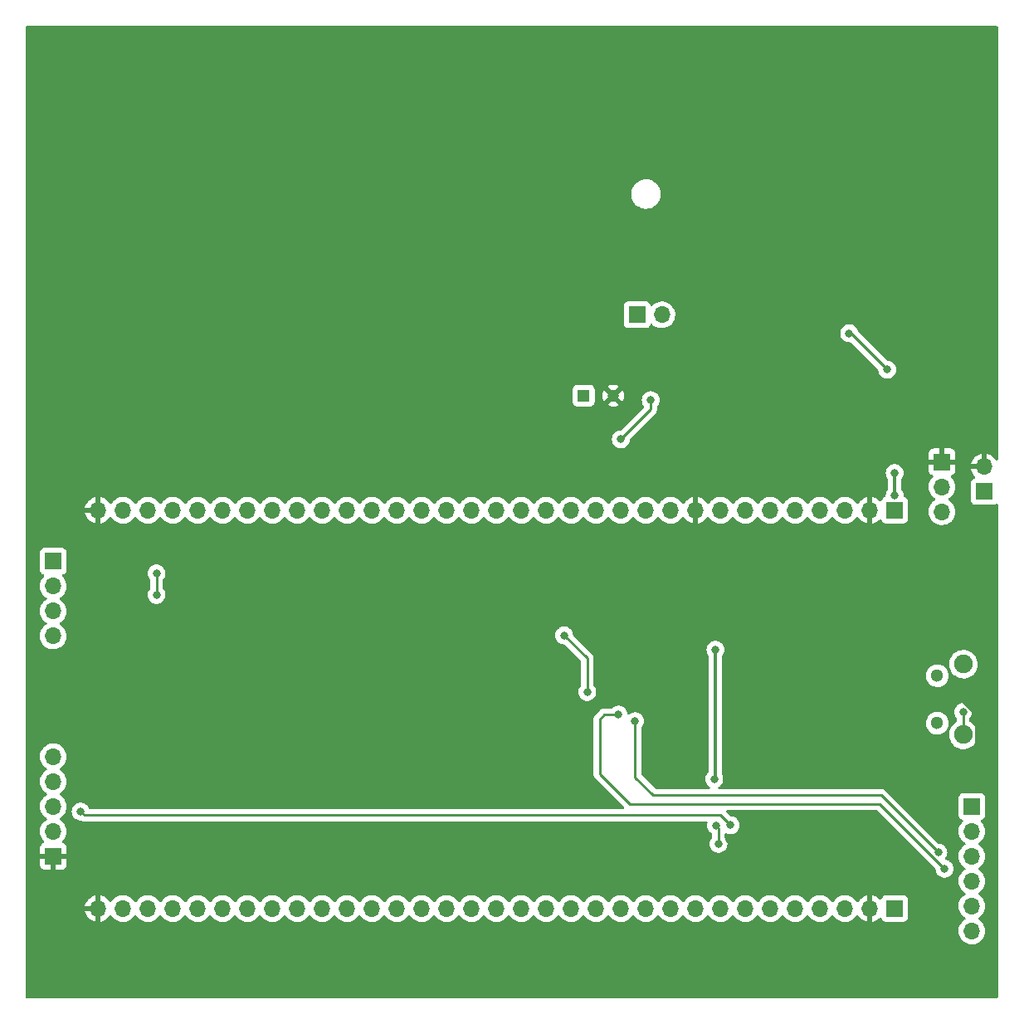
<source format=gbr>
%TF.GenerationSoftware,KiCad,Pcbnew,(6.0.2)*%
%TF.CreationDate,2022-03-20T22:54:28+02:00*%
%TF.ProjectId,main,6d61696e-2e6b-4696-9361-645f70636258,rev?*%
%TF.SameCoordinates,Original*%
%TF.FileFunction,Copper,L2,Bot*%
%TF.FilePolarity,Positive*%
%FSLAX46Y46*%
G04 Gerber Fmt 4.6, Leading zero omitted, Abs format (unit mm)*
G04 Created by KiCad (PCBNEW (6.0.2)) date 2022-03-20 22:54:28*
%MOMM*%
%LPD*%
G01*
G04 APERTURE LIST*
%TA.AperFunction,ComponentPad*%
%ADD10O,1.700000X1.700000*%
%TD*%
%TA.AperFunction,ComponentPad*%
%ADD11R,1.700000X1.700000*%
%TD*%
%TA.AperFunction,ComponentPad*%
%ADD12C,1.900000*%
%TD*%
%TA.AperFunction,ComponentPad*%
%ADD13C,1.300000*%
%TD*%
%TA.AperFunction,ComponentPad*%
%ADD14C,1.200000*%
%TD*%
%TA.AperFunction,ComponentPad*%
%ADD15R,1.200000X1.200000*%
%TD*%
%TA.AperFunction,ViaPad*%
%ADD16C,0.800000*%
%TD*%
%TA.AperFunction,Conductor*%
%ADD17C,0.300000*%
%TD*%
%TA.AperFunction,Conductor*%
%ADD18C,0.250000*%
%TD*%
G04 APERTURE END LIST*
D10*
%TO.P,J6,2,Pin_2*%
%TO.N,/Power/VI*%
X149098000Y-82296000D03*
D11*
%TO.P,J6,1,Pin_1*%
%TO.N,V_out*%
X146558000Y-82296000D03*
%TD*%
%TO.P,J5,1,Pin_1*%
%TO.N,VCC*%
X181991000Y-100335000D03*
D10*
%TO.P,J5,2,Pin_2*%
%TO.N,GND*%
X181991000Y-97795000D03*
%TD*%
%TO.P,J1,33,Pin_33*%
%TO.N,GND*%
X91567000Y-102235000D03*
%TO.P,J1,32,Pin_32*%
%TO.N,Write1*%
X94107000Y-102235000D03*
%TO.P,J1,31,Pin_31*%
%TO.N,SDA2*%
X96647000Y-102235000D03*
%TO.P,J1,30,Pin_30*%
%TO.N,SCL2*%
X99187000Y-102235000D03*
%TO.P,J1,29,Pin_29*%
%TO.N,/PB2*%
X101727000Y-102235000D03*
%TO.P,J1,28,Pin_28*%
%TO.N,/PB1*%
X104267000Y-102235000D03*
%TO.P,J1,27,Pin_27*%
%TO.N,/PB0*%
X106807000Y-102235000D03*
%TO.P,J1,26,Pin_26*%
%TO.N,/PC5*%
X109347000Y-102235000D03*
%TO.P,J1,25,Pin_25*%
%TO.N,/PC4*%
X111887000Y-102235000D03*
%TO.P,J1,24,Pin_24*%
%TO.N,/PA7*%
X114427000Y-102235000D03*
%TO.P,J1,23,Pin_23*%
%TO.N,/PA6*%
X116967000Y-102235000D03*
%TO.P,J1,22,Pin_22*%
%TO.N,/PA5*%
X119507000Y-102235000D03*
%TO.P,J1,21,Pin_21*%
%TO.N,/PA4*%
X122047000Y-102235000D03*
%TO.P,J1,20,Pin_20*%
%TO.N,/PF5*%
X124587000Y-102235000D03*
%TO.P,J1,19,Pin_19*%
%TO.N,/PF4*%
X127127000Y-102235000D03*
%TO.P,J1,18,Pin_18*%
%TO.N,RXD*%
X129667000Y-102235000D03*
%TO.P,J1,17,Pin_17*%
%TO.N,TXD*%
X132207000Y-102235000D03*
%TO.P,J1,16,Pin_16*%
%TO.N,/PA1*%
X134747000Y-102235000D03*
%TO.P,J1,15,Pin_15*%
%TO.N,/PA0*%
X137287000Y-102235000D03*
%TO.P,J1,14,Pin_14*%
%TO.N,/PC3*%
X139827000Y-102235000D03*
%TO.P,J1,13,Pin_13*%
%TO.N,/PC2*%
X142367000Y-102235000D03*
%TO.P,J1,12,Pin_12*%
%TO.N,/PC1*%
X144907000Y-102235000D03*
%TO.P,J1,11,Pin_11*%
%TO.N,ADC1*%
X147447000Y-102235000D03*
%TO.P,J1,10,Pin_10*%
%TO.N,/NRST*%
X149987000Y-102235000D03*
%TO.P,J1,9,Pin_9*%
%TO.N,GND*%
X152527000Y-102235000D03*
%TO.P,J1,8,Pin_8*%
%TO.N,/PF1*%
X155067000Y-102235000D03*
%TO.P,J1,7,Pin_7*%
%TO.N,/PF0*%
X157607000Y-102235000D03*
%TO.P,J1,6,Pin_6*%
%TO.N,/PC15*%
X160147000Y-102235000D03*
%TO.P,J1,5,Pin_5*%
%TO.N,/PC14*%
X162687000Y-102235000D03*
%TO.P,J1,4,Pin_4*%
%TO.N,/PC13*%
X165227000Y-102235000D03*
%TO.P,J1,3,Pin_3*%
%TO.N,/VBAT*%
X167767000Y-102235000D03*
%TO.P,J1,2,Pin_2*%
%TO.N,GND*%
X170307000Y-102235000D03*
D11*
%TO.P,J1,1,Pin_1*%
%TO.N,V_out*%
X172847000Y-102235000D03*
%TD*%
D10*
%TO.P,J10,4,Pin_4*%
%TO.N,SDA2*%
X86995000Y-115062000D03*
%TO.P,J10,3,Pin_3*%
%TO.N,SCL2*%
X86995000Y-112522000D03*
%TO.P,J10,2,Pin_2*%
%TO.N,Write1*%
X86995000Y-109982000D03*
D11*
%TO.P,J10,1,Pin_1*%
%TO.N,V_out*%
X86995000Y-107442000D03*
%TD*%
%TO.P,J7,1,Pin_1*%
%TO.N,GND*%
X177673000Y-97297000D03*
D10*
%TO.P,J7,2,Pin_2*%
%TO.N,ADC1*%
X177673000Y-99837000D03*
%TO.P,J7,3,Pin_3*%
%TO.N,V_out*%
X177673000Y-102377000D03*
%TD*%
D12*
%TO.P,J3,MH4,MH4*%
%TO.N,Net-(J3-PadMH1)*%
X179861000Y-117939000D03*
%TO.P,J3,MH3,MH3*%
X179861000Y-125139000D03*
D13*
%TO.P,J3,MH2,MH2*%
X177191000Y-119114000D03*
%TO.P,J3,MH1,MH1*%
X177191000Y-123964000D03*
%TD*%
D10*
%TO.P,J8,5,Pin_5*%
%TO.N,V_out*%
X86995000Y-127376000D03*
%TO.P,J8,4,Pin_4*%
%TO.N,SDA1*%
X86995000Y-129916000D03*
%TO.P,J8,3,Pin_3*%
%TO.N,SCL1*%
X86995000Y-132456000D03*
%TO.P,J8,2,Pin_2*%
%TO.N,Alert*%
X86995000Y-134996000D03*
D11*
%TO.P,J8,1,Pin_1*%
%TO.N,GND*%
X86995000Y-137536000D03*
%TD*%
D10*
%TO.P,J9,6,Pin_6*%
%TO.N,RXD*%
X180721000Y-145161000D03*
%TO.P,J9,5,Pin_5*%
%TO.N,TXD*%
X180721000Y-142621000D03*
%TO.P,J9,4,Pin_4*%
%TO.N,USB-*%
X180721000Y-140081000D03*
%TO.P,J9,3,Pin_3*%
%TO.N,USB+*%
X180721000Y-137541000D03*
%TO.P,J9,2,Pin_2*%
%TO.N,3V3*%
X180721000Y-135001000D03*
D11*
%TO.P,J9,1,Pin_1*%
%TO.N,VCC*%
X180721000Y-132461000D03*
%TD*%
D10*
%TO.P,J2,33,Pin_33*%
%TO.N,GND*%
X91567000Y-142875000D03*
%TO.P,J2,32,Pin_32*%
%TO.N,/PB13*%
X94107000Y-142875000D03*
%TO.P,J2,31,Pin_31*%
%TO.N,/PB14*%
X96647000Y-142875000D03*
%TO.P,J2,30,Pin_30*%
%TO.N,/PB15*%
X99187000Y-142875000D03*
%TO.P,J2,29,Pin_29*%
%TO.N,/PC6*%
X101727000Y-142875000D03*
%TO.P,J2,28,Pin_28*%
%TO.N,/PC7*%
X104267000Y-142875000D03*
%TO.P,J2,27,Pin_27*%
%TO.N,/PC8*%
X106807000Y-142875000D03*
%TO.P,J2,26,Pin_26*%
%TO.N,/PC9*%
X109347000Y-142875000D03*
%TO.P,J2,25,Pin_25*%
%TO.N,/PA8*%
X111887000Y-142875000D03*
%TO.P,J2,24,Pin_24*%
%TO.N,/PA9*%
X114427000Y-142875000D03*
%TO.P,J2,23,Pin_23*%
%TO.N,/PA10*%
X116967000Y-142875000D03*
%TO.P,J2,22,Pin_22*%
%TO.N,/PA11*%
X119507000Y-142875000D03*
%TO.P,J2,21,Pin_21*%
%TO.N,/PA12*%
X122047000Y-142875000D03*
%TO.P,J2,20,Pin_20*%
%TO.N,/PA13*%
X124587000Y-142875000D03*
%TO.P,J2,19,Pin_19*%
%TO.N,/PF6*%
X127127000Y-142875000D03*
%TO.P,J2,18,Pin_18*%
%TO.N,/PF7*%
X129667000Y-142875000D03*
%TO.P,J2,17,Pin_17*%
%TO.N,/PA14*%
X132207000Y-142875000D03*
%TO.P,J2,16,Pin_16*%
%TO.N,/PA15*%
X134747000Y-142875000D03*
%TO.P,J2,15,Pin_15*%
%TO.N,/PC10*%
X137287000Y-142875000D03*
%TO.P,J2,14,Pin_14*%
%TO.N,/PC11*%
X139827000Y-142875000D03*
%TO.P,J2,13,Pin_13*%
%TO.N,/PC12*%
X142367000Y-142875000D03*
%TO.P,J2,12,Pin_12*%
%TO.N,/PD2*%
X144907000Y-142875000D03*
%TO.P,J2,11,Pin_11*%
%TO.N,/PB3*%
X147447000Y-142875000D03*
%TO.P,J2,10,Pin_10*%
%TO.N,/PB4*%
X149987000Y-142875000D03*
%TO.P,J2,9,Pin_9*%
%TO.N,Alert*%
X152527000Y-142875000D03*
%TO.P,J2,8,Pin_8*%
%TO.N,SCL1*%
X155067000Y-142875000D03*
%TO.P,J2,7,Pin_7*%
%TO.N,SDA1*%
X157607000Y-142875000D03*
%TO.P,J2,6,Pin_6*%
%TO.N,/BOOT*%
X160147000Y-142875000D03*
%TO.P,J2,5,Pin_5*%
%TO.N,VDD*%
X162687000Y-142875000D03*
%TO.P,J2,4,Pin_4*%
%TO.N,/PB8*%
X165227000Y-142875000D03*
%TO.P,J2,3,Pin_3*%
%TO.N,/PB9*%
X167767000Y-142875000D03*
%TO.P,J2,2,Pin_2*%
%TO.N,GND*%
X170307000Y-142875000D03*
D11*
%TO.P,J2,1,Pin_1*%
%TO.N,+5V*%
X172847000Y-142875000D03*
%TD*%
D14*
%TO.P,R10,2*%
%TO.N,GND*%
X144121000Y-90551000D03*
D15*
%TO.P,R10,1*%
%TO.N,ADC1*%
X141121000Y-90551000D03*
%TD*%
D16*
%TO.N,V_out*%
X172847000Y-100711000D03*
%TO.N,SDA1*%
X89789000Y-132969000D03*
%TO.N,GND*%
X178435000Y-120396000D03*
X163576000Y-85852000D03*
X163576000Y-88519000D03*
X155956000Y-135877502D03*
X144851000Y-119630500D03*
X144780000Y-121079500D03*
X181102000Y-127508000D03*
%TO.N,USB+*%
X177300598Y-137151402D03*
%TO.N,USB-*%
X144674977Y-123084977D03*
X177931299Y-138806701D03*
%TO.N,USB+*%
X146373000Y-123754502D03*
%TO.N,TXD*%
X139123000Y-115005498D03*
X141478000Y-120777000D03*
%TO.N,V_out*%
X144907000Y-94996000D03*
X147955000Y-90998000D03*
%TO.N,GND*%
X92329000Y-113665000D03*
X92532945Y-109211736D03*
%TO.N,SCL1*%
X154875939Y-136282801D03*
X154630600Y-134389264D03*
%TO.N,SDA1*%
X156096500Y-134378498D03*
%TO.N,GND*%
X160020000Y-135382000D03*
%TO.N,SDA2*%
X97536000Y-110871000D03*
X97536000Y-108679000D03*
%TO.N,V_out*%
X154432000Y-129667000D03*
X154559000Y-116459000D03*
X172847000Y-98425000D03*
%TO.N,Net-(J3-PadMH1)*%
X179832000Y-122821500D03*
%TO.N,VCC*%
X168203631Y-84189984D03*
X172085000Y-87884000D03*
%TD*%
D17*
%TO.N,V_out*%
X172847000Y-100711000D02*
X172847000Y-98425000D01*
D18*
%TO.N,SDA1*%
X90170000Y-133350000D02*
X89789000Y-132969000D01*
X90429000Y-133350000D02*
X90170000Y-133350000D01*
%TO.N,GND*%
X178243090Y-120204090D02*
X178435000Y-120396000D01*
X178239204Y-120204090D02*
X178243090Y-120204090D01*
D17*
X163576000Y-88519000D02*
X163576000Y-85852000D01*
D18*
X144780000Y-119701500D02*
X144851000Y-119630500D01*
X144780000Y-121079500D02*
X144780000Y-119701500D01*
X181135511Y-123100397D02*
X178239204Y-120204090D01*
X181135511Y-127474489D02*
X181135511Y-123100397D01*
%TO.N,USB+*%
X146373000Y-129482000D02*
X146373000Y-123754502D01*
X148209000Y-131318000D02*
X146373000Y-129482000D01*
X171467196Y-131318000D02*
X148209000Y-131318000D01*
X177300598Y-137151402D02*
X171467196Y-131318000D01*
%TO.N,USB-*%
X143234023Y-123084977D02*
X144674977Y-123084977D01*
X142748000Y-123571000D02*
X143234023Y-123084977D01*
X142748000Y-129159000D02*
X142748000Y-123571000D01*
X145796000Y-132207000D02*
X142748000Y-129159000D01*
X171331598Y-132207000D02*
X145796000Y-132207000D01*
X177931299Y-138806701D02*
X171331598Y-132207000D01*
%TO.N,TXD*%
X141478000Y-117360498D02*
X139123000Y-115005498D01*
X141478000Y-120777000D02*
X141478000Y-117360498D01*
%TO.N,V_out*%
X147955000Y-91948000D02*
X147955000Y-90998000D01*
X144907000Y-94996000D02*
X147955000Y-91948000D01*
%TO.N,GND*%
X92329000Y-109415681D02*
X92532945Y-109211736D01*
X92329000Y-113665000D02*
X92329000Y-109415681D01*
%TO.N,SCL1*%
X154875939Y-134634603D02*
X154630600Y-134389264D01*
X154875939Y-136282801D02*
X154875939Y-134634603D01*
%TO.N,SDA1*%
X155068002Y-133350000D02*
X90429000Y-133350000D01*
X156096500Y-134378498D02*
X155068002Y-133350000D01*
%TO.N,GND*%
X159524498Y-135877502D02*
X155956000Y-135877502D01*
X160020000Y-135382000D02*
X159524498Y-135877502D01*
%TO.N,SDA2*%
X97536000Y-110871000D02*
X97536000Y-108679000D01*
D17*
%TO.N,V_out*%
X154559000Y-129540000D02*
X154432000Y-129667000D01*
X154559000Y-116459000D02*
X154559000Y-129540000D01*
D18*
%TO.N,GND*%
X181102000Y-127508000D02*
X181135511Y-127474489D01*
%TO.N,Net-(J3-PadMH1)*%
X179832000Y-125110000D02*
X179861000Y-125139000D01*
X179832000Y-122821500D02*
X179832000Y-125110000D01*
D17*
%TO.N,VCC*%
X172085000Y-87884000D02*
X168390984Y-84189984D01*
X168390984Y-84189984D02*
X168203631Y-84189984D01*
%TD*%
%TA.AperFunction,Conductor*%
%TO.N,GND*%
G36*
X183330121Y-52852002D02*
G01*
X183376614Y-52905658D01*
X183388000Y-52958000D01*
X183388000Y-97027447D01*
X183367998Y-97095568D01*
X183314342Y-97142061D01*
X183244068Y-97152165D01*
X183179488Y-97122671D01*
X183156208Y-97095887D01*
X183073426Y-96967926D01*
X183067136Y-96959757D01*
X182923806Y-96802240D01*
X182916273Y-96795215D01*
X182749139Y-96663222D01*
X182740552Y-96657517D01*
X182554117Y-96554599D01*
X182544705Y-96550369D01*
X182343959Y-96479280D01*
X182333988Y-96476646D01*
X182262837Y-96463972D01*
X182249540Y-96465432D01*
X182245000Y-96479989D01*
X182245000Y-97923000D01*
X182224998Y-97991121D01*
X182171342Y-98037614D01*
X182119000Y-98049000D01*
X180674225Y-98049000D01*
X180660694Y-98052973D01*
X180659257Y-98062966D01*
X180689565Y-98197446D01*
X180692645Y-98207275D01*
X180772770Y-98404603D01*
X180777413Y-98413794D01*
X180888694Y-98595388D01*
X180894777Y-98603699D01*
X181034213Y-98764667D01*
X181041577Y-98771879D01*
X181046522Y-98775985D01*
X181086156Y-98834889D01*
X181087653Y-98905870D01*
X181050537Y-98966392D01*
X181010264Y-98990910D01*
X180902705Y-99031232D01*
X180902704Y-99031233D01*
X180894295Y-99034385D01*
X180777739Y-99121739D01*
X180690385Y-99238295D01*
X180639255Y-99374684D01*
X180632500Y-99436866D01*
X180632500Y-101233134D01*
X180639255Y-101295316D01*
X180690385Y-101431705D01*
X180777739Y-101548261D01*
X180894295Y-101635615D01*
X181030684Y-101686745D01*
X181092866Y-101693500D01*
X182889134Y-101693500D01*
X182951316Y-101686745D01*
X183087705Y-101635615D01*
X183186435Y-101561621D01*
X183252941Y-101536773D01*
X183322324Y-101551826D01*
X183372554Y-101602000D01*
X183388000Y-101662447D01*
X183388000Y-151893000D01*
X183367998Y-151961121D01*
X183314342Y-152007614D01*
X183262000Y-152019000D01*
X84327000Y-152019000D01*
X84258879Y-151998998D01*
X84212386Y-151945342D01*
X84201000Y-151893000D01*
X84201000Y-145127695D01*
X179358251Y-145127695D01*
X179358548Y-145132848D01*
X179358548Y-145132851D01*
X179364011Y-145227590D01*
X179371110Y-145350715D01*
X179372247Y-145355761D01*
X179372248Y-145355767D01*
X179392119Y-145443939D01*
X179420222Y-145568639D01*
X179504266Y-145775616D01*
X179620987Y-145966088D01*
X179767250Y-146134938D01*
X179939126Y-146277632D01*
X180132000Y-146390338D01*
X180340692Y-146470030D01*
X180345760Y-146471061D01*
X180345763Y-146471062D01*
X180453017Y-146492883D01*
X180559597Y-146514567D01*
X180564772Y-146514757D01*
X180564774Y-146514757D01*
X180777673Y-146522564D01*
X180777677Y-146522564D01*
X180782837Y-146522753D01*
X180787957Y-146522097D01*
X180787959Y-146522097D01*
X180999288Y-146495025D01*
X180999289Y-146495025D01*
X181004416Y-146494368D01*
X181009366Y-146492883D01*
X181213429Y-146431661D01*
X181213434Y-146431659D01*
X181218384Y-146430174D01*
X181418994Y-146331896D01*
X181600860Y-146202173D01*
X181759096Y-146044489D01*
X181818594Y-145961689D01*
X181886435Y-145867277D01*
X181889453Y-145863077D01*
X181988430Y-145662811D01*
X182053370Y-145449069D01*
X182082529Y-145227590D01*
X182084156Y-145161000D01*
X182065852Y-144938361D01*
X182011431Y-144721702D01*
X181922354Y-144516840D01*
X181801014Y-144329277D01*
X181650670Y-144164051D01*
X181646619Y-144160852D01*
X181646615Y-144160848D01*
X181479414Y-144028800D01*
X181479410Y-144028798D01*
X181475359Y-144025598D01*
X181434053Y-144002796D01*
X181384084Y-143952364D01*
X181369312Y-143882921D01*
X181394428Y-143816516D01*
X181421780Y-143789909D01*
X181472172Y-143753965D01*
X181600860Y-143662173D01*
X181759096Y-143504489D01*
X181773386Y-143484603D01*
X181886435Y-143327277D01*
X181889453Y-143323077D01*
X181907148Y-143287275D01*
X181986136Y-143127453D01*
X181986137Y-143127451D01*
X181988430Y-143122811D01*
X182053370Y-142909069D01*
X182082529Y-142687590D01*
X182084156Y-142621000D01*
X182065852Y-142398361D01*
X182011431Y-142181702D01*
X181922354Y-141976840D01*
X181870983Y-141897433D01*
X181803822Y-141793617D01*
X181803820Y-141793614D01*
X181801014Y-141789277D01*
X181650670Y-141624051D01*
X181646619Y-141620852D01*
X181646615Y-141620848D01*
X181479414Y-141488800D01*
X181479410Y-141488798D01*
X181475359Y-141485598D01*
X181434053Y-141462796D01*
X181384084Y-141412364D01*
X181369312Y-141342921D01*
X181394428Y-141276516D01*
X181421780Y-141249909D01*
X181465603Y-141218650D01*
X181600860Y-141122173D01*
X181759096Y-140964489D01*
X181818594Y-140881689D01*
X181886435Y-140787277D01*
X181889453Y-140783077D01*
X181988430Y-140582811D01*
X182053370Y-140369069D01*
X182082529Y-140147590D01*
X182084156Y-140081000D01*
X182065852Y-139858361D01*
X182011431Y-139641702D01*
X181922354Y-139436840D01*
X181865239Y-139348553D01*
X181803822Y-139253617D01*
X181803820Y-139253614D01*
X181801014Y-139249277D01*
X181650670Y-139084051D01*
X181646619Y-139080852D01*
X181646615Y-139080848D01*
X181479414Y-138948800D01*
X181479410Y-138948798D01*
X181475359Y-138945598D01*
X181434053Y-138922796D01*
X181384084Y-138872364D01*
X181369312Y-138802921D01*
X181394428Y-138736516D01*
X181421780Y-138709909D01*
X181465603Y-138678650D01*
X181600860Y-138582173D01*
X181759096Y-138424489D01*
X181818594Y-138341689D01*
X181886435Y-138247277D01*
X181889453Y-138243077D01*
X181988430Y-138042811D01*
X182053370Y-137829069D01*
X182082529Y-137607590D01*
X182084156Y-137541000D01*
X182065852Y-137318361D01*
X182011431Y-137101702D01*
X181922354Y-136896840D01*
X181801014Y-136709277D01*
X181650670Y-136544051D01*
X181646619Y-136540852D01*
X181646615Y-136540848D01*
X181479414Y-136408800D01*
X181479410Y-136408798D01*
X181475359Y-136405598D01*
X181434053Y-136382796D01*
X181384084Y-136332364D01*
X181369312Y-136262921D01*
X181394428Y-136196516D01*
X181421780Y-136169909D01*
X181465603Y-136138650D01*
X181600860Y-136042173D01*
X181759096Y-135884489D01*
X181816222Y-135804990D01*
X181886435Y-135707277D01*
X181889453Y-135703077D01*
X181908476Y-135664588D01*
X181986136Y-135507453D01*
X181986137Y-135507451D01*
X181988430Y-135502811D01*
X182053370Y-135289069D01*
X182082529Y-135067590D01*
X182084156Y-135001000D01*
X182065852Y-134778361D01*
X182011431Y-134561702D01*
X181922354Y-134356840D01*
X181801014Y-134169277D01*
X181797532Y-134165450D01*
X181653798Y-134007488D01*
X181622746Y-133943642D01*
X181631141Y-133873143D01*
X181676317Y-133818375D01*
X181702761Y-133804706D01*
X181809297Y-133764767D01*
X181817705Y-133761615D01*
X181934261Y-133674261D01*
X182021615Y-133557705D01*
X182072745Y-133421316D01*
X182079500Y-133359134D01*
X182079500Y-131562866D01*
X182072745Y-131500684D01*
X182021615Y-131364295D01*
X181934261Y-131247739D01*
X181817705Y-131160385D01*
X181681316Y-131109255D01*
X181619134Y-131102500D01*
X179822866Y-131102500D01*
X179760684Y-131109255D01*
X179624295Y-131160385D01*
X179507739Y-131247739D01*
X179420385Y-131364295D01*
X179369255Y-131500684D01*
X179362500Y-131562866D01*
X179362500Y-133359134D01*
X179369255Y-133421316D01*
X179420385Y-133557705D01*
X179507739Y-133674261D01*
X179624295Y-133761615D01*
X179632704Y-133764767D01*
X179632705Y-133764768D01*
X179741451Y-133805535D01*
X179798216Y-133848176D01*
X179822916Y-133914738D01*
X179807709Y-133984087D01*
X179788316Y-134010568D01*
X179661629Y-134143138D01*
X179535743Y-134327680D01*
X179441688Y-134530305D01*
X179381989Y-134745570D01*
X179358251Y-134967695D01*
X179358548Y-134972848D01*
X179358548Y-134972851D01*
X179369670Y-135165735D01*
X179371110Y-135190715D01*
X179372247Y-135195761D01*
X179372248Y-135195767D01*
X179392499Y-135285626D01*
X179420222Y-135408639D01*
X179458316Y-135502453D01*
X179498161Y-135600580D01*
X179504266Y-135615616D01*
X179506965Y-135620020D01*
X179587582Y-135751575D01*
X179620987Y-135806088D01*
X179767250Y-135974938D01*
X179939126Y-136117632D01*
X179992303Y-136148706D01*
X180012445Y-136160476D01*
X180061169Y-136212114D01*
X180074240Y-136281897D01*
X180047509Y-136347669D01*
X180007055Y-136381027D01*
X179994607Y-136387507D01*
X179990474Y-136390610D01*
X179990471Y-136390612D01*
X179872740Y-136479007D01*
X179815965Y-136521635D01*
X179661629Y-136683138D01*
X179535743Y-136867680D01*
X179441688Y-137070305D01*
X179381989Y-137285570D01*
X179358251Y-137507695D01*
X179358548Y-137512848D01*
X179358548Y-137512851D01*
X179364011Y-137607590D01*
X179371110Y-137730715D01*
X179372247Y-137735761D01*
X179372248Y-137735767D01*
X179394392Y-137834023D01*
X179420222Y-137948639D01*
X179458461Y-138042811D01*
X179494980Y-138132746D01*
X179504266Y-138155616D01*
X179620987Y-138346088D01*
X179767250Y-138514938D01*
X179939126Y-138657632D01*
X180009595Y-138698811D01*
X180012445Y-138700476D01*
X180061169Y-138752114D01*
X180074240Y-138821897D01*
X180047509Y-138887669D01*
X180007055Y-138921027D01*
X179994607Y-138927507D01*
X179990474Y-138930610D01*
X179990471Y-138930612D01*
X179894183Y-139002907D01*
X179815965Y-139061635D01*
X179661629Y-139223138D01*
X179535743Y-139407680D01*
X179520003Y-139441590D01*
X179447484Y-139597819D01*
X179441688Y-139610305D01*
X179381989Y-139825570D01*
X179358251Y-140047695D01*
X179358548Y-140052848D01*
X179358548Y-140052851D01*
X179364011Y-140147590D01*
X179371110Y-140270715D01*
X179372247Y-140275761D01*
X179372248Y-140275767D01*
X179392119Y-140363939D01*
X179420222Y-140488639D01*
X179504266Y-140695616D01*
X179620987Y-140886088D01*
X179767250Y-141054938D01*
X179939126Y-141197632D01*
X180009595Y-141238811D01*
X180012445Y-141240476D01*
X180061169Y-141292114D01*
X180074240Y-141361897D01*
X180047509Y-141427669D01*
X180007055Y-141461027D01*
X179994607Y-141467507D01*
X179990474Y-141470610D01*
X179990471Y-141470612D01*
X179845085Y-141579771D01*
X179815965Y-141601635D01*
X179784905Y-141634137D01*
X179686511Y-141737101D01*
X179661629Y-141763138D01*
X179658715Y-141767410D01*
X179658714Y-141767411D01*
X179646404Y-141785457D01*
X179535743Y-141947680D01*
X179441688Y-142150305D01*
X179381989Y-142365570D01*
X179358251Y-142587695D01*
X179358548Y-142592848D01*
X179358548Y-142592851D01*
X179364011Y-142687590D01*
X179371110Y-142810715D01*
X179372247Y-142815761D01*
X179372248Y-142815767D01*
X179385597Y-142875000D01*
X179420222Y-143028639D01*
X179504266Y-143235616D01*
X179620987Y-143426088D01*
X179767250Y-143594938D01*
X179939126Y-143737632D01*
X179994033Y-143769717D01*
X180012445Y-143780476D01*
X180061169Y-143832114D01*
X180074240Y-143901897D01*
X180047509Y-143967669D01*
X180007055Y-144001027D01*
X179994607Y-144007507D01*
X179990474Y-144010610D01*
X179990471Y-144010612D01*
X179869714Y-144101279D01*
X179815965Y-144141635D01*
X179661629Y-144303138D01*
X179535743Y-144487680D01*
X179441688Y-144690305D01*
X179381989Y-144905570D01*
X179358251Y-145127695D01*
X84201000Y-145127695D01*
X84201000Y-143142966D01*
X90235257Y-143142966D01*
X90265565Y-143277446D01*
X90268645Y-143287275D01*
X90348770Y-143484603D01*
X90353413Y-143493794D01*
X90464694Y-143675388D01*
X90470777Y-143683699D01*
X90610213Y-143844667D01*
X90617580Y-143851883D01*
X90781434Y-143987916D01*
X90789881Y-143993831D01*
X90973756Y-144101279D01*
X90983042Y-144105729D01*
X91182001Y-144181703D01*
X91191899Y-144184579D01*
X91295250Y-144205606D01*
X91309299Y-144204410D01*
X91313000Y-144194065D01*
X91313000Y-144193517D01*
X91821000Y-144193517D01*
X91825064Y-144207359D01*
X91838478Y-144209393D01*
X91845184Y-144208534D01*
X91855262Y-144206392D01*
X92059255Y-144145191D01*
X92068842Y-144141433D01*
X92260095Y-144047739D01*
X92268945Y-144042464D01*
X92442328Y-143918792D01*
X92450200Y-143912139D01*
X92601052Y-143761812D01*
X92607730Y-143753965D01*
X92735022Y-143576819D01*
X92736279Y-143577722D01*
X92783373Y-143534362D01*
X92853311Y-143522145D01*
X92918751Y-143549678D01*
X92946579Y-143581511D01*
X93006987Y-143680088D01*
X93153250Y-143848938D01*
X93325126Y-143991632D01*
X93518000Y-144104338D01*
X93726692Y-144184030D01*
X93731760Y-144185061D01*
X93731763Y-144185062D01*
X93826862Y-144204410D01*
X93945597Y-144228567D01*
X93950772Y-144228757D01*
X93950774Y-144228757D01*
X94163673Y-144236564D01*
X94163677Y-144236564D01*
X94168837Y-144236753D01*
X94173957Y-144236097D01*
X94173959Y-144236097D01*
X94385288Y-144209025D01*
X94385289Y-144209025D01*
X94390416Y-144208368D01*
X94395366Y-144206883D01*
X94599429Y-144145661D01*
X94599434Y-144145659D01*
X94604384Y-144144174D01*
X94804994Y-144045896D01*
X94986860Y-143916173D01*
X94998718Y-143904357D01*
X95130400Y-143773134D01*
X95145096Y-143758489D01*
X95275453Y-143577077D01*
X95276776Y-143578028D01*
X95323645Y-143534857D01*
X95393580Y-143522625D01*
X95459026Y-143550144D01*
X95486875Y-143581994D01*
X95546987Y-143680088D01*
X95693250Y-143848938D01*
X95865126Y-143991632D01*
X96058000Y-144104338D01*
X96266692Y-144184030D01*
X96271760Y-144185061D01*
X96271763Y-144185062D01*
X96366862Y-144204410D01*
X96485597Y-144228567D01*
X96490772Y-144228757D01*
X96490774Y-144228757D01*
X96703673Y-144236564D01*
X96703677Y-144236564D01*
X96708837Y-144236753D01*
X96713957Y-144236097D01*
X96713959Y-144236097D01*
X96925288Y-144209025D01*
X96925289Y-144209025D01*
X96930416Y-144208368D01*
X96935366Y-144206883D01*
X97139429Y-144145661D01*
X97139434Y-144145659D01*
X97144384Y-144144174D01*
X97344994Y-144045896D01*
X97526860Y-143916173D01*
X97538718Y-143904357D01*
X97670400Y-143773134D01*
X97685096Y-143758489D01*
X97815453Y-143577077D01*
X97816776Y-143578028D01*
X97863645Y-143534857D01*
X97933580Y-143522625D01*
X97999026Y-143550144D01*
X98026875Y-143581994D01*
X98086987Y-143680088D01*
X98233250Y-143848938D01*
X98405126Y-143991632D01*
X98598000Y-144104338D01*
X98806692Y-144184030D01*
X98811760Y-144185061D01*
X98811763Y-144185062D01*
X98906862Y-144204410D01*
X99025597Y-144228567D01*
X99030772Y-144228757D01*
X99030774Y-144228757D01*
X99243673Y-144236564D01*
X99243677Y-144236564D01*
X99248837Y-144236753D01*
X99253957Y-144236097D01*
X99253959Y-144236097D01*
X99465288Y-144209025D01*
X99465289Y-144209025D01*
X99470416Y-144208368D01*
X99475366Y-144206883D01*
X99679429Y-144145661D01*
X99679434Y-144145659D01*
X99684384Y-144144174D01*
X99884994Y-144045896D01*
X100066860Y-143916173D01*
X100078718Y-143904357D01*
X100210400Y-143773134D01*
X100225096Y-143758489D01*
X100355453Y-143577077D01*
X100356776Y-143578028D01*
X100403645Y-143534857D01*
X100473580Y-143522625D01*
X100539026Y-143550144D01*
X100566875Y-143581994D01*
X100626987Y-143680088D01*
X100773250Y-143848938D01*
X100945126Y-143991632D01*
X101138000Y-144104338D01*
X101346692Y-144184030D01*
X101351760Y-144185061D01*
X101351763Y-144185062D01*
X101446862Y-144204410D01*
X101565597Y-144228567D01*
X101570772Y-144228757D01*
X101570774Y-144228757D01*
X101783673Y-144236564D01*
X101783677Y-144236564D01*
X101788837Y-144236753D01*
X101793957Y-144236097D01*
X101793959Y-144236097D01*
X102005288Y-144209025D01*
X102005289Y-144209025D01*
X102010416Y-144208368D01*
X102015366Y-144206883D01*
X102219429Y-144145661D01*
X102219434Y-144145659D01*
X102224384Y-144144174D01*
X102424994Y-144045896D01*
X102606860Y-143916173D01*
X102618718Y-143904357D01*
X102750400Y-143773134D01*
X102765096Y-143758489D01*
X102895453Y-143577077D01*
X102896776Y-143578028D01*
X102943645Y-143534857D01*
X103013580Y-143522625D01*
X103079026Y-143550144D01*
X103106875Y-143581994D01*
X103166987Y-143680088D01*
X103313250Y-143848938D01*
X103485126Y-143991632D01*
X103678000Y-144104338D01*
X103886692Y-144184030D01*
X103891760Y-144185061D01*
X103891763Y-144185062D01*
X103986862Y-144204410D01*
X104105597Y-144228567D01*
X104110772Y-144228757D01*
X104110774Y-144228757D01*
X104323673Y-144236564D01*
X104323677Y-144236564D01*
X104328837Y-144236753D01*
X104333957Y-144236097D01*
X104333959Y-144236097D01*
X104545288Y-144209025D01*
X104545289Y-144209025D01*
X104550416Y-144208368D01*
X104555366Y-144206883D01*
X104759429Y-144145661D01*
X104759434Y-144145659D01*
X104764384Y-144144174D01*
X104964994Y-144045896D01*
X105146860Y-143916173D01*
X105158718Y-143904357D01*
X105290400Y-143773134D01*
X105305096Y-143758489D01*
X105435453Y-143577077D01*
X105436776Y-143578028D01*
X105483645Y-143534857D01*
X105553580Y-143522625D01*
X105619026Y-143550144D01*
X105646875Y-143581994D01*
X105706987Y-143680088D01*
X105853250Y-143848938D01*
X106025126Y-143991632D01*
X106218000Y-144104338D01*
X106426692Y-144184030D01*
X106431760Y-144185061D01*
X106431763Y-144185062D01*
X106526862Y-144204410D01*
X106645597Y-144228567D01*
X106650772Y-144228757D01*
X106650774Y-144228757D01*
X106863673Y-144236564D01*
X106863677Y-144236564D01*
X106868837Y-144236753D01*
X106873957Y-144236097D01*
X106873959Y-144236097D01*
X107085288Y-144209025D01*
X107085289Y-144209025D01*
X107090416Y-144208368D01*
X107095366Y-144206883D01*
X107299429Y-144145661D01*
X107299434Y-144145659D01*
X107304384Y-144144174D01*
X107504994Y-144045896D01*
X107686860Y-143916173D01*
X107698718Y-143904357D01*
X107830400Y-143773134D01*
X107845096Y-143758489D01*
X107975453Y-143577077D01*
X107976776Y-143578028D01*
X108023645Y-143534857D01*
X108093580Y-143522625D01*
X108159026Y-143550144D01*
X108186875Y-143581994D01*
X108246987Y-143680088D01*
X108393250Y-143848938D01*
X108565126Y-143991632D01*
X108758000Y-144104338D01*
X108966692Y-144184030D01*
X108971760Y-144185061D01*
X108971763Y-144185062D01*
X109066862Y-144204410D01*
X109185597Y-144228567D01*
X109190772Y-144228757D01*
X109190774Y-144228757D01*
X109403673Y-144236564D01*
X109403677Y-144236564D01*
X109408837Y-144236753D01*
X109413957Y-144236097D01*
X109413959Y-144236097D01*
X109625288Y-144209025D01*
X109625289Y-144209025D01*
X109630416Y-144208368D01*
X109635366Y-144206883D01*
X109839429Y-144145661D01*
X109839434Y-144145659D01*
X109844384Y-144144174D01*
X110044994Y-144045896D01*
X110226860Y-143916173D01*
X110238718Y-143904357D01*
X110370400Y-143773134D01*
X110385096Y-143758489D01*
X110515453Y-143577077D01*
X110516776Y-143578028D01*
X110563645Y-143534857D01*
X110633580Y-143522625D01*
X110699026Y-143550144D01*
X110726875Y-143581994D01*
X110786987Y-143680088D01*
X110933250Y-143848938D01*
X111105126Y-143991632D01*
X111298000Y-144104338D01*
X111506692Y-144184030D01*
X111511760Y-144185061D01*
X111511763Y-144185062D01*
X111606862Y-144204410D01*
X111725597Y-144228567D01*
X111730772Y-144228757D01*
X111730774Y-144228757D01*
X111943673Y-144236564D01*
X111943677Y-144236564D01*
X111948837Y-144236753D01*
X111953957Y-144236097D01*
X111953959Y-144236097D01*
X112165288Y-144209025D01*
X112165289Y-144209025D01*
X112170416Y-144208368D01*
X112175366Y-144206883D01*
X112379429Y-144145661D01*
X112379434Y-144145659D01*
X112384384Y-144144174D01*
X112584994Y-144045896D01*
X112766860Y-143916173D01*
X112778718Y-143904357D01*
X112910400Y-143773134D01*
X112925096Y-143758489D01*
X113055453Y-143577077D01*
X113056776Y-143578028D01*
X113103645Y-143534857D01*
X113173580Y-143522625D01*
X113239026Y-143550144D01*
X113266875Y-143581994D01*
X113326987Y-143680088D01*
X113473250Y-143848938D01*
X113645126Y-143991632D01*
X113838000Y-144104338D01*
X114046692Y-144184030D01*
X114051760Y-144185061D01*
X114051763Y-144185062D01*
X114146862Y-144204410D01*
X114265597Y-144228567D01*
X114270772Y-144228757D01*
X114270774Y-144228757D01*
X114483673Y-144236564D01*
X114483677Y-144236564D01*
X114488837Y-144236753D01*
X114493957Y-144236097D01*
X114493959Y-144236097D01*
X114705288Y-144209025D01*
X114705289Y-144209025D01*
X114710416Y-144208368D01*
X114715366Y-144206883D01*
X114919429Y-144145661D01*
X114919434Y-144145659D01*
X114924384Y-144144174D01*
X115124994Y-144045896D01*
X115306860Y-143916173D01*
X115318718Y-143904357D01*
X115450400Y-143773134D01*
X115465096Y-143758489D01*
X115595453Y-143577077D01*
X115596776Y-143578028D01*
X115643645Y-143534857D01*
X115713580Y-143522625D01*
X115779026Y-143550144D01*
X115806875Y-143581994D01*
X115866987Y-143680088D01*
X116013250Y-143848938D01*
X116185126Y-143991632D01*
X116378000Y-144104338D01*
X116586692Y-144184030D01*
X116591760Y-144185061D01*
X116591763Y-144185062D01*
X116686862Y-144204410D01*
X116805597Y-144228567D01*
X116810772Y-144228757D01*
X116810774Y-144228757D01*
X117023673Y-144236564D01*
X117023677Y-144236564D01*
X117028837Y-144236753D01*
X117033957Y-144236097D01*
X117033959Y-144236097D01*
X117245288Y-144209025D01*
X117245289Y-144209025D01*
X117250416Y-144208368D01*
X117255366Y-144206883D01*
X117459429Y-144145661D01*
X117459434Y-144145659D01*
X117464384Y-144144174D01*
X117664994Y-144045896D01*
X117846860Y-143916173D01*
X117858718Y-143904357D01*
X117990400Y-143773134D01*
X118005096Y-143758489D01*
X118135453Y-143577077D01*
X118136776Y-143578028D01*
X118183645Y-143534857D01*
X118253580Y-143522625D01*
X118319026Y-143550144D01*
X118346875Y-143581994D01*
X118406987Y-143680088D01*
X118553250Y-143848938D01*
X118725126Y-143991632D01*
X118918000Y-144104338D01*
X119126692Y-144184030D01*
X119131760Y-144185061D01*
X119131763Y-144185062D01*
X119226862Y-144204410D01*
X119345597Y-144228567D01*
X119350772Y-144228757D01*
X119350774Y-144228757D01*
X119563673Y-144236564D01*
X119563677Y-144236564D01*
X119568837Y-144236753D01*
X119573957Y-144236097D01*
X119573959Y-144236097D01*
X119785288Y-144209025D01*
X119785289Y-144209025D01*
X119790416Y-144208368D01*
X119795366Y-144206883D01*
X119999429Y-144145661D01*
X119999434Y-144145659D01*
X120004384Y-144144174D01*
X120204994Y-144045896D01*
X120386860Y-143916173D01*
X120398718Y-143904357D01*
X120530400Y-143773134D01*
X120545096Y-143758489D01*
X120675453Y-143577077D01*
X120676776Y-143578028D01*
X120723645Y-143534857D01*
X120793580Y-143522625D01*
X120859026Y-143550144D01*
X120886875Y-143581994D01*
X120946987Y-143680088D01*
X121093250Y-143848938D01*
X121265126Y-143991632D01*
X121458000Y-144104338D01*
X121666692Y-144184030D01*
X121671760Y-144185061D01*
X121671763Y-144185062D01*
X121766862Y-144204410D01*
X121885597Y-144228567D01*
X121890772Y-144228757D01*
X121890774Y-144228757D01*
X122103673Y-144236564D01*
X122103677Y-144236564D01*
X122108837Y-144236753D01*
X122113957Y-144236097D01*
X122113959Y-144236097D01*
X122325288Y-144209025D01*
X122325289Y-144209025D01*
X122330416Y-144208368D01*
X122335366Y-144206883D01*
X122539429Y-144145661D01*
X122539434Y-144145659D01*
X122544384Y-144144174D01*
X122744994Y-144045896D01*
X122926860Y-143916173D01*
X122938718Y-143904357D01*
X123070400Y-143773134D01*
X123085096Y-143758489D01*
X123215453Y-143577077D01*
X123216776Y-143578028D01*
X123263645Y-143534857D01*
X123333580Y-143522625D01*
X123399026Y-143550144D01*
X123426875Y-143581994D01*
X123486987Y-143680088D01*
X123633250Y-143848938D01*
X123805126Y-143991632D01*
X123998000Y-144104338D01*
X124206692Y-144184030D01*
X124211760Y-144185061D01*
X124211763Y-144185062D01*
X124306862Y-144204410D01*
X124425597Y-144228567D01*
X124430772Y-144228757D01*
X124430774Y-144228757D01*
X124643673Y-144236564D01*
X124643677Y-144236564D01*
X124648837Y-144236753D01*
X124653957Y-144236097D01*
X124653959Y-144236097D01*
X124865288Y-144209025D01*
X124865289Y-144209025D01*
X124870416Y-144208368D01*
X124875366Y-144206883D01*
X125079429Y-144145661D01*
X125079434Y-144145659D01*
X125084384Y-144144174D01*
X125284994Y-144045896D01*
X125466860Y-143916173D01*
X125478718Y-143904357D01*
X125610400Y-143773134D01*
X125625096Y-143758489D01*
X125755453Y-143577077D01*
X125756776Y-143578028D01*
X125803645Y-143534857D01*
X125873580Y-143522625D01*
X125939026Y-143550144D01*
X125966875Y-143581994D01*
X126026987Y-143680088D01*
X126173250Y-143848938D01*
X126345126Y-143991632D01*
X126538000Y-144104338D01*
X126746692Y-144184030D01*
X126751760Y-144185061D01*
X126751763Y-144185062D01*
X126846862Y-144204410D01*
X126965597Y-144228567D01*
X126970772Y-144228757D01*
X126970774Y-144228757D01*
X127183673Y-144236564D01*
X127183677Y-144236564D01*
X127188837Y-144236753D01*
X127193957Y-144236097D01*
X127193959Y-144236097D01*
X127405288Y-144209025D01*
X127405289Y-144209025D01*
X127410416Y-144208368D01*
X127415366Y-144206883D01*
X127619429Y-144145661D01*
X127619434Y-144145659D01*
X127624384Y-144144174D01*
X127824994Y-144045896D01*
X128006860Y-143916173D01*
X128018718Y-143904357D01*
X128150400Y-143773134D01*
X128165096Y-143758489D01*
X128295453Y-143577077D01*
X128296776Y-143578028D01*
X128343645Y-143534857D01*
X128413580Y-143522625D01*
X128479026Y-143550144D01*
X128506875Y-143581994D01*
X128566987Y-143680088D01*
X128713250Y-143848938D01*
X128885126Y-143991632D01*
X129078000Y-144104338D01*
X129286692Y-144184030D01*
X129291760Y-144185061D01*
X129291763Y-144185062D01*
X129386862Y-144204410D01*
X129505597Y-144228567D01*
X129510772Y-144228757D01*
X129510774Y-144228757D01*
X129723673Y-144236564D01*
X129723677Y-144236564D01*
X129728837Y-144236753D01*
X129733957Y-144236097D01*
X129733959Y-144236097D01*
X129945288Y-144209025D01*
X129945289Y-144209025D01*
X129950416Y-144208368D01*
X129955366Y-144206883D01*
X130159429Y-144145661D01*
X130159434Y-144145659D01*
X130164384Y-144144174D01*
X130364994Y-144045896D01*
X130546860Y-143916173D01*
X130558718Y-143904357D01*
X130690400Y-143773134D01*
X130705096Y-143758489D01*
X130835453Y-143577077D01*
X130836776Y-143578028D01*
X130883645Y-143534857D01*
X130953580Y-143522625D01*
X131019026Y-143550144D01*
X131046875Y-143581994D01*
X131106987Y-143680088D01*
X131253250Y-143848938D01*
X131425126Y-143991632D01*
X131618000Y-144104338D01*
X131826692Y-144184030D01*
X131831760Y-144185061D01*
X131831763Y-144185062D01*
X131926862Y-144204410D01*
X132045597Y-144228567D01*
X132050772Y-144228757D01*
X132050774Y-144228757D01*
X132263673Y-144236564D01*
X132263677Y-144236564D01*
X132268837Y-144236753D01*
X132273957Y-144236097D01*
X132273959Y-144236097D01*
X132485288Y-144209025D01*
X132485289Y-144209025D01*
X132490416Y-144208368D01*
X132495366Y-144206883D01*
X132699429Y-144145661D01*
X132699434Y-144145659D01*
X132704384Y-144144174D01*
X132904994Y-144045896D01*
X133086860Y-143916173D01*
X133098718Y-143904357D01*
X133230400Y-143773134D01*
X133245096Y-143758489D01*
X133375453Y-143577077D01*
X133376776Y-143578028D01*
X133423645Y-143534857D01*
X133493580Y-143522625D01*
X133559026Y-143550144D01*
X133586875Y-143581994D01*
X133646987Y-143680088D01*
X133793250Y-143848938D01*
X133965126Y-143991632D01*
X134158000Y-144104338D01*
X134366692Y-144184030D01*
X134371760Y-144185061D01*
X134371763Y-144185062D01*
X134466862Y-144204410D01*
X134585597Y-144228567D01*
X134590772Y-144228757D01*
X134590774Y-144228757D01*
X134803673Y-144236564D01*
X134803677Y-144236564D01*
X134808837Y-144236753D01*
X134813957Y-144236097D01*
X134813959Y-144236097D01*
X135025288Y-144209025D01*
X135025289Y-144209025D01*
X135030416Y-144208368D01*
X135035366Y-144206883D01*
X135239429Y-144145661D01*
X135239434Y-144145659D01*
X135244384Y-144144174D01*
X135444994Y-144045896D01*
X135626860Y-143916173D01*
X135638718Y-143904357D01*
X135770400Y-143773134D01*
X135785096Y-143758489D01*
X135915453Y-143577077D01*
X135916776Y-143578028D01*
X135963645Y-143534857D01*
X136033580Y-143522625D01*
X136099026Y-143550144D01*
X136126875Y-143581994D01*
X136186987Y-143680088D01*
X136333250Y-143848938D01*
X136505126Y-143991632D01*
X136698000Y-144104338D01*
X136906692Y-144184030D01*
X136911760Y-144185061D01*
X136911763Y-144185062D01*
X137006862Y-144204410D01*
X137125597Y-144228567D01*
X137130772Y-144228757D01*
X137130774Y-144228757D01*
X137343673Y-144236564D01*
X137343677Y-144236564D01*
X137348837Y-144236753D01*
X137353957Y-144236097D01*
X137353959Y-144236097D01*
X137565288Y-144209025D01*
X137565289Y-144209025D01*
X137570416Y-144208368D01*
X137575366Y-144206883D01*
X137779429Y-144145661D01*
X137779434Y-144145659D01*
X137784384Y-144144174D01*
X137984994Y-144045896D01*
X138166860Y-143916173D01*
X138178718Y-143904357D01*
X138310400Y-143773134D01*
X138325096Y-143758489D01*
X138455453Y-143577077D01*
X138456776Y-143578028D01*
X138503645Y-143534857D01*
X138573580Y-143522625D01*
X138639026Y-143550144D01*
X138666875Y-143581994D01*
X138726987Y-143680088D01*
X138873250Y-143848938D01*
X139045126Y-143991632D01*
X139238000Y-144104338D01*
X139446692Y-144184030D01*
X139451760Y-144185061D01*
X139451763Y-144185062D01*
X139546862Y-144204410D01*
X139665597Y-144228567D01*
X139670772Y-144228757D01*
X139670774Y-144228757D01*
X139883673Y-144236564D01*
X139883677Y-144236564D01*
X139888837Y-144236753D01*
X139893957Y-144236097D01*
X139893959Y-144236097D01*
X140105288Y-144209025D01*
X140105289Y-144209025D01*
X140110416Y-144208368D01*
X140115366Y-144206883D01*
X140319429Y-144145661D01*
X140319434Y-144145659D01*
X140324384Y-144144174D01*
X140524994Y-144045896D01*
X140706860Y-143916173D01*
X140718718Y-143904357D01*
X140850400Y-143773134D01*
X140865096Y-143758489D01*
X140995453Y-143577077D01*
X140996776Y-143578028D01*
X141043645Y-143534857D01*
X141113580Y-143522625D01*
X141179026Y-143550144D01*
X141206875Y-143581994D01*
X141266987Y-143680088D01*
X141413250Y-143848938D01*
X141585126Y-143991632D01*
X141778000Y-144104338D01*
X141986692Y-144184030D01*
X141991760Y-144185061D01*
X141991763Y-144185062D01*
X142086862Y-144204410D01*
X142205597Y-144228567D01*
X142210772Y-144228757D01*
X142210774Y-144228757D01*
X142423673Y-144236564D01*
X142423677Y-144236564D01*
X142428837Y-144236753D01*
X142433957Y-144236097D01*
X142433959Y-144236097D01*
X142645288Y-144209025D01*
X142645289Y-144209025D01*
X142650416Y-144208368D01*
X142655366Y-144206883D01*
X142859429Y-144145661D01*
X142859434Y-144145659D01*
X142864384Y-144144174D01*
X143064994Y-144045896D01*
X143246860Y-143916173D01*
X143258718Y-143904357D01*
X143390400Y-143773134D01*
X143405096Y-143758489D01*
X143535453Y-143577077D01*
X143536776Y-143578028D01*
X143583645Y-143534857D01*
X143653580Y-143522625D01*
X143719026Y-143550144D01*
X143746875Y-143581994D01*
X143806987Y-143680088D01*
X143953250Y-143848938D01*
X144125126Y-143991632D01*
X144318000Y-144104338D01*
X144526692Y-144184030D01*
X144531760Y-144185061D01*
X144531763Y-144185062D01*
X144626862Y-144204410D01*
X144745597Y-144228567D01*
X144750772Y-144228757D01*
X144750774Y-144228757D01*
X144963673Y-144236564D01*
X144963677Y-144236564D01*
X144968837Y-144236753D01*
X144973957Y-144236097D01*
X144973959Y-144236097D01*
X145185288Y-144209025D01*
X145185289Y-144209025D01*
X145190416Y-144208368D01*
X145195366Y-144206883D01*
X145399429Y-144145661D01*
X145399434Y-144145659D01*
X145404384Y-144144174D01*
X145604994Y-144045896D01*
X145786860Y-143916173D01*
X145798718Y-143904357D01*
X145930400Y-143773134D01*
X145945096Y-143758489D01*
X146075453Y-143577077D01*
X146076776Y-143578028D01*
X146123645Y-143534857D01*
X146193580Y-143522625D01*
X146259026Y-143550144D01*
X146286875Y-143581994D01*
X146346987Y-143680088D01*
X146493250Y-143848938D01*
X146665126Y-143991632D01*
X146858000Y-144104338D01*
X147066692Y-144184030D01*
X147071760Y-144185061D01*
X147071763Y-144185062D01*
X147166862Y-144204410D01*
X147285597Y-144228567D01*
X147290772Y-144228757D01*
X147290774Y-144228757D01*
X147503673Y-144236564D01*
X147503677Y-144236564D01*
X147508837Y-144236753D01*
X147513957Y-144236097D01*
X147513959Y-144236097D01*
X147725288Y-144209025D01*
X147725289Y-144209025D01*
X147730416Y-144208368D01*
X147735366Y-144206883D01*
X147939429Y-144145661D01*
X147939434Y-144145659D01*
X147944384Y-144144174D01*
X148144994Y-144045896D01*
X148326860Y-143916173D01*
X148338718Y-143904357D01*
X148470400Y-143773134D01*
X148485096Y-143758489D01*
X148615453Y-143577077D01*
X148616776Y-143578028D01*
X148663645Y-143534857D01*
X148733580Y-143522625D01*
X148799026Y-143550144D01*
X148826875Y-143581994D01*
X148886987Y-143680088D01*
X149033250Y-143848938D01*
X149205126Y-143991632D01*
X149398000Y-144104338D01*
X149606692Y-144184030D01*
X149611760Y-144185061D01*
X149611763Y-144185062D01*
X149706862Y-144204410D01*
X149825597Y-144228567D01*
X149830772Y-144228757D01*
X149830774Y-144228757D01*
X150043673Y-144236564D01*
X150043677Y-144236564D01*
X150048837Y-144236753D01*
X150053957Y-144236097D01*
X150053959Y-144236097D01*
X150265288Y-144209025D01*
X150265289Y-144209025D01*
X150270416Y-144208368D01*
X150275366Y-144206883D01*
X150479429Y-144145661D01*
X150479434Y-144145659D01*
X150484384Y-144144174D01*
X150684994Y-144045896D01*
X150866860Y-143916173D01*
X150878718Y-143904357D01*
X151010400Y-143773134D01*
X151025096Y-143758489D01*
X151155453Y-143577077D01*
X151156776Y-143578028D01*
X151203645Y-143534857D01*
X151273580Y-143522625D01*
X151339026Y-143550144D01*
X151366875Y-143581994D01*
X151426987Y-143680088D01*
X151573250Y-143848938D01*
X151745126Y-143991632D01*
X151938000Y-144104338D01*
X152146692Y-144184030D01*
X152151760Y-144185061D01*
X152151763Y-144185062D01*
X152246862Y-144204410D01*
X152365597Y-144228567D01*
X152370772Y-144228757D01*
X152370774Y-144228757D01*
X152583673Y-144236564D01*
X152583677Y-144236564D01*
X152588837Y-144236753D01*
X152593957Y-144236097D01*
X152593959Y-144236097D01*
X152805288Y-144209025D01*
X152805289Y-144209025D01*
X152810416Y-144208368D01*
X152815366Y-144206883D01*
X153019429Y-144145661D01*
X153019434Y-144145659D01*
X153024384Y-144144174D01*
X153224994Y-144045896D01*
X153406860Y-143916173D01*
X153418718Y-143904357D01*
X153550400Y-143773134D01*
X153565096Y-143758489D01*
X153695453Y-143577077D01*
X153696776Y-143578028D01*
X153743645Y-143534857D01*
X153813580Y-143522625D01*
X153879026Y-143550144D01*
X153906875Y-143581994D01*
X153966987Y-143680088D01*
X154113250Y-143848938D01*
X154285126Y-143991632D01*
X154478000Y-144104338D01*
X154686692Y-144184030D01*
X154691760Y-144185061D01*
X154691763Y-144185062D01*
X154786862Y-144204410D01*
X154905597Y-144228567D01*
X154910772Y-144228757D01*
X154910774Y-144228757D01*
X155123673Y-144236564D01*
X155123677Y-144236564D01*
X155128837Y-144236753D01*
X155133957Y-144236097D01*
X155133959Y-144236097D01*
X155345288Y-144209025D01*
X155345289Y-144209025D01*
X155350416Y-144208368D01*
X155355366Y-144206883D01*
X155559429Y-144145661D01*
X155559434Y-144145659D01*
X155564384Y-144144174D01*
X155764994Y-144045896D01*
X155946860Y-143916173D01*
X155958718Y-143904357D01*
X156090400Y-143773134D01*
X156105096Y-143758489D01*
X156235453Y-143577077D01*
X156236776Y-143578028D01*
X156283645Y-143534857D01*
X156353580Y-143522625D01*
X156419026Y-143550144D01*
X156446875Y-143581994D01*
X156506987Y-143680088D01*
X156653250Y-143848938D01*
X156825126Y-143991632D01*
X157018000Y-144104338D01*
X157226692Y-144184030D01*
X157231760Y-144185061D01*
X157231763Y-144185062D01*
X157326862Y-144204410D01*
X157445597Y-144228567D01*
X157450772Y-144228757D01*
X157450774Y-144228757D01*
X157663673Y-144236564D01*
X157663677Y-144236564D01*
X157668837Y-144236753D01*
X157673957Y-144236097D01*
X157673959Y-144236097D01*
X157885288Y-144209025D01*
X157885289Y-144209025D01*
X157890416Y-144208368D01*
X157895366Y-144206883D01*
X158099429Y-144145661D01*
X158099434Y-144145659D01*
X158104384Y-144144174D01*
X158304994Y-144045896D01*
X158486860Y-143916173D01*
X158498718Y-143904357D01*
X158630400Y-143773134D01*
X158645096Y-143758489D01*
X158775453Y-143577077D01*
X158776776Y-143578028D01*
X158823645Y-143534857D01*
X158893580Y-143522625D01*
X158959026Y-143550144D01*
X158986875Y-143581994D01*
X159046987Y-143680088D01*
X159193250Y-143848938D01*
X159365126Y-143991632D01*
X159558000Y-144104338D01*
X159766692Y-144184030D01*
X159771760Y-144185061D01*
X159771763Y-144185062D01*
X159866862Y-144204410D01*
X159985597Y-144228567D01*
X159990772Y-144228757D01*
X159990774Y-144228757D01*
X160203673Y-144236564D01*
X160203677Y-144236564D01*
X160208837Y-144236753D01*
X160213957Y-144236097D01*
X160213959Y-144236097D01*
X160425288Y-144209025D01*
X160425289Y-144209025D01*
X160430416Y-144208368D01*
X160435366Y-144206883D01*
X160639429Y-144145661D01*
X160639434Y-144145659D01*
X160644384Y-144144174D01*
X160844994Y-144045896D01*
X161026860Y-143916173D01*
X161038718Y-143904357D01*
X161170400Y-143773134D01*
X161185096Y-143758489D01*
X161315453Y-143577077D01*
X161316776Y-143578028D01*
X161363645Y-143534857D01*
X161433580Y-143522625D01*
X161499026Y-143550144D01*
X161526875Y-143581994D01*
X161586987Y-143680088D01*
X161733250Y-143848938D01*
X161905126Y-143991632D01*
X162098000Y-144104338D01*
X162306692Y-144184030D01*
X162311760Y-144185061D01*
X162311763Y-144185062D01*
X162406862Y-144204410D01*
X162525597Y-144228567D01*
X162530772Y-144228757D01*
X162530774Y-144228757D01*
X162743673Y-144236564D01*
X162743677Y-144236564D01*
X162748837Y-144236753D01*
X162753957Y-144236097D01*
X162753959Y-144236097D01*
X162965288Y-144209025D01*
X162965289Y-144209025D01*
X162970416Y-144208368D01*
X162975366Y-144206883D01*
X163179429Y-144145661D01*
X163179434Y-144145659D01*
X163184384Y-144144174D01*
X163384994Y-144045896D01*
X163566860Y-143916173D01*
X163578718Y-143904357D01*
X163710400Y-143773134D01*
X163725096Y-143758489D01*
X163855453Y-143577077D01*
X163856776Y-143578028D01*
X163903645Y-143534857D01*
X163973580Y-143522625D01*
X164039026Y-143550144D01*
X164066875Y-143581994D01*
X164126987Y-143680088D01*
X164273250Y-143848938D01*
X164445126Y-143991632D01*
X164638000Y-144104338D01*
X164846692Y-144184030D01*
X164851760Y-144185061D01*
X164851763Y-144185062D01*
X164946862Y-144204410D01*
X165065597Y-144228567D01*
X165070772Y-144228757D01*
X165070774Y-144228757D01*
X165283673Y-144236564D01*
X165283677Y-144236564D01*
X165288837Y-144236753D01*
X165293957Y-144236097D01*
X165293959Y-144236097D01*
X165505288Y-144209025D01*
X165505289Y-144209025D01*
X165510416Y-144208368D01*
X165515366Y-144206883D01*
X165719429Y-144145661D01*
X165719434Y-144145659D01*
X165724384Y-144144174D01*
X165924994Y-144045896D01*
X166106860Y-143916173D01*
X166118718Y-143904357D01*
X166250400Y-143773134D01*
X166265096Y-143758489D01*
X166395453Y-143577077D01*
X166396776Y-143578028D01*
X166443645Y-143534857D01*
X166513580Y-143522625D01*
X166579026Y-143550144D01*
X166606875Y-143581994D01*
X166666987Y-143680088D01*
X166813250Y-143848938D01*
X166985126Y-143991632D01*
X167178000Y-144104338D01*
X167386692Y-144184030D01*
X167391760Y-144185061D01*
X167391763Y-144185062D01*
X167486862Y-144204410D01*
X167605597Y-144228567D01*
X167610772Y-144228757D01*
X167610774Y-144228757D01*
X167823673Y-144236564D01*
X167823677Y-144236564D01*
X167828837Y-144236753D01*
X167833957Y-144236097D01*
X167833959Y-144236097D01*
X168045288Y-144209025D01*
X168045289Y-144209025D01*
X168050416Y-144208368D01*
X168055366Y-144206883D01*
X168259429Y-144145661D01*
X168259434Y-144145659D01*
X168264384Y-144144174D01*
X168464994Y-144045896D01*
X168646860Y-143916173D01*
X168658718Y-143904357D01*
X168790400Y-143773134D01*
X168805096Y-143758489D01*
X168935453Y-143577077D01*
X168936640Y-143577930D01*
X168983960Y-143534362D01*
X169053897Y-143522145D01*
X169119338Y-143549678D01*
X169147166Y-143581511D01*
X169204694Y-143675388D01*
X169210777Y-143683699D01*
X169350213Y-143844667D01*
X169357580Y-143851883D01*
X169521434Y-143987916D01*
X169529881Y-143993831D01*
X169713756Y-144101279D01*
X169723042Y-144105729D01*
X169922001Y-144181703D01*
X169931899Y-144184579D01*
X170035250Y-144205606D01*
X170049299Y-144204410D01*
X170053000Y-144194065D01*
X170053000Y-144193517D01*
X170561000Y-144193517D01*
X170565064Y-144207359D01*
X170578478Y-144209393D01*
X170585184Y-144208534D01*
X170595262Y-144206392D01*
X170799255Y-144145191D01*
X170808842Y-144141433D01*
X171000095Y-144047739D01*
X171008945Y-144042464D01*
X171182328Y-143918792D01*
X171190193Y-143912145D01*
X171294897Y-143807805D01*
X171357268Y-143773889D01*
X171428075Y-143779077D01*
X171484837Y-143821723D01*
X171501819Y-143852826D01*
X171546385Y-143971705D01*
X171633739Y-144088261D01*
X171750295Y-144175615D01*
X171886684Y-144226745D01*
X171948866Y-144233500D01*
X173745134Y-144233500D01*
X173807316Y-144226745D01*
X173943705Y-144175615D01*
X174060261Y-144088261D01*
X174147615Y-143971705D01*
X174198745Y-143835316D01*
X174205500Y-143773134D01*
X174205500Y-141976866D01*
X174198745Y-141914684D01*
X174147615Y-141778295D01*
X174060261Y-141661739D01*
X173943705Y-141574385D01*
X173807316Y-141523255D01*
X173745134Y-141516500D01*
X171948866Y-141516500D01*
X171886684Y-141523255D01*
X171750295Y-141574385D01*
X171633739Y-141661739D01*
X171546385Y-141778295D01*
X171543233Y-141786703D01*
X171543232Y-141786705D01*
X171501722Y-141897433D01*
X171459081Y-141954198D01*
X171392519Y-141978898D01*
X171323170Y-141963691D01*
X171290546Y-141938004D01*
X171239799Y-141882234D01*
X171232273Y-141875215D01*
X171065139Y-141743222D01*
X171056552Y-141737517D01*
X170870117Y-141634599D01*
X170860705Y-141630369D01*
X170659959Y-141559280D01*
X170649988Y-141556646D01*
X170578837Y-141543972D01*
X170565540Y-141545432D01*
X170561000Y-141559989D01*
X170561000Y-144193517D01*
X170053000Y-144193517D01*
X170053000Y-141558102D01*
X170049082Y-141544758D01*
X170034806Y-141542771D01*
X169996324Y-141548660D01*
X169986288Y-141551051D01*
X169783868Y-141617212D01*
X169774359Y-141621209D01*
X169585463Y-141719542D01*
X169576738Y-141725036D01*
X169406433Y-141852905D01*
X169398726Y-141859748D01*
X169251590Y-142013717D01*
X169245109Y-142021722D01*
X169140498Y-142175074D01*
X169085587Y-142220076D01*
X169015062Y-142228247D01*
X168951315Y-142196993D01*
X168930618Y-142172509D01*
X168849822Y-142047617D01*
X168849820Y-142047614D01*
X168847014Y-142043277D01*
X168696670Y-141878051D01*
X168692619Y-141874852D01*
X168692615Y-141874848D01*
X168525414Y-141742800D01*
X168525410Y-141742798D01*
X168521359Y-141739598D01*
X168485028Y-141719542D01*
X168469136Y-141710769D01*
X168325789Y-141631638D01*
X168320920Y-141629914D01*
X168320916Y-141629912D01*
X168120087Y-141558795D01*
X168120083Y-141558794D01*
X168115212Y-141557069D01*
X168110119Y-141556162D01*
X168110116Y-141556161D01*
X167900373Y-141518800D01*
X167900367Y-141518799D01*
X167895284Y-141517894D01*
X167821452Y-141516992D01*
X167677081Y-141515228D01*
X167677079Y-141515228D01*
X167671911Y-141515165D01*
X167451091Y-141548955D01*
X167238756Y-141618357D01*
X167040607Y-141721507D01*
X167036474Y-141724610D01*
X167036471Y-141724612D01*
X166944565Y-141793617D01*
X166861965Y-141855635D01*
X166707629Y-142017138D01*
X166600201Y-142174621D01*
X166545293Y-142219621D01*
X166474768Y-142227792D01*
X166411021Y-142196538D01*
X166390324Y-142172054D01*
X166309822Y-142047617D01*
X166309820Y-142047614D01*
X166307014Y-142043277D01*
X166156670Y-141878051D01*
X166152619Y-141874852D01*
X166152615Y-141874848D01*
X165985414Y-141742800D01*
X165985410Y-141742798D01*
X165981359Y-141739598D01*
X165945028Y-141719542D01*
X165929136Y-141710769D01*
X165785789Y-141631638D01*
X165780920Y-141629914D01*
X165780916Y-141629912D01*
X165580087Y-141558795D01*
X165580083Y-141558794D01*
X165575212Y-141557069D01*
X165570119Y-141556162D01*
X165570116Y-141556161D01*
X165360373Y-141518800D01*
X165360367Y-141518799D01*
X165355284Y-141517894D01*
X165281452Y-141516992D01*
X165137081Y-141515228D01*
X165137079Y-141515228D01*
X165131911Y-141515165D01*
X164911091Y-141548955D01*
X164698756Y-141618357D01*
X164500607Y-141721507D01*
X164496474Y-141724610D01*
X164496471Y-141724612D01*
X164404565Y-141793617D01*
X164321965Y-141855635D01*
X164167629Y-142017138D01*
X164060201Y-142174621D01*
X164005293Y-142219621D01*
X163934768Y-142227792D01*
X163871021Y-142196538D01*
X163850324Y-142172054D01*
X163769822Y-142047617D01*
X163769820Y-142047614D01*
X163767014Y-142043277D01*
X163616670Y-141878051D01*
X163612619Y-141874852D01*
X163612615Y-141874848D01*
X163445414Y-141742800D01*
X163445410Y-141742798D01*
X163441359Y-141739598D01*
X163405028Y-141719542D01*
X163389136Y-141710769D01*
X163245789Y-141631638D01*
X163240920Y-141629914D01*
X163240916Y-141629912D01*
X163040087Y-141558795D01*
X163040083Y-141558794D01*
X163035212Y-141557069D01*
X163030119Y-141556162D01*
X163030116Y-141556161D01*
X162820373Y-141518800D01*
X162820367Y-141518799D01*
X162815284Y-141517894D01*
X162741452Y-141516992D01*
X162597081Y-141515228D01*
X162597079Y-141515228D01*
X162591911Y-141515165D01*
X162371091Y-141548955D01*
X162158756Y-141618357D01*
X161960607Y-141721507D01*
X161956474Y-141724610D01*
X161956471Y-141724612D01*
X161864565Y-141793617D01*
X161781965Y-141855635D01*
X161627629Y-142017138D01*
X161520201Y-142174621D01*
X161465293Y-142219621D01*
X161394768Y-142227792D01*
X161331021Y-142196538D01*
X161310324Y-142172054D01*
X161229822Y-142047617D01*
X161229820Y-142047614D01*
X161227014Y-142043277D01*
X161076670Y-141878051D01*
X161072619Y-141874852D01*
X161072615Y-141874848D01*
X160905414Y-141742800D01*
X160905410Y-141742798D01*
X160901359Y-141739598D01*
X160865028Y-141719542D01*
X160849136Y-141710769D01*
X160705789Y-141631638D01*
X160700920Y-141629914D01*
X160700916Y-141629912D01*
X160500087Y-141558795D01*
X160500083Y-141558794D01*
X160495212Y-141557069D01*
X160490119Y-141556162D01*
X160490116Y-141556161D01*
X160280373Y-141518800D01*
X160280367Y-141518799D01*
X160275284Y-141517894D01*
X160201452Y-141516992D01*
X160057081Y-141515228D01*
X160057079Y-141515228D01*
X160051911Y-141515165D01*
X159831091Y-141548955D01*
X159618756Y-141618357D01*
X159420607Y-141721507D01*
X159416474Y-141724610D01*
X159416471Y-141724612D01*
X159324565Y-141793617D01*
X159241965Y-141855635D01*
X159087629Y-142017138D01*
X158980201Y-142174621D01*
X158925293Y-142219621D01*
X158854768Y-142227792D01*
X158791021Y-142196538D01*
X158770324Y-142172054D01*
X158689822Y-142047617D01*
X158689820Y-142047614D01*
X158687014Y-142043277D01*
X158536670Y-141878051D01*
X158532619Y-141874852D01*
X158532615Y-141874848D01*
X158365414Y-141742800D01*
X158365410Y-141742798D01*
X158361359Y-141739598D01*
X158325028Y-141719542D01*
X158309136Y-141710769D01*
X158165789Y-141631638D01*
X158160920Y-141629914D01*
X158160916Y-141629912D01*
X157960087Y-141558795D01*
X157960083Y-141558794D01*
X157955212Y-141557069D01*
X157950119Y-141556162D01*
X157950116Y-141556161D01*
X157740373Y-141518800D01*
X157740367Y-141518799D01*
X157735284Y-141517894D01*
X157661452Y-141516992D01*
X157517081Y-141515228D01*
X157517079Y-141515228D01*
X157511911Y-141515165D01*
X157291091Y-141548955D01*
X157078756Y-141618357D01*
X156880607Y-141721507D01*
X156876474Y-141724610D01*
X156876471Y-141724612D01*
X156784565Y-141793617D01*
X156701965Y-141855635D01*
X156547629Y-142017138D01*
X156440201Y-142174621D01*
X156385293Y-142219621D01*
X156314768Y-142227792D01*
X156251021Y-142196538D01*
X156230324Y-142172054D01*
X156149822Y-142047617D01*
X156149820Y-142047614D01*
X156147014Y-142043277D01*
X155996670Y-141878051D01*
X155992619Y-141874852D01*
X155992615Y-141874848D01*
X155825414Y-141742800D01*
X155825410Y-141742798D01*
X155821359Y-141739598D01*
X155785028Y-141719542D01*
X155769136Y-141710769D01*
X155625789Y-141631638D01*
X155620920Y-141629914D01*
X155620916Y-141629912D01*
X155420087Y-141558795D01*
X155420083Y-141558794D01*
X155415212Y-141557069D01*
X155410119Y-141556162D01*
X155410116Y-141556161D01*
X155200373Y-141518800D01*
X155200367Y-141518799D01*
X155195284Y-141517894D01*
X155121452Y-141516992D01*
X154977081Y-141515228D01*
X154977079Y-141515228D01*
X154971911Y-141515165D01*
X154751091Y-141548955D01*
X154538756Y-141618357D01*
X154340607Y-141721507D01*
X154336474Y-141724610D01*
X154336471Y-141724612D01*
X154244565Y-141793617D01*
X154161965Y-141855635D01*
X154007629Y-142017138D01*
X153900201Y-142174621D01*
X153845293Y-142219621D01*
X153774768Y-142227792D01*
X153711021Y-142196538D01*
X153690324Y-142172054D01*
X153609822Y-142047617D01*
X153609820Y-142047614D01*
X153607014Y-142043277D01*
X153456670Y-141878051D01*
X153452619Y-141874852D01*
X153452615Y-141874848D01*
X153285414Y-141742800D01*
X153285410Y-141742798D01*
X153281359Y-141739598D01*
X153245028Y-141719542D01*
X153229136Y-141710769D01*
X153085789Y-141631638D01*
X153080920Y-141629914D01*
X153080916Y-141629912D01*
X152880087Y-141558795D01*
X152880083Y-141558794D01*
X152875212Y-141557069D01*
X152870119Y-141556162D01*
X152870116Y-141556161D01*
X152660373Y-141518800D01*
X152660367Y-141518799D01*
X152655284Y-141517894D01*
X152581452Y-141516992D01*
X152437081Y-141515228D01*
X152437079Y-141515228D01*
X152431911Y-141515165D01*
X152211091Y-141548955D01*
X151998756Y-141618357D01*
X151800607Y-141721507D01*
X151796474Y-141724610D01*
X151796471Y-141724612D01*
X151704565Y-141793617D01*
X151621965Y-141855635D01*
X151467629Y-142017138D01*
X151360201Y-142174621D01*
X151305293Y-142219621D01*
X151234768Y-142227792D01*
X151171021Y-142196538D01*
X151150324Y-142172054D01*
X151069822Y-142047617D01*
X151069820Y-142047614D01*
X151067014Y-142043277D01*
X150916670Y-141878051D01*
X150912619Y-141874852D01*
X150912615Y-141874848D01*
X150745414Y-141742800D01*
X150745410Y-141742798D01*
X150741359Y-141739598D01*
X150705028Y-141719542D01*
X150689136Y-141710769D01*
X150545789Y-141631638D01*
X150540920Y-141629914D01*
X150540916Y-141629912D01*
X150340087Y-141558795D01*
X150340083Y-141558794D01*
X150335212Y-141557069D01*
X150330119Y-141556162D01*
X150330116Y-141556161D01*
X150120373Y-141518800D01*
X150120367Y-141518799D01*
X150115284Y-141517894D01*
X150041452Y-141516992D01*
X149897081Y-141515228D01*
X149897079Y-141515228D01*
X149891911Y-141515165D01*
X149671091Y-141548955D01*
X149458756Y-141618357D01*
X149260607Y-141721507D01*
X149256474Y-141724610D01*
X149256471Y-141724612D01*
X149164565Y-141793617D01*
X149081965Y-141855635D01*
X148927629Y-142017138D01*
X148820201Y-142174621D01*
X148765293Y-142219621D01*
X148694768Y-142227792D01*
X148631021Y-142196538D01*
X148610324Y-142172054D01*
X148529822Y-142047617D01*
X148529820Y-142047614D01*
X148527014Y-142043277D01*
X148376670Y-141878051D01*
X148372619Y-141874852D01*
X148372615Y-141874848D01*
X148205414Y-141742800D01*
X148205410Y-141742798D01*
X148201359Y-141739598D01*
X148165028Y-141719542D01*
X148149136Y-141710769D01*
X148005789Y-141631638D01*
X148000920Y-141629914D01*
X148000916Y-141629912D01*
X147800087Y-141558795D01*
X147800083Y-141558794D01*
X147795212Y-141557069D01*
X147790119Y-141556162D01*
X147790116Y-141556161D01*
X147580373Y-141518800D01*
X147580367Y-141518799D01*
X147575284Y-141517894D01*
X147501452Y-141516992D01*
X147357081Y-141515228D01*
X147357079Y-141515228D01*
X147351911Y-141515165D01*
X147131091Y-141548955D01*
X146918756Y-141618357D01*
X146720607Y-141721507D01*
X146716474Y-141724610D01*
X146716471Y-141724612D01*
X146624565Y-141793617D01*
X146541965Y-141855635D01*
X146387629Y-142017138D01*
X146280201Y-142174621D01*
X146225293Y-142219621D01*
X146154768Y-142227792D01*
X146091021Y-142196538D01*
X146070324Y-142172054D01*
X145989822Y-142047617D01*
X145989820Y-142047614D01*
X145987014Y-142043277D01*
X145836670Y-141878051D01*
X145832619Y-141874852D01*
X145832615Y-141874848D01*
X145665414Y-141742800D01*
X145665410Y-141742798D01*
X145661359Y-141739598D01*
X145625028Y-141719542D01*
X145609136Y-141710769D01*
X145465789Y-141631638D01*
X145460920Y-141629914D01*
X145460916Y-141629912D01*
X145260087Y-141558795D01*
X145260083Y-141558794D01*
X145255212Y-141557069D01*
X145250119Y-141556162D01*
X145250116Y-141556161D01*
X145040373Y-141518800D01*
X145040367Y-141518799D01*
X145035284Y-141517894D01*
X144961452Y-141516992D01*
X144817081Y-141515228D01*
X144817079Y-141515228D01*
X144811911Y-141515165D01*
X144591091Y-141548955D01*
X144378756Y-141618357D01*
X144180607Y-141721507D01*
X144176474Y-141724610D01*
X144176471Y-141724612D01*
X144084565Y-141793617D01*
X144001965Y-141855635D01*
X143847629Y-142017138D01*
X143740201Y-142174621D01*
X143685293Y-142219621D01*
X143614768Y-142227792D01*
X143551021Y-142196538D01*
X143530324Y-142172054D01*
X143449822Y-142047617D01*
X143449820Y-142047614D01*
X143447014Y-142043277D01*
X143296670Y-141878051D01*
X143292619Y-141874852D01*
X143292615Y-141874848D01*
X143125414Y-141742800D01*
X143125410Y-141742798D01*
X143121359Y-141739598D01*
X143085028Y-141719542D01*
X143069136Y-141710769D01*
X142925789Y-141631638D01*
X142920920Y-141629914D01*
X142920916Y-141629912D01*
X142720087Y-141558795D01*
X142720083Y-141558794D01*
X142715212Y-141557069D01*
X142710119Y-141556162D01*
X142710116Y-141556161D01*
X142500373Y-141518800D01*
X142500367Y-141518799D01*
X142495284Y-141517894D01*
X142421452Y-141516992D01*
X142277081Y-141515228D01*
X142277079Y-141515228D01*
X142271911Y-141515165D01*
X142051091Y-141548955D01*
X141838756Y-141618357D01*
X141640607Y-141721507D01*
X141636474Y-141724610D01*
X141636471Y-141724612D01*
X141544565Y-141793617D01*
X141461965Y-141855635D01*
X141307629Y-142017138D01*
X141200201Y-142174621D01*
X141145293Y-142219621D01*
X141074768Y-142227792D01*
X141011021Y-142196538D01*
X140990324Y-142172054D01*
X140909822Y-142047617D01*
X140909820Y-142047614D01*
X140907014Y-142043277D01*
X140756670Y-141878051D01*
X140752619Y-141874852D01*
X140752615Y-141874848D01*
X140585414Y-141742800D01*
X140585410Y-141742798D01*
X140581359Y-141739598D01*
X140545028Y-141719542D01*
X140529136Y-141710769D01*
X140385789Y-141631638D01*
X140380920Y-141629914D01*
X140380916Y-141629912D01*
X140180087Y-141558795D01*
X140180083Y-141558794D01*
X140175212Y-141557069D01*
X140170119Y-141556162D01*
X140170116Y-141556161D01*
X139960373Y-141518800D01*
X139960367Y-141518799D01*
X139955284Y-141517894D01*
X139881452Y-141516992D01*
X139737081Y-141515228D01*
X139737079Y-141515228D01*
X139731911Y-141515165D01*
X139511091Y-141548955D01*
X139298756Y-141618357D01*
X139100607Y-141721507D01*
X139096474Y-141724610D01*
X139096471Y-141724612D01*
X139004565Y-141793617D01*
X138921965Y-141855635D01*
X138767629Y-142017138D01*
X138660201Y-142174621D01*
X138605293Y-142219621D01*
X138534768Y-142227792D01*
X138471021Y-142196538D01*
X138450324Y-142172054D01*
X138369822Y-142047617D01*
X138369820Y-142047614D01*
X138367014Y-142043277D01*
X138216670Y-141878051D01*
X138212619Y-141874852D01*
X138212615Y-141874848D01*
X138045414Y-141742800D01*
X138045410Y-141742798D01*
X138041359Y-141739598D01*
X138005028Y-141719542D01*
X137989136Y-141710769D01*
X137845789Y-141631638D01*
X137840920Y-141629914D01*
X137840916Y-141629912D01*
X137640087Y-141558795D01*
X137640083Y-141558794D01*
X137635212Y-141557069D01*
X137630119Y-141556162D01*
X137630116Y-141556161D01*
X137420373Y-141518800D01*
X137420367Y-141518799D01*
X137415284Y-141517894D01*
X137341452Y-141516992D01*
X137197081Y-141515228D01*
X137197079Y-141515228D01*
X137191911Y-141515165D01*
X136971091Y-141548955D01*
X136758756Y-141618357D01*
X136560607Y-141721507D01*
X136556474Y-141724610D01*
X136556471Y-141724612D01*
X136464565Y-141793617D01*
X136381965Y-141855635D01*
X136227629Y-142017138D01*
X136120201Y-142174621D01*
X136065293Y-142219621D01*
X135994768Y-142227792D01*
X135931021Y-142196538D01*
X135910324Y-142172054D01*
X135829822Y-142047617D01*
X135829820Y-142047614D01*
X135827014Y-142043277D01*
X135676670Y-141878051D01*
X135672619Y-141874852D01*
X135672615Y-141874848D01*
X135505414Y-141742800D01*
X135505410Y-141742798D01*
X135501359Y-141739598D01*
X135465028Y-141719542D01*
X135449136Y-141710769D01*
X135305789Y-141631638D01*
X135300920Y-141629914D01*
X135300916Y-141629912D01*
X135100087Y-141558795D01*
X135100083Y-141558794D01*
X135095212Y-141557069D01*
X135090119Y-141556162D01*
X135090116Y-141556161D01*
X134880373Y-141518800D01*
X134880367Y-141518799D01*
X134875284Y-141517894D01*
X134801452Y-141516992D01*
X134657081Y-141515228D01*
X134657079Y-141515228D01*
X134651911Y-141515165D01*
X134431091Y-141548955D01*
X134218756Y-141618357D01*
X134020607Y-141721507D01*
X134016474Y-141724610D01*
X134016471Y-141724612D01*
X133924565Y-141793617D01*
X133841965Y-141855635D01*
X133687629Y-142017138D01*
X133580201Y-142174621D01*
X133525293Y-142219621D01*
X133454768Y-142227792D01*
X133391021Y-142196538D01*
X133370324Y-142172054D01*
X133289822Y-142047617D01*
X133289820Y-142047614D01*
X133287014Y-142043277D01*
X133136670Y-141878051D01*
X133132619Y-141874852D01*
X133132615Y-141874848D01*
X132965414Y-141742800D01*
X132965410Y-141742798D01*
X132961359Y-141739598D01*
X132925028Y-141719542D01*
X132909136Y-141710769D01*
X132765789Y-141631638D01*
X132760920Y-141629914D01*
X132760916Y-141629912D01*
X132560087Y-141558795D01*
X132560083Y-141558794D01*
X132555212Y-141557069D01*
X132550119Y-141556162D01*
X132550116Y-141556161D01*
X132340373Y-141518800D01*
X132340367Y-141518799D01*
X132335284Y-141517894D01*
X132261452Y-141516992D01*
X132117081Y-141515228D01*
X132117079Y-141515228D01*
X132111911Y-141515165D01*
X131891091Y-141548955D01*
X131678756Y-141618357D01*
X131480607Y-141721507D01*
X131476474Y-141724610D01*
X131476471Y-141724612D01*
X131384565Y-141793617D01*
X131301965Y-141855635D01*
X131147629Y-142017138D01*
X131040201Y-142174621D01*
X130985293Y-142219621D01*
X130914768Y-142227792D01*
X130851021Y-142196538D01*
X130830324Y-142172054D01*
X130749822Y-142047617D01*
X130749820Y-142047614D01*
X130747014Y-142043277D01*
X130596670Y-141878051D01*
X130592619Y-141874852D01*
X130592615Y-141874848D01*
X130425414Y-141742800D01*
X130425410Y-141742798D01*
X130421359Y-141739598D01*
X130385028Y-141719542D01*
X130369136Y-141710769D01*
X130225789Y-141631638D01*
X130220920Y-141629914D01*
X130220916Y-141629912D01*
X130020087Y-141558795D01*
X130020083Y-141558794D01*
X130015212Y-141557069D01*
X130010119Y-141556162D01*
X130010116Y-141556161D01*
X129800373Y-141518800D01*
X129800367Y-141518799D01*
X129795284Y-141517894D01*
X129721452Y-141516992D01*
X129577081Y-141515228D01*
X129577079Y-141515228D01*
X129571911Y-141515165D01*
X129351091Y-141548955D01*
X129138756Y-141618357D01*
X128940607Y-141721507D01*
X128936474Y-141724610D01*
X128936471Y-141724612D01*
X128844565Y-141793617D01*
X128761965Y-141855635D01*
X128607629Y-142017138D01*
X128500201Y-142174621D01*
X128445293Y-142219621D01*
X128374768Y-142227792D01*
X128311021Y-142196538D01*
X128290324Y-142172054D01*
X128209822Y-142047617D01*
X128209820Y-142047614D01*
X128207014Y-142043277D01*
X128056670Y-141878051D01*
X128052619Y-141874852D01*
X128052615Y-141874848D01*
X127885414Y-141742800D01*
X127885410Y-141742798D01*
X127881359Y-141739598D01*
X127845028Y-141719542D01*
X127829136Y-141710769D01*
X127685789Y-141631638D01*
X127680920Y-141629914D01*
X127680916Y-141629912D01*
X127480087Y-141558795D01*
X127480083Y-141558794D01*
X127475212Y-141557069D01*
X127470119Y-141556162D01*
X127470116Y-141556161D01*
X127260373Y-141518800D01*
X127260367Y-141518799D01*
X127255284Y-141517894D01*
X127181452Y-141516992D01*
X127037081Y-141515228D01*
X127037079Y-141515228D01*
X127031911Y-141515165D01*
X126811091Y-141548955D01*
X126598756Y-141618357D01*
X126400607Y-141721507D01*
X126396474Y-141724610D01*
X126396471Y-141724612D01*
X126304565Y-141793617D01*
X126221965Y-141855635D01*
X126067629Y-142017138D01*
X125960201Y-142174621D01*
X125905293Y-142219621D01*
X125834768Y-142227792D01*
X125771021Y-142196538D01*
X125750324Y-142172054D01*
X125669822Y-142047617D01*
X125669820Y-142047614D01*
X125667014Y-142043277D01*
X125516670Y-141878051D01*
X125512619Y-141874852D01*
X125512615Y-141874848D01*
X125345414Y-141742800D01*
X125345410Y-141742798D01*
X125341359Y-141739598D01*
X125305028Y-141719542D01*
X125289136Y-141710769D01*
X125145789Y-141631638D01*
X125140920Y-141629914D01*
X125140916Y-141629912D01*
X124940087Y-141558795D01*
X124940083Y-141558794D01*
X124935212Y-141557069D01*
X124930119Y-141556162D01*
X124930116Y-141556161D01*
X124720373Y-141518800D01*
X124720367Y-141518799D01*
X124715284Y-141517894D01*
X124641452Y-141516992D01*
X124497081Y-141515228D01*
X124497079Y-141515228D01*
X124491911Y-141515165D01*
X124271091Y-141548955D01*
X124058756Y-141618357D01*
X123860607Y-141721507D01*
X123856474Y-141724610D01*
X123856471Y-141724612D01*
X123764565Y-141793617D01*
X123681965Y-141855635D01*
X123527629Y-142017138D01*
X123420201Y-142174621D01*
X123365293Y-142219621D01*
X123294768Y-142227792D01*
X123231021Y-142196538D01*
X123210324Y-142172054D01*
X123129822Y-142047617D01*
X123129820Y-142047614D01*
X123127014Y-142043277D01*
X122976670Y-141878051D01*
X122972619Y-141874852D01*
X122972615Y-141874848D01*
X122805414Y-141742800D01*
X122805410Y-141742798D01*
X122801359Y-141739598D01*
X122765028Y-141719542D01*
X122749136Y-141710769D01*
X122605789Y-141631638D01*
X122600920Y-141629914D01*
X122600916Y-141629912D01*
X122400087Y-141558795D01*
X122400083Y-141558794D01*
X122395212Y-141557069D01*
X122390119Y-141556162D01*
X122390116Y-141556161D01*
X122180373Y-141518800D01*
X122180367Y-141518799D01*
X122175284Y-141517894D01*
X122101452Y-141516992D01*
X121957081Y-141515228D01*
X121957079Y-141515228D01*
X121951911Y-141515165D01*
X121731091Y-141548955D01*
X121518756Y-141618357D01*
X121320607Y-141721507D01*
X121316474Y-141724610D01*
X121316471Y-141724612D01*
X121224565Y-141793617D01*
X121141965Y-141855635D01*
X120987629Y-142017138D01*
X120880201Y-142174621D01*
X120825293Y-142219621D01*
X120754768Y-142227792D01*
X120691021Y-142196538D01*
X120670324Y-142172054D01*
X120589822Y-142047617D01*
X120589820Y-142047614D01*
X120587014Y-142043277D01*
X120436670Y-141878051D01*
X120432619Y-141874852D01*
X120432615Y-141874848D01*
X120265414Y-141742800D01*
X120265410Y-141742798D01*
X120261359Y-141739598D01*
X120225028Y-141719542D01*
X120209136Y-141710769D01*
X120065789Y-141631638D01*
X120060920Y-141629914D01*
X120060916Y-141629912D01*
X119860087Y-141558795D01*
X119860083Y-141558794D01*
X119855212Y-141557069D01*
X119850119Y-141556162D01*
X119850116Y-141556161D01*
X119640373Y-141518800D01*
X119640367Y-141518799D01*
X119635284Y-141517894D01*
X119561452Y-141516992D01*
X119417081Y-141515228D01*
X119417079Y-141515228D01*
X119411911Y-141515165D01*
X119191091Y-141548955D01*
X118978756Y-141618357D01*
X118780607Y-141721507D01*
X118776474Y-141724610D01*
X118776471Y-141724612D01*
X118684565Y-141793617D01*
X118601965Y-141855635D01*
X118447629Y-142017138D01*
X118340201Y-142174621D01*
X118285293Y-142219621D01*
X118214768Y-142227792D01*
X118151021Y-142196538D01*
X118130324Y-142172054D01*
X118049822Y-142047617D01*
X118049820Y-142047614D01*
X118047014Y-142043277D01*
X117896670Y-141878051D01*
X117892619Y-141874852D01*
X117892615Y-141874848D01*
X117725414Y-141742800D01*
X117725410Y-141742798D01*
X117721359Y-141739598D01*
X117685028Y-141719542D01*
X117669136Y-141710769D01*
X117525789Y-141631638D01*
X117520920Y-141629914D01*
X117520916Y-141629912D01*
X117320087Y-141558795D01*
X117320083Y-141558794D01*
X117315212Y-141557069D01*
X117310119Y-141556162D01*
X117310116Y-141556161D01*
X117100373Y-141518800D01*
X117100367Y-141518799D01*
X117095284Y-141517894D01*
X117021452Y-141516992D01*
X116877081Y-141515228D01*
X116877079Y-141515228D01*
X116871911Y-141515165D01*
X116651091Y-141548955D01*
X116438756Y-141618357D01*
X116240607Y-141721507D01*
X116236474Y-141724610D01*
X116236471Y-141724612D01*
X116144565Y-141793617D01*
X116061965Y-141855635D01*
X115907629Y-142017138D01*
X115800201Y-142174621D01*
X115745293Y-142219621D01*
X115674768Y-142227792D01*
X115611021Y-142196538D01*
X115590324Y-142172054D01*
X115509822Y-142047617D01*
X115509820Y-142047614D01*
X115507014Y-142043277D01*
X115356670Y-141878051D01*
X115352619Y-141874852D01*
X115352615Y-141874848D01*
X115185414Y-141742800D01*
X115185410Y-141742798D01*
X115181359Y-141739598D01*
X115145028Y-141719542D01*
X115129136Y-141710769D01*
X114985789Y-141631638D01*
X114980920Y-141629914D01*
X114980916Y-141629912D01*
X114780087Y-141558795D01*
X114780083Y-141558794D01*
X114775212Y-141557069D01*
X114770119Y-141556162D01*
X114770116Y-141556161D01*
X114560373Y-141518800D01*
X114560367Y-141518799D01*
X114555284Y-141517894D01*
X114481452Y-141516992D01*
X114337081Y-141515228D01*
X114337079Y-141515228D01*
X114331911Y-141515165D01*
X114111091Y-141548955D01*
X113898756Y-141618357D01*
X113700607Y-141721507D01*
X113696474Y-141724610D01*
X113696471Y-141724612D01*
X113604565Y-141793617D01*
X113521965Y-141855635D01*
X113367629Y-142017138D01*
X113260201Y-142174621D01*
X113205293Y-142219621D01*
X113134768Y-142227792D01*
X113071021Y-142196538D01*
X113050324Y-142172054D01*
X112969822Y-142047617D01*
X112969820Y-142047614D01*
X112967014Y-142043277D01*
X112816670Y-141878051D01*
X112812619Y-141874852D01*
X112812615Y-141874848D01*
X112645414Y-141742800D01*
X112645410Y-141742798D01*
X112641359Y-141739598D01*
X112605028Y-141719542D01*
X112589136Y-141710769D01*
X112445789Y-141631638D01*
X112440920Y-141629914D01*
X112440916Y-141629912D01*
X112240087Y-141558795D01*
X112240083Y-141558794D01*
X112235212Y-141557069D01*
X112230119Y-141556162D01*
X112230116Y-141556161D01*
X112020373Y-141518800D01*
X112020367Y-141518799D01*
X112015284Y-141517894D01*
X111941452Y-141516992D01*
X111797081Y-141515228D01*
X111797079Y-141515228D01*
X111791911Y-141515165D01*
X111571091Y-141548955D01*
X111358756Y-141618357D01*
X111160607Y-141721507D01*
X111156474Y-141724610D01*
X111156471Y-141724612D01*
X111064565Y-141793617D01*
X110981965Y-141855635D01*
X110827629Y-142017138D01*
X110720201Y-142174621D01*
X110665293Y-142219621D01*
X110594768Y-142227792D01*
X110531021Y-142196538D01*
X110510324Y-142172054D01*
X110429822Y-142047617D01*
X110429820Y-142047614D01*
X110427014Y-142043277D01*
X110276670Y-141878051D01*
X110272619Y-141874852D01*
X110272615Y-141874848D01*
X110105414Y-141742800D01*
X110105410Y-141742798D01*
X110101359Y-141739598D01*
X110065028Y-141719542D01*
X110049136Y-141710769D01*
X109905789Y-141631638D01*
X109900920Y-141629914D01*
X109900916Y-141629912D01*
X109700087Y-141558795D01*
X109700083Y-141558794D01*
X109695212Y-141557069D01*
X109690119Y-141556162D01*
X109690116Y-141556161D01*
X109480373Y-141518800D01*
X109480367Y-141518799D01*
X109475284Y-141517894D01*
X109401452Y-141516992D01*
X109257081Y-141515228D01*
X109257079Y-141515228D01*
X109251911Y-141515165D01*
X109031091Y-141548955D01*
X108818756Y-141618357D01*
X108620607Y-141721507D01*
X108616474Y-141724610D01*
X108616471Y-141724612D01*
X108524565Y-141793617D01*
X108441965Y-141855635D01*
X108287629Y-142017138D01*
X108180201Y-142174621D01*
X108125293Y-142219621D01*
X108054768Y-142227792D01*
X107991021Y-142196538D01*
X107970324Y-142172054D01*
X107889822Y-142047617D01*
X107889820Y-142047614D01*
X107887014Y-142043277D01*
X107736670Y-141878051D01*
X107732619Y-141874852D01*
X107732615Y-141874848D01*
X107565414Y-141742800D01*
X107565410Y-141742798D01*
X107561359Y-141739598D01*
X107525028Y-141719542D01*
X107509136Y-141710769D01*
X107365789Y-141631638D01*
X107360920Y-141629914D01*
X107360916Y-141629912D01*
X107160087Y-141558795D01*
X107160083Y-141558794D01*
X107155212Y-141557069D01*
X107150119Y-141556162D01*
X107150116Y-141556161D01*
X106940373Y-141518800D01*
X106940367Y-141518799D01*
X106935284Y-141517894D01*
X106861452Y-141516992D01*
X106717081Y-141515228D01*
X106717079Y-141515228D01*
X106711911Y-141515165D01*
X106491091Y-141548955D01*
X106278756Y-141618357D01*
X106080607Y-141721507D01*
X106076474Y-141724610D01*
X106076471Y-141724612D01*
X105984565Y-141793617D01*
X105901965Y-141855635D01*
X105747629Y-142017138D01*
X105640201Y-142174621D01*
X105585293Y-142219621D01*
X105514768Y-142227792D01*
X105451021Y-142196538D01*
X105430324Y-142172054D01*
X105349822Y-142047617D01*
X105349820Y-142047614D01*
X105347014Y-142043277D01*
X105196670Y-141878051D01*
X105192619Y-141874852D01*
X105192615Y-141874848D01*
X105025414Y-141742800D01*
X105025410Y-141742798D01*
X105021359Y-141739598D01*
X104985028Y-141719542D01*
X104969136Y-141710769D01*
X104825789Y-141631638D01*
X104820920Y-141629914D01*
X104820916Y-141629912D01*
X104620087Y-141558795D01*
X104620083Y-141558794D01*
X104615212Y-141557069D01*
X104610119Y-141556162D01*
X104610116Y-141556161D01*
X104400373Y-141518800D01*
X104400367Y-141518799D01*
X104395284Y-141517894D01*
X104321452Y-141516992D01*
X104177081Y-141515228D01*
X104177079Y-141515228D01*
X104171911Y-141515165D01*
X103951091Y-141548955D01*
X103738756Y-141618357D01*
X103540607Y-141721507D01*
X103536474Y-141724610D01*
X103536471Y-141724612D01*
X103444565Y-141793617D01*
X103361965Y-141855635D01*
X103207629Y-142017138D01*
X103100201Y-142174621D01*
X103045293Y-142219621D01*
X102974768Y-142227792D01*
X102911021Y-142196538D01*
X102890324Y-142172054D01*
X102809822Y-142047617D01*
X102809820Y-142047614D01*
X102807014Y-142043277D01*
X102656670Y-141878051D01*
X102652619Y-141874852D01*
X102652615Y-141874848D01*
X102485414Y-141742800D01*
X102485410Y-141742798D01*
X102481359Y-141739598D01*
X102445028Y-141719542D01*
X102429136Y-141710769D01*
X102285789Y-141631638D01*
X102280920Y-141629914D01*
X102280916Y-141629912D01*
X102080087Y-141558795D01*
X102080083Y-141558794D01*
X102075212Y-141557069D01*
X102070119Y-141556162D01*
X102070116Y-141556161D01*
X101860373Y-141518800D01*
X101860367Y-141518799D01*
X101855284Y-141517894D01*
X101781452Y-141516992D01*
X101637081Y-141515228D01*
X101637079Y-141515228D01*
X101631911Y-141515165D01*
X101411091Y-141548955D01*
X101198756Y-141618357D01*
X101000607Y-141721507D01*
X100996474Y-141724610D01*
X100996471Y-141724612D01*
X100904565Y-141793617D01*
X100821965Y-141855635D01*
X100667629Y-142017138D01*
X100560201Y-142174621D01*
X100505293Y-142219621D01*
X100434768Y-142227792D01*
X100371021Y-142196538D01*
X100350324Y-142172054D01*
X100269822Y-142047617D01*
X100269820Y-142047614D01*
X100267014Y-142043277D01*
X100116670Y-141878051D01*
X100112619Y-141874852D01*
X100112615Y-141874848D01*
X99945414Y-141742800D01*
X99945410Y-141742798D01*
X99941359Y-141739598D01*
X99905028Y-141719542D01*
X99889136Y-141710769D01*
X99745789Y-141631638D01*
X99740920Y-141629914D01*
X99740916Y-141629912D01*
X99540087Y-141558795D01*
X99540083Y-141558794D01*
X99535212Y-141557069D01*
X99530119Y-141556162D01*
X99530116Y-141556161D01*
X99320373Y-141518800D01*
X99320367Y-141518799D01*
X99315284Y-141517894D01*
X99241452Y-141516992D01*
X99097081Y-141515228D01*
X99097079Y-141515228D01*
X99091911Y-141515165D01*
X98871091Y-141548955D01*
X98658756Y-141618357D01*
X98460607Y-141721507D01*
X98456474Y-141724610D01*
X98456471Y-141724612D01*
X98364565Y-141793617D01*
X98281965Y-141855635D01*
X98127629Y-142017138D01*
X98020201Y-142174621D01*
X97965293Y-142219621D01*
X97894768Y-142227792D01*
X97831021Y-142196538D01*
X97810324Y-142172054D01*
X97729822Y-142047617D01*
X97729820Y-142047614D01*
X97727014Y-142043277D01*
X97576670Y-141878051D01*
X97572619Y-141874852D01*
X97572615Y-141874848D01*
X97405414Y-141742800D01*
X97405410Y-141742798D01*
X97401359Y-141739598D01*
X97365028Y-141719542D01*
X97349136Y-141710769D01*
X97205789Y-141631638D01*
X97200920Y-141629914D01*
X97200916Y-141629912D01*
X97000087Y-141558795D01*
X97000083Y-141558794D01*
X96995212Y-141557069D01*
X96990119Y-141556162D01*
X96990116Y-141556161D01*
X96780373Y-141518800D01*
X96780367Y-141518799D01*
X96775284Y-141517894D01*
X96701452Y-141516992D01*
X96557081Y-141515228D01*
X96557079Y-141515228D01*
X96551911Y-141515165D01*
X96331091Y-141548955D01*
X96118756Y-141618357D01*
X95920607Y-141721507D01*
X95916474Y-141724610D01*
X95916471Y-141724612D01*
X95824565Y-141793617D01*
X95741965Y-141855635D01*
X95587629Y-142017138D01*
X95480201Y-142174621D01*
X95425293Y-142219621D01*
X95354768Y-142227792D01*
X95291021Y-142196538D01*
X95270324Y-142172054D01*
X95189822Y-142047617D01*
X95189820Y-142047614D01*
X95187014Y-142043277D01*
X95036670Y-141878051D01*
X95032619Y-141874852D01*
X95032615Y-141874848D01*
X94865414Y-141742800D01*
X94865410Y-141742798D01*
X94861359Y-141739598D01*
X94825028Y-141719542D01*
X94809136Y-141710769D01*
X94665789Y-141631638D01*
X94660920Y-141629914D01*
X94660916Y-141629912D01*
X94460087Y-141558795D01*
X94460083Y-141558794D01*
X94455212Y-141557069D01*
X94450119Y-141556162D01*
X94450116Y-141556161D01*
X94240373Y-141518800D01*
X94240367Y-141518799D01*
X94235284Y-141517894D01*
X94161452Y-141516992D01*
X94017081Y-141515228D01*
X94017079Y-141515228D01*
X94011911Y-141515165D01*
X93791091Y-141548955D01*
X93578756Y-141618357D01*
X93380607Y-141721507D01*
X93376474Y-141724610D01*
X93376471Y-141724612D01*
X93284565Y-141793617D01*
X93201965Y-141855635D01*
X93047629Y-142017138D01*
X93044720Y-142021403D01*
X93044714Y-142021411D01*
X93032404Y-142039457D01*
X92940204Y-142174618D01*
X92939898Y-142175066D01*
X92884987Y-142220069D01*
X92814462Y-142228240D01*
X92750715Y-142196986D01*
X92730018Y-142172502D01*
X92649426Y-142047926D01*
X92643136Y-142039757D01*
X92499806Y-141882240D01*
X92492273Y-141875215D01*
X92325139Y-141743222D01*
X92316552Y-141737517D01*
X92130117Y-141634599D01*
X92120705Y-141630369D01*
X91919959Y-141559280D01*
X91909988Y-141556646D01*
X91838837Y-141543972D01*
X91825540Y-141545432D01*
X91821000Y-141559989D01*
X91821000Y-144193517D01*
X91313000Y-144193517D01*
X91313000Y-143147115D01*
X91308525Y-143131876D01*
X91307135Y-143130671D01*
X91299452Y-143129000D01*
X90250225Y-143129000D01*
X90236694Y-143132973D01*
X90235257Y-143142966D01*
X84201000Y-143142966D01*
X84201000Y-142609183D01*
X90231389Y-142609183D01*
X90232912Y-142617607D01*
X90245292Y-142621000D01*
X91294885Y-142621000D01*
X91310124Y-142616525D01*
X91311329Y-142615135D01*
X91313000Y-142607452D01*
X91313000Y-141558102D01*
X91309082Y-141544758D01*
X91294806Y-141542771D01*
X91256324Y-141548660D01*
X91246288Y-141551051D01*
X91043868Y-141617212D01*
X91034359Y-141621209D01*
X90845463Y-141719542D01*
X90836738Y-141725036D01*
X90666433Y-141852905D01*
X90658726Y-141859748D01*
X90511590Y-142013717D01*
X90505104Y-142021727D01*
X90385098Y-142197649D01*
X90380000Y-142206623D01*
X90290338Y-142399783D01*
X90286775Y-142409470D01*
X90231389Y-142609183D01*
X84201000Y-142609183D01*
X84201000Y-138430669D01*
X85637001Y-138430669D01*
X85637371Y-138437490D01*
X85642895Y-138488352D01*
X85646521Y-138503604D01*
X85691676Y-138624054D01*
X85700214Y-138639649D01*
X85776715Y-138741724D01*
X85789276Y-138754285D01*
X85891351Y-138830786D01*
X85906946Y-138839324D01*
X86027394Y-138884478D01*
X86042649Y-138888105D01*
X86093514Y-138893631D01*
X86100328Y-138894000D01*
X86722885Y-138894000D01*
X86738124Y-138889525D01*
X86739329Y-138888135D01*
X86741000Y-138880452D01*
X86741000Y-138875884D01*
X87249000Y-138875884D01*
X87253475Y-138891123D01*
X87254865Y-138892328D01*
X87262548Y-138893999D01*
X87889669Y-138893999D01*
X87896490Y-138893629D01*
X87947352Y-138888105D01*
X87962604Y-138884479D01*
X88083054Y-138839324D01*
X88098649Y-138830786D01*
X88200724Y-138754285D01*
X88213285Y-138741724D01*
X88289786Y-138639649D01*
X88298324Y-138624054D01*
X88343478Y-138503606D01*
X88347105Y-138488351D01*
X88352631Y-138437486D01*
X88353000Y-138430672D01*
X88353000Y-137808115D01*
X88348525Y-137792876D01*
X88347135Y-137791671D01*
X88339452Y-137790000D01*
X87267115Y-137790000D01*
X87251876Y-137794475D01*
X87250671Y-137795865D01*
X87249000Y-137803548D01*
X87249000Y-138875884D01*
X86741000Y-138875884D01*
X86741000Y-137808115D01*
X86736525Y-137792876D01*
X86735135Y-137791671D01*
X86727452Y-137790000D01*
X85655116Y-137790000D01*
X85639877Y-137794475D01*
X85638672Y-137795865D01*
X85637001Y-137803548D01*
X85637001Y-138430669D01*
X84201000Y-138430669D01*
X84201000Y-134962695D01*
X85632251Y-134962695D01*
X85632548Y-134967848D01*
X85632548Y-134967851D01*
X85644812Y-135180547D01*
X85645110Y-135185715D01*
X85646247Y-135190761D01*
X85646248Y-135190767D01*
X85658382Y-135244607D01*
X85694222Y-135403639D01*
X85778266Y-135610616D01*
X85780965Y-135615020D01*
X85861142Y-135745857D01*
X85894987Y-135801088D01*
X86041250Y-135969938D01*
X86045225Y-135973238D01*
X86045231Y-135973244D01*
X86050425Y-135977556D01*
X86090059Y-136036460D01*
X86091555Y-136107441D01*
X86054439Y-136167962D01*
X86014168Y-136192480D01*
X85906946Y-136232676D01*
X85891351Y-136241214D01*
X85789276Y-136317715D01*
X85776715Y-136330276D01*
X85700214Y-136432351D01*
X85691676Y-136447946D01*
X85646522Y-136568394D01*
X85642895Y-136583649D01*
X85637369Y-136634514D01*
X85637000Y-136641328D01*
X85637000Y-137263885D01*
X85641475Y-137279124D01*
X85642865Y-137280329D01*
X85650548Y-137282000D01*
X88334884Y-137282000D01*
X88350123Y-137277525D01*
X88351328Y-137276135D01*
X88352999Y-137268452D01*
X88352999Y-136641331D01*
X88352629Y-136634510D01*
X88347105Y-136583648D01*
X88343479Y-136568396D01*
X88298324Y-136447946D01*
X88289786Y-136432351D01*
X88213285Y-136330276D01*
X88200724Y-136317715D01*
X88098649Y-136241214D01*
X88083054Y-136232676D01*
X87972813Y-136191348D01*
X87916049Y-136148706D01*
X87891349Y-136082145D01*
X87906557Y-136012796D01*
X87928104Y-135984115D01*
X88029430Y-135883144D01*
X88029440Y-135883132D01*
X88033096Y-135879489D01*
X88092594Y-135796689D01*
X88160435Y-135702277D01*
X88163453Y-135698077D01*
X88206574Y-135610829D01*
X88260136Y-135502453D01*
X88260137Y-135502451D01*
X88262430Y-135497811D01*
X88327370Y-135284069D01*
X88356529Y-135062590D01*
X88358156Y-134996000D01*
X88339852Y-134773361D01*
X88285431Y-134556702D01*
X88196354Y-134351840D01*
X88156906Y-134290862D01*
X88077822Y-134168617D01*
X88077820Y-134168614D01*
X88075014Y-134164277D01*
X87924670Y-133999051D01*
X87920619Y-133995852D01*
X87920615Y-133995848D01*
X87753414Y-133863800D01*
X87753410Y-133863798D01*
X87749359Y-133860598D01*
X87708053Y-133837796D01*
X87658084Y-133787364D01*
X87643312Y-133717921D01*
X87668428Y-133651516D01*
X87695780Y-133624909D01*
X87752158Y-133584695D01*
X87874860Y-133497173D01*
X87900754Y-133471370D01*
X88029435Y-133343137D01*
X88033096Y-133339489D01*
X88036846Y-133334271D01*
X88160435Y-133162277D01*
X88163453Y-133158077D01*
X88214103Y-133055595D01*
X88256900Y-132969000D01*
X88875496Y-132969000D01*
X88895458Y-133158928D01*
X88954473Y-133340556D01*
X89049960Y-133505944D01*
X89054378Y-133510851D01*
X89054379Y-133510852D01*
X89173325Y-133642955D01*
X89177747Y-133647866D01*
X89255756Y-133704543D01*
X89321953Y-133752638D01*
X89332248Y-133760118D01*
X89338276Y-133762802D01*
X89338278Y-133762803D01*
X89500681Y-133835109D01*
X89506712Y-133837794D01*
X89600112Y-133857647D01*
X89687056Y-133876128D01*
X89687061Y-133876128D01*
X89693513Y-133877500D01*
X89775050Y-133877500D01*
X89839008Y-133894997D01*
X89844959Y-133899613D01*
X89885543Y-133917176D01*
X89896173Y-133922383D01*
X89934940Y-133943695D01*
X89942617Y-133945666D01*
X89942622Y-133945668D01*
X89954558Y-133948732D01*
X89973266Y-133955137D01*
X89991855Y-133963181D01*
X89999680Y-133964420D01*
X89999682Y-133964421D01*
X90035519Y-133970097D01*
X90047140Y-133972504D01*
X90082289Y-133981528D01*
X90089970Y-133983500D01*
X90110231Y-133983500D01*
X90129940Y-133985051D01*
X90149943Y-133988219D01*
X90157835Y-133987473D01*
X90163062Y-133986979D01*
X90193954Y-133984059D01*
X90205811Y-133983500D01*
X153633764Y-133983500D01*
X153701885Y-134003502D01*
X153748378Y-134057158D01*
X153758482Y-134127432D01*
X153753599Y-134148429D01*
X153737058Y-134199336D01*
X153717096Y-134389264D01*
X153717786Y-134395829D01*
X153735237Y-134561863D01*
X153737058Y-134579192D01*
X153796073Y-134760820D01*
X153799376Y-134766542D01*
X153799377Y-134766543D01*
X153806200Y-134778361D01*
X153891560Y-134926208D01*
X153895978Y-134931115D01*
X153895979Y-134931116D01*
X154014359Y-135062590D01*
X154019347Y-135068130D01*
X154118443Y-135140128D01*
X154162726Y-135172301D01*
X154173848Y-135180382D01*
X154179536Y-135182914D01*
X154228432Y-135234195D01*
X154242439Y-135291932D01*
X154242439Y-135580277D01*
X154222437Y-135648398D01*
X154210081Y-135664580D01*
X154136899Y-135745857D01*
X154102125Y-135806088D01*
X154056860Y-135884489D01*
X154041412Y-135911245D01*
X153982397Y-136092873D01*
X153981707Y-136099434D01*
X153981707Y-136099436D01*
X153966484Y-136244274D01*
X153962435Y-136282801D01*
X153982397Y-136472729D01*
X154041412Y-136654357D01*
X154136899Y-136819745D01*
X154141317Y-136824652D01*
X154141318Y-136824653D01*
X154210592Y-136901590D01*
X154264686Y-136961667D01*
X154273454Y-136968037D01*
X154407751Y-137065610D01*
X154419187Y-137073919D01*
X154425215Y-137076603D01*
X154425217Y-137076604D01*
X154578472Y-137144837D01*
X154593651Y-137151595D01*
X154687052Y-137171448D01*
X154773995Y-137189929D01*
X154774000Y-137189929D01*
X154780452Y-137191301D01*
X154971426Y-137191301D01*
X154977878Y-137189929D01*
X154977883Y-137189929D01*
X155064826Y-137171448D01*
X155158227Y-137151595D01*
X155173406Y-137144837D01*
X155326661Y-137076604D01*
X155326663Y-137076603D01*
X155332691Y-137073919D01*
X155344128Y-137065610D01*
X155478424Y-136968037D01*
X155487192Y-136961667D01*
X155541286Y-136901590D01*
X155610560Y-136824653D01*
X155610561Y-136824652D01*
X155614979Y-136819745D01*
X155710466Y-136654357D01*
X155769481Y-136472729D01*
X155789443Y-136282801D01*
X155785394Y-136244274D01*
X155770171Y-136099436D01*
X155770171Y-136099434D01*
X155769481Y-136092873D01*
X155710466Y-135911245D01*
X155695019Y-135884489D01*
X155649753Y-135806088D01*
X155614979Y-135745857D01*
X155541802Y-135664586D01*
X155511086Y-135600580D01*
X155509439Y-135580277D01*
X155509439Y-135305622D01*
X155529441Y-135237501D01*
X155583097Y-135191008D01*
X155653371Y-135180904D01*
X155686688Y-135190515D01*
X155784796Y-135234195D01*
X155814212Y-135247292D01*
X155907612Y-135267145D01*
X155994556Y-135285626D01*
X155994561Y-135285626D01*
X156001013Y-135286998D01*
X156191987Y-135286998D01*
X156198439Y-135285626D01*
X156198444Y-135285626D01*
X156285388Y-135267145D01*
X156378788Y-135247292D01*
X156400779Y-135237501D01*
X156547222Y-135172301D01*
X156547224Y-135172300D01*
X156553252Y-135169616D01*
X156707753Y-135057364D01*
X156712175Y-135052453D01*
X156831121Y-134920350D01*
X156831122Y-134920349D01*
X156835540Y-134915442D01*
X156917582Y-134773342D01*
X156927723Y-134755777D01*
X156927724Y-134755776D01*
X156931027Y-134750054D01*
X156990042Y-134568426D01*
X156994050Y-134530297D01*
X157009314Y-134385063D01*
X157010004Y-134378498D01*
X157003688Y-134318401D01*
X156990732Y-134195133D01*
X156990732Y-134195131D01*
X156990042Y-134188570D01*
X156931027Y-134006942D01*
X156917816Y-133984059D01*
X156882211Y-133922390D01*
X156835540Y-133841554D01*
X156830564Y-133836027D01*
X156712175Y-133704543D01*
X156712174Y-133704542D01*
X156707753Y-133699632D01*
X156553252Y-133587380D01*
X156547224Y-133584696D01*
X156547222Y-133584695D01*
X156384819Y-133512389D01*
X156384818Y-133512389D01*
X156378788Y-133509704D01*
X156285388Y-133489851D01*
X156198444Y-133471370D01*
X156198439Y-133471370D01*
X156191987Y-133469998D01*
X156136095Y-133469998D01*
X156067974Y-133449996D01*
X156046999Y-133433093D01*
X155669502Y-133055595D01*
X155635477Y-132993283D01*
X155640542Y-132922467D01*
X155683089Y-132865632D01*
X155749609Y-132840821D01*
X155758598Y-132840500D01*
X171017004Y-132840500D01*
X171085125Y-132860502D01*
X171106099Y-132877405D01*
X176984177Y-138755483D01*
X177018203Y-138817795D01*
X177020391Y-138831404D01*
X177037757Y-138996629D01*
X177096772Y-139178257D01*
X177100075Y-139183979D01*
X177100076Y-139183980D01*
X177122684Y-139223138D01*
X177192259Y-139343645D01*
X177320046Y-139485567D01*
X177474547Y-139597819D01*
X177480575Y-139600503D01*
X177480577Y-139600504D01*
X177502591Y-139610305D01*
X177649011Y-139675495D01*
X177742412Y-139695348D01*
X177829355Y-139713829D01*
X177829360Y-139713829D01*
X177835812Y-139715201D01*
X178026786Y-139715201D01*
X178033238Y-139713829D01*
X178033243Y-139713829D01*
X178120186Y-139695348D01*
X178213587Y-139675495D01*
X178360007Y-139610305D01*
X178382021Y-139600504D01*
X178382023Y-139600503D01*
X178388051Y-139597819D01*
X178542552Y-139485567D01*
X178670339Y-139343645D01*
X178739914Y-139223138D01*
X178762522Y-139183980D01*
X178762523Y-139183979D01*
X178765826Y-139178257D01*
X178824841Y-138996629D01*
X178844803Y-138806701D01*
X178834630Y-138709909D01*
X178825531Y-138623336D01*
X178825531Y-138623334D01*
X178824841Y-138616773D01*
X178765826Y-138435145D01*
X178670339Y-138269757D01*
X178571532Y-138160020D01*
X178546974Y-138132746D01*
X178546973Y-138132745D01*
X178542552Y-138127835D01*
X178425527Y-138042811D01*
X178393393Y-138019464D01*
X178393392Y-138019463D01*
X178388051Y-138015583D01*
X178382023Y-138012899D01*
X178382021Y-138012898D01*
X178219618Y-137940592D01*
X178219617Y-137940592D01*
X178213587Y-137937907D01*
X178092441Y-137912156D01*
X178029969Y-137878429D01*
X177995647Y-137816279D01*
X178000375Y-137745440D01*
X178025000Y-137704603D01*
X178039638Y-137688346D01*
X178122766Y-137544365D01*
X178131821Y-137528681D01*
X178131822Y-137528680D01*
X178135125Y-137522958D01*
X178194140Y-137341330D01*
X178200552Y-137280329D01*
X178213412Y-137157967D01*
X178214102Y-137151402D01*
X178205958Y-137073919D01*
X178194830Y-136968037D01*
X178194830Y-136968035D01*
X178194140Y-136961474D01*
X178135125Y-136779846D01*
X178039638Y-136614458D01*
X178011898Y-136583649D01*
X177916273Y-136477447D01*
X177916272Y-136477446D01*
X177911851Y-136472536D01*
X177757350Y-136360284D01*
X177751322Y-136357600D01*
X177751320Y-136357599D01*
X177588917Y-136285293D01*
X177588916Y-136285293D01*
X177582886Y-136282608D01*
X177489485Y-136262755D01*
X177402542Y-136244274D01*
X177402537Y-136244274D01*
X177396085Y-136242902D01*
X177340193Y-136242902D01*
X177272072Y-136222900D01*
X177251098Y-136205997D01*
X171970848Y-130925747D01*
X171963308Y-130917461D01*
X171959196Y-130910982D01*
X171909544Y-130864356D01*
X171906703Y-130861602D01*
X171886966Y-130841865D01*
X171883769Y-130839385D01*
X171874747Y-130831680D01*
X171848296Y-130806841D01*
X171842517Y-130801414D01*
X171835571Y-130797595D01*
X171835568Y-130797593D01*
X171824762Y-130791652D01*
X171808243Y-130780801D01*
X171807779Y-130780441D01*
X171792237Y-130768386D01*
X171784968Y-130765241D01*
X171784964Y-130765238D01*
X171751659Y-130750826D01*
X171741009Y-130745609D01*
X171702256Y-130724305D01*
X171682633Y-130719267D01*
X171663930Y-130712863D01*
X171652616Y-130707967D01*
X171652615Y-130707967D01*
X171645341Y-130704819D01*
X171637518Y-130703580D01*
X171637508Y-130703577D01*
X171601672Y-130697901D01*
X171590052Y-130695495D01*
X171554907Y-130686472D01*
X171554906Y-130686472D01*
X171547226Y-130684500D01*
X171526972Y-130684500D01*
X171507261Y-130682949D01*
X171495082Y-130681020D01*
X171487253Y-130679780D01*
X171479361Y-130680526D01*
X171443235Y-130683941D01*
X171431377Y-130684500D01*
X154964952Y-130684500D01*
X154896831Y-130664498D01*
X154850338Y-130610842D01*
X154840234Y-130540568D01*
X154869728Y-130475988D01*
X154890891Y-130456564D01*
X154937840Y-130422453D01*
X155043253Y-130345866D01*
X155171040Y-130203944D01*
X155266527Y-130038556D01*
X155325542Y-129856928D01*
X155327815Y-129835307D01*
X155344814Y-129673565D01*
X155345504Y-129667000D01*
X155333245Y-129550362D01*
X155326232Y-129483635D01*
X155326232Y-129483633D01*
X155325542Y-129477072D01*
X155266527Y-129295444D01*
X155234381Y-129239765D01*
X155217500Y-129176766D01*
X155217500Y-123933544D01*
X176027936Y-123933544D01*
X176041861Y-124146006D01*
X176043282Y-124151602D01*
X176043283Y-124151607D01*
X176080044Y-124296349D01*
X176094272Y-124352372D01*
X176096689Y-124357615D01*
X176133389Y-124437223D01*
X176183411Y-124545731D01*
X176306296Y-124719609D01*
X176310430Y-124723636D01*
X176450201Y-124859795D01*
X176458809Y-124868181D01*
X176463605Y-124871386D01*
X176463608Y-124871388D01*
X176506389Y-124899973D01*
X176635843Y-124986471D01*
X176641146Y-124988749D01*
X176641149Y-124988751D01*
X176723324Y-125024056D01*
X176831470Y-125070519D01*
X176907316Y-125087681D01*
X177033501Y-125116234D01*
X177033506Y-125116235D01*
X177039138Y-125117509D01*
X177044909Y-125117736D01*
X177044911Y-125117736D01*
X177106252Y-125120146D01*
X177251891Y-125125869D01*
X177257600Y-125125041D01*
X177257604Y-125125041D01*
X177407931Y-125103244D01*
X178397938Y-125103244D01*
X178398235Y-125108396D01*
X178398235Y-125108400D01*
X178399806Y-125135646D01*
X178411744Y-125342680D01*
X178464470Y-125576646D01*
X178554702Y-125798859D01*
X178680014Y-126003351D01*
X178683398Y-126007257D01*
X178683399Y-126007259D01*
X178719706Y-126049173D01*
X178837043Y-126184630D01*
X179021571Y-126337828D01*
X179228643Y-126458831D01*
X179452697Y-126544389D01*
X179457763Y-126545420D01*
X179457764Y-126545420D01*
X179473478Y-126548617D01*
X179687716Y-126592204D01*
X179823264Y-126597174D01*
X179922225Y-126600803D01*
X179922229Y-126600803D01*
X179927389Y-126600992D01*
X179932509Y-126600336D01*
X179932511Y-126600336D01*
X180160151Y-126571175D01*
X180160152Y-126571175D01*
X180165279Y-126570518D01*
X180248935Y-126545420D01*
X180390042Y-126503086D01*
X180390047Y-126503084D01*
X180394997Y-126501599D01*
X180610374Y-126396087D01*
X180614579Y-126393087D01*
X180614585Y-126393084D01*
X180707516Y-126326796D01*
X180805627Y-126256815D01*
X180975511Y-126087523D01*
X180995436Y-126059795D01*
X181112445Y-125896958D01*
X181115463Y-125892758D01*
X181164240Y-125794067D01*
X181219433Y-125682392D01*
X181219434Y-125682390D01*
X181221727Y-125677750D01*
X181291447Y-125448274D01*
X181322752Y-125210492D01*
X181324499Y-125139000D01*
X181306424Y-124919149D01*
X181305271Y-124905124D01*
X181305270Y-124905118D01*
X181304847Y-124899973D01*
X181275278Y-124782255D01*
X181247679Y-124672375D01*
X181247678Y-124672371D01*
X181246420Y-124667364D01*
X181244364Y-124662634D01*
X181244361Y-124662627D01*
X181152847Y-124452159D01*
X181152845Y-124452156D01*
X181150787Y-124447422D01*
X181147447Y-124442258D01*
X181023325Y-124250396D01*
X181023323Y-124250393D01*
X181020515Y-124246053D01*
X181015986Y-124241075D01*
X180862582Y-124072487D01*
X180862580Y-124072486D01*
X180859104Y-124068665D01*
X180855053Y-124065466D01*
X180855049Y-124065462D01*
X180674946Y-123923226D01*
X180670888Y-123920021D01*
X180530605Y-123842580D01*
X180480636Y-123792149D01*
X180465500Y-123732273D01*
X180465500Y-123524024D01*
X180485502Y-123455903D01*
X180497858Y-123439721D01*
X180571040Y-123358444D01*
X180639598Y-123239699D01*
X180663223Y-123198779D01*
X180663224Y-123198778D01*
X180666527Y-123193056D01*
X180725542Y-123011428D01*
X180745504Y-122821500D01*
X180725542Y-122631572D01*
X180666527Y-122449944D01*
X180571040Y-122284556D01*
X180508242Y-122214811D01*
X180447675Y-122147545D01*
X180447674Y-122147544D01*
X180443253Y-122142634D01*
X180288752Y-122030382D01*
X180282724Y-122027698D01*
X180282722Y-122027697D01*
X180120319Y-121955391D01*
X180120318Y-121955391D01*
X180114288Y-121952706D01*
X180020888Y-121932853D01*
X179933944Y-121914372D01*
X179933939Y-121914372D01*
X179927487Y-121913000D01*
X179736513Y-121913000D01*
X179730061Y-121914372D01*
X179730056Y-121914372D01*
X179643112Y-121932853D01*
X179549712Y-121952706D01*
X179543682Y-121955391D01*
X179543681Y-121955391D01*
X179381278Y-122027697D01*
X179381276Y-122027698D01*
X179375248Y-122030382D01*
X179220747Y-122142634D01*
X179216326Y-122147544D01*
X179216325Y-122147545D01*
X179155759Y-122214811D01*
X179092960Y-122284556D01*
X178997473Y-122449944D01*
X178938458Y-122631572D01*
X178918496Y-122821500D01*
X178938458Y-123011428D01*
X178997473Y-123193056D01*
X179000776Y-123198778D01*
X179000777Y-123198779D01*
X179024402Y-123239699D01*
X179092960Y-123358444D01*
X179166137Y-123439715D01*
X179196853Y-123503721D01*
X179198500Y-123524024D01*
X179198500Y-123763043D01*
X179178498Y-123831164D01*
X179130680Y-123874806D01*
X179081136Y-123900597D01*
X179077003Y-123903700D01*
X179077000Y-123903702D01*
X178920529Y-124021184D01*
X178889345Y-124044598D01*
X178723648Y-124217990D01*
X178588495Y-124416117D01*
X178586315Y-124420814D01*
X178490406Y-124627431D01*
X178487516Y-124633656D01*
X178423424Y-124864768D01*
X178397938Y-125103244D01*
X177407931Y-125103244D01*
X177456890Y-125096145D01*
X177456894Y-125096144D01*
X177462605Y-125095316D01*
X177664223Y-125026876D01*
X177849993Y-124922840D01*
X178013693Y-124786693D01*
X178149840Y-124622993D01*
X178253876Y-124437223D01*
X178322316Y-124235605D01*
X178334496Y-124151607D01*
X178352337Y-124028561D01*
X178352337Y-124028559D01*
X178352869Y-124024891D01*
X178354463Y-123964000D01*
X178336428Y-123767722D01*
X178335510Y-123757730D01*
X178335509Y-123757727D01*
X178334981Y-123751976D01*
X178333413Y-123746416D01*
X178278754Y-123552611D01*
X178278753Y-123552609D01*
X178277186Y-123547052D01*
X178249530Y-123490970D01*
X178185570Y-123361273D01*
X178183015Y-123356092D01*
X178055622Y-123185491D01*
X177899271Y-123040963D01*
X177719201Y-122927347D01*
X177521441Y-122848449D01*
X177515781Y-122847323D01*
X177515777Y-122847322D01*
X177318282Y-122808038D01*
X177318280Y-122808038D01*
X177312615Y-122806911D01*
X177306840Y-122806835D01*
X177306836Y-122806835D01*
X177200161Y-122805439D01*
X177099716Y-122804124D01*
X177094019Y-122805103D01*
X177094018Y-122805103D01*
X176895564Y-122839203D01*
X176895561Y-122839204D01*
X176889874Y-122840181D01*
X176690116Y-122913875D01*
X176585343Y-122976209D01*
X176515594Y-123017706D01*
X176507134Y-123022739D01*
X176347054Y-123163125D01*
X176215238Y-123330333D01*
X176212549Y-123335444D01*
X176212547Y-123335447D01*
X176190568Y-123377223D01*
X176116100Y-123518762D01*
X176114386Y-123524283D01*
X176114384Y-123524287D01*
X176103824Y-123558296D01*
X176052961Y-123722102D01*
X176027936Y-123933544D01*
X155217500Y-123933544D01*
X155217500Y-119083544D01*
X176027936Y-119083544D01*
X176041861Y-119296006D01*
X176043282Y-119301602D01*
X176043283Y-119301607D01*
X176068358Y-119400336D01*
X176094272Y-119502372D01*
X176096689Y-119507615D01*
X176133389Y-119587223D01*
X176183411Y-119695731D01*
X176306296Y-119869609D01*
X176458809Y-120018181D01*
X176463605Y-120021386D01*
X176463608Y-120021388D01*
X176544831Y-120075659D01*
X176635843Y-120136471D01*
X176641146Y-120138749D01*
X176641149Y-120138751D01*
X176723324Y-120174056D01*
X176831470Y-120220519D01*
X176896144Y-120235153D01*
X177033501Y-120266234D01*
X177033506Y-120266235D01*
X177039138Y-120267509D01*
X177044909Y-120267736D01*
X177044911Y-120267736D01*
X177106252Y-120270146D01*
X177251891Y-120275869D01*
X177257600Y-120275041D01*
X177257604Y-120275041D01*
X177456890Y-120246145D01*
X177456894Y-120246144D01*
X177462605Y-120245316D01*
X177664223Y-120176876D01*
X177849993Y-120072840D01*
X178013693Y-119936693D01*
X178149840Y-119772993D01*
X178253876Y-119587223D01*
X178322316Y-119385605D01*
X178324409Y-119371175D01*
X178352337Y-119178561D01*
X178352337Y-119178559D01*
X178352869Y-119174891D01*
X178354463Y-119114000D01*
X178334981Y-118901976D01*
X178277186Y-118697052D01*
X178226400Y-118594067D01*
X178185570Y-118511273D01*
X178183015Y-118506092D01*
X178165318Y-118482392D01*
X178059074Y-118340114D01*
X178055622Y-118335491D01*
X177899271Y-118190963D01*
X177719201Y-118077347D01*
X177521441Y-117998449D01*
X177515781Y-117997323D01*
X177515777Y-117997322D01*
X177318282Y-117958038D01*
X177318280Y-117958038D01*
X177312615Y-117956911D01*
X177306840Y-117956835D01*
X177306836Y-117956835D01*
X177200161Y-117955439D01*
X177099716Y-117954124D01*
X177094019Y-117955103D01*
X177094018Y-117955103D01*
X176895564Y-117989203D01*
X176895561Y-117989204D01*
X176889874Y-117990181D01*
X176690116Y-118063875D01*
X176507134Y-118172739D01*
X176347054Y-118313125D01*
X176215238Y-118480333D01*
X176212549Y-118485444D01*
X176212547Y-118485447D01*
X176158085Y-118588961D01*
X176116100Y-118668762D01*
X176114386Y-118674283D01*
X176114384Y-118674287D01*
X176075677Y-118798945D01*
X176052961Y-118872102D01*
X176027936Y-119083544D01*
X155217500Y-119083544D01*
X155217500Y-117903244D01*
X178397938Y-117903244D01*
X178411744Y-118142680D01*
X178412879Y-118147717D01*
X178412880Y-118147723D01*
X178450155Y-118313125D01*
X178464470Y-118376646D01*
X178554702Y-118598859D01*
X178680014Y-118803351D01*
X178837043Y-118984630D01*
X178949277Y-119077808D01*
X178997332Y-119117704D01*
X179021571Y-119137828D01*
X179228643Y-119258831D01*
X179452697Y-119344389D01*
X179457763Y-119345420D01*
X179457764Y-119345420D01*
X179514039Y-119356869D01*
X179687716Y-119392204D01*
X179823264Y-119397174D01*
X179922225Y-119400803D01*
X179922229Y-119400803D01*
X179927389Y-119400992D01*
X179932509Y-119400336D01*
X179932511Y-119400336D01*
X180160151Y-119371175D01*
X180160152Y-119371175D01*
X180165279Y-119370518D01*
X180248935Y-119345420D01*
X180390042Y-119303086D01*
X180390047Y-119303084D01*
X180394997Y-119301599D01*
X180610374Y-119196087D01*
X180614579Y-119193087D01*
X180614585Y-119193084D01*
X180768154Y-119083544D01*
X180805627Y-119056815D01*
X180975511Y-118887523D01*
X181115463Y-118692758D01*
X181164240Y-118594067D01*
X181219433Y-118482392D01*
X181219434Y-118482390D01*
X181221727Y-118477750D01*
X181291447Y-118248274D01*
X181322752Y-118010492D01*
X181323074Y-117997322D01*
X181324417Y-117942365D01*
X181324417Y-117942361D01*
X181324499Y-117939000D01*
X181318001Y-117859970D01*
X181305271Y-117705124D01*
X181305270Y-117705118D01*
X181304847Y-117699973D01*
X181246420Y-117467364D01*
X181244364Y-117462634D01*
X181244361Y-117462627D01*
X181152847Y-117252159D01*
X181152845Y-117252156D01*
X181150787Y-117247422D01*
X181133574Y-117220814D01*
X181023325Y-117050396D01*
X181023323Y-117050393D01*
X181020515Y-117046053D01*
X180991580Y-117014253D01*
X180862582Y-116872487D01*
X180862580Y-116872486D01*
X180859104Y-116868665D01*
X180855053Y-116865466D01*
X180855049Y-116865462D01*
X180674946Y-116723226D01*
X180670888Y-116720021D01*
X180460922Y-116604113D01*
X180338458Y-116560746D01*
X180239720Y-116525781D01*
X180239716Y-116525780D01*
X180234845Y-116524055D01*
X180229752Y-116523148D01*
X180229749Y-116523147D01*
X180003816Y-116482902D01*
X180003810Y-116482901D01*
X179998727Y-116481996D01*
X179911460Y-116480930D01*
X179764081Y-116479129D01*
X179764079Y-116479129D01*
X179758911Y-116479066D01*
X179521837Y-116515343D01*
X179293871Y-116589854D01*
X179081136Y-116700597D01*
X179077003Y-116703700D01*
X179077000Y-116703702D01*
X178893480Y-116841493D01*
X178889345Y-116844598D01*
X178885773Y-116848336D01*
X178744716Y-116995944D01*
X178723648Y-117017990D01*
X178720734Y-117022262D01*
X178720733Y-117022263D01*
X178657800Y-117114520D01*
X178588495Y-117216117D01*
X178564164Y-117268534D01*
X178490418Y-117427405D01*
X178487516Y-117433656D01*
X178423424Y-117664768D01*
X178397938Y-117903244D01*
X155217500Y-117903244D01*
X155217500Y-117133759D01*
X155237502Y-117065638D01*
X155249864Y-117049449D01*
X155293621Y-117000852D01*
X155293622Y-117000851D01*
X155298040Y-116995944D01*
X155393527Y-116830556D01*
X155452542Y-116648928D01*
X155472504Y-116459000D01*
X155468780Y-116423564D01*
X155453232Y-116275635D01*
X155453232Y-116275633D01*
X155452542Y-116269072D01*
X155393527Y-116087444D01*
X155298040Y-115922056D01*
X155185094Y-115796616D01*
X155174675Y-115785045D01*
X155174674Y-115785044D01*
X155170253Y-115780134D01*
X155043782Y-115688247D01*
X155021094Y-115671763D01*
X155021093Y-115671762D01*
X155015752Y-115667882D01*
X155009724Y-115665198D01*
X155009722Y-115665197D01*
X154847319Y-115592891D01*
X154847318Y-115592891D01*
X154841288Y-115590206D01*
X154738949Y-115568453D01*
X154660944Y-115551872D01*
X154660939Y-115551872D01*
X154654487Y-115550500D01*
X154463513Y-115550500D01*
X154457061Y-115551872D01*
X154457056Y-115551872D01*
X154379051Y-115568453D01*
X154276712Y-115590206D01*
X154270682Y-115592891D01*
X154270681Y-115592891D01*
X154108278Y-115665197D01*
X154108276Y-115665198D01*
X154102248Y-115667882D01*
X154096907Y-115671762D01*
X154096906Y-115671763D01*
X154074218Y-115688247D01*
X153947747Y-115780134D01*
X153943326Y-115785044D01*
X153943325Y-115785045D01*
X153932907Y-115796616D01*
X153819960Y-115922056D01*
X153724473Y-116087444D01*
X153665458Y-116269072D01*
X153664768Y-116275633D01*
X153664768Y-116275635D01*
X153649220Y-116423564D01*
X153645496Y-116459000D01*
X153665458Y-116648928D01*
X153724473Y-116830556D01*
X153819960Y-116995944D01*
X153824378Y-117000851D01*
X153824379Y-117000852D01*
X153868136Y-117049449D01*
X153898854Y-117113456D01*
X153900500Y-117133759D01*
X153900500Y-128865990D01*
X153880498Y-128934111D01*
X153848561Y-128967926D01*
X153820747Y-128988134D01*
X153816326Y-128993044D01*
X153816325Y-128993045D01*
X153734180Y-129084277D01*
X153692960Y-129130056D01*
X153671397Y-129167405D01*
X153607349Y-129278339D01*
X153597473Y-129295444D01*
X153538458Y-129477072D01*
X153537768Y-129483633D01*
X153537768Y-129483635D01*
X153530755Y-129550362D01*
X153518496Y-129667000D01*
X153519186Y-129673565D01*
X153536186Y-129835307D01*
X153538458Y-129856928D01*
X153597473Y-130038556D01*
X153692960Y-130203944D01*
X153820747Y-130345866D01*
X153926160Y-130422453D01*
X153973109Y-130456564D01*
X154016463Y-130512786D01*
X154022538Y-130583523D01*
X153989406Y-130646314D01*
X153927586Y-130681226D01*
X153899048Y-130684500D01*
X148523594Y-130684500D01*
X148455473Y-130664498D01*
X148434499Y-130647595D01*
X147043405Y-129256500D01*
X147009379Y-129194188D01*
X147006500Y-129167405D01*
X147006500Y-124457026D01*
X147026502Y-124388905D01*
X147038858Y-124372723D01*
X147112040Y-124291446D01*
X147207527Y-124126058D01*
X147266542Y-123944430D01*
X147269108Y-123920021D01*
X147285814Y-123761067D01*
X147286504Y-123754502D01*
X147270982Y-123606819D01*
X147267232Y-123571137D01*
X147267232Y-123571135D01*
X147266542Y-123564574D01*
X147207527Y-123382946D01*
X147196212Y-123363347D01*
X147115341Y-123223276D01*
X147112040Y-123217558D01*
X147095132Y-123198779D01*
X146988675Y-123080547D01*
X146988674Y-123080546D01*
X146984253Y-123075636D01*
X146829752Y-122963384D01*
X146823724Y-122960700D01*
X146823722Y-122960699D01*
X146661319Y-122888393D01*
X146661318Y-122888393D01*
X146655288Y-122885708D01*
X146561888Y-122865855D01*
X146474944Y-122847374D01*
X146474939Y-122847374D01*
X146468487Y-122846002D01*
X146277513Y-122846002D01*
X146271061Y-122847374D01*
X146271056Y-122847374D01*
X146184112Y-122865855D01*
X146090712Y-122885708D01*
X146084682Y-122888393D01*
X146084681Y-122888393D01*
X145922278Y-122960699D01*
X145922276Y-122960700D01*
X145916248Y-122963384D01*
X145910907Y-122967264D01*
X145910906Y-122967265D01*
X145776420Y-123064975D01*
X145709552Y-123088834D01*
X145640401Y-123072753D01*
X145590920Y-123021839D01*
X145577049Y-122976209D01*
X145569209Y-122901612D01*
X145569209Y-122901610D01*
X145568519Y-122895049D01*
X145509504Y-122713421D01*
X145414017Y-122548033D01*
X145397858Y-122530086D01*
X145290652Y-122411022D01*
X145290651Y-122411021D01*
X145286230Y-122406111D01*
X145131729Y-122293859D01*
X145125701Y-122291175D01*
X145125699Y-122291174D01*
X144963296Y-122218868D01*
X144963295Y-122218868D01*
X144957265Y-122216183D01*
X144863864Y-122196330D01*
X144776921Y-122177849D01*
X144776916Y-122177849D01*
X144770464Y-122176477D01*
X144579490Y-122176477D01*
X144573038Y-122177849D01*
X144573033Y-122177849D01*
X144486090Y-122196330D01*
X144392689Y-122216183D01*
X144386659Y-122218868D01*
X144386658Y-122218868D01*
X144224255Y-122291174D01*
X144224253Y-122291175D01*
X144218225Y-122293859D01*
X144063724Y-122406111D01*
X144059309Y-122411014D01*
X144054397Y-122415437D01*
X144053272Y-122414188D01*
X143999963Y-122447028D01*
X143966777Y-122451477D01*
X143312786Y-122451477D01*
X143301602Y-122450950D01*
X143294114Y-122449276D01*
X143286191Y-122449525D01*
X143226056Y-122451415D01*
X143222098Y-122451477D01*
X143194167Y-122451477D01*
X143190252Y-122451972D01*
X143190248Y-122451972D01*
X143190190Y-122451980D01*
X143190161Y-122451983D01*
X143178319Y-122452916D01*
X143134133Y-122454304D01*
X143116767Y-122459349D01*
X143114681Y-122459955D01*
X143095329Y-122463963D01*
X143088258Y-122464857D01*
X143075226Y-122466503D01*
X143067857Y-122469420D01*
X143067855Y-122469421D01*
X143034120Y-122482777D01*
X143022892Y-122486622D01*
X142980430Y-122498959D01*
X142973608Y-122502993D01*
X142973602Y-122502996D01*
X142962991Y-122509271D01*
X142945241Y-122517967D01*
X142933779Y-122522505D01*
X142933774Y-122522508D01*
X142926406Y-122525425D01*
X142919991Y-122530086D01*
X142890648Y-122551404D01*
X142880730Y-122557920D01*
X142862042Y-122568972D01*
X142842660Y-122580435D01*
X142828336Y-122594759D01*
X142813304Y-122607598D01*
X142796916Y-122619505D01*
X142781504Y-122638135D01*
X142768735Y-122653570D01*
X142760745Y-122662350D01*
X142355747Y-123067348D01*
X142347461Y-123074888D01*
X142340982Y-123079000D01*
X142335557Y-123084777D01*
X142294357Y-123128651D01*
X142291602Y-123131493D01*
X142271865Y-123151230D01*
X142269385Y-123154427D01*
X142261682Y-123163447D01*
X142231414Y-123195679D01*
X142227595Y-123202625D01*
X142227593Y-123202628D01*
X142221652Y-123213434D01*
X142210801Y-123229953D01*
X142198386Y-123245959D01*
X142195241Y-123253228D01*
X142195238Y-123253232D01*
X142180826Y-123286537D01*
X142175609Y-123297187D01*
X142154305Y-123335940D01*
X142152334Y-123343615D01*
X142152334Y-123343616D01*
X142149267Y-123355562D01*
X142142863Y-123374266D01*
X142141584Y-123377223D01*
X142134819Y-123392855D01*
X142133580Y-123400678D01*
X142133577Y-123400688D01*
X142127901Y-123436524D01*
X142125495Y-123448144D01*
X142118431Y-123475658D01*
X142114500Y-123490970D01*
X142114500Y-123511224D01*
X142112949Y-123530934D01*
X142109780Y-123550943D01*
X142110526Y-123558835D01*
X142113941Y-123594961D01*
X142114500Y-123606819D01*
X142114500Y-129080233D01*
X142113973Y-129091416D01*
X142112298Y-129098909D01*
X142112547Y-129106835D01*
X142112547Y-129106836D01*
X142114438Y-129166986D01*
X142114500Y-129170945D01*
X142114500Y-129198856D01*
X142114997Y-129202790D01*
X142114997Y-129202791D01*
X142115005Y-129202856D01*
X142115938Y-129214693D01*
X142117327Y-129258889D01*
X142121090Y-129271840D01*
X142122978Y-129278339D01*
X142126987Y-129297700D01*
X142129526Y-129317797D01*
X142132445Y-129325168D01*
X142132445Y-129325170D01*
X142145804Y-129358912D01*
X142149649Y-129370142D01*
X142161982Y-129412593D01*
X142166015Y-129419412D01*
X142166017Y-129419417D01*
X142172293Y-129430028D01*
X142180988Y-129447776D01*
X142188448Y-129466617D01*
X142193110Y-129473033D01*
X142193110Y-129473034D01*
X142214436Y-129502387D01*
X142220952Y-129512307D01*
X142232457Y-129531760D01*
X142243458Y-129550362D01*
X142257779Y-129564683D01*
X142270619Y-129579716D01*
X142282528Y-129596107D01*
X142312256Y-129620700D01*
X142316605Y-129624298D01*
X142325384Y-129632288D01*
X145194500Y-132501405D01*
X145228526Y-132563717D01*
X145223461Y-132634533D01*
X145180914Y-132691368D01*
X145114394Y-132716179D01*
X145105405Y-132716500D01*
X90753755Y-132716500D01*
X90685634Y-132696498D01*
X90639141Y-132642842D01*
X90633922Y-132629437D01*
X90625568Y-132603726D01*
X90623527Y-132597444D01*
X90528040Y-132432056D01*
X90519612Y-132422695D01*
X90404675Y-132295045D01*
X90404674Y-132295044D01*
X90400253Y-132290134D01*
X90245752Y-132177882D01*
X90239724Y-132175198D01*
X90239722Y-132175197D01*
X90077319Y-132102891D01*
X90077318Y-132102891D01*
X90071288Y-132100206D01*
X89977887Y-132080353D01*
X89890944Y-132061872D01*
X89890939Y-132061872D01*
X89884487Y-132060500D01*
X89693513Y-132060500D01*
X89687061Y-132061872D01*
X89687056Y-132061872D01*
X89600113Y-132080353D01*
X89506712Y-132100206D01*
X89500682Y-132102891D01*
X89500681Y-132102891D01*
X89338278Y-132175197D01*
X89338276Y-132175198D01*
X89332248Y-132177882D01*
X89177747Y-132290134D01*
X89173326Y-132295044D01*
X89173325Y-132295045D01*
X89058389Y-132422695D01*
X89049960Y-132432056D01*
X88954473Y-132597444D01*
X88895458Y-132779072D01*
X88875496Y-132969000D01*
X88256900Y-132969000D01*
X88260136Y-132962453D01*
X88260137Y-132962451D01*
X88262430Y-132957811D01*
X88327370Y-132744069D01*
X88356529Y-132522590D01*
X88358156Y-132456000D01*
X88339852Y-132233361D01*
X88285431Y-132016702D01*
X88196354Y-131811840D01*
X88075014Y-131624277D01*
X87924670Y-131459051D01*
X87920619Y-131455852D01*
X87920615Y-131455848D01*
X87753414Y-131323800D01*
X87753410Y-131323798D01*
X87749359Y-131320598D01*
X87708053Y-131297796D01*
X87658084Y-131247364D01*
X87643312Y-131177921D01*
X87668428Y-131111516D01*
X87695780Y-131084909D01*
X87739603Y-131053650D01*
X87874860Y-130957173D01*
X88033096Y-130799489D01*
X88038728Y-130791652D01*
X88160435Y-130622277D01*
X88163453Y-130618077D01*
X88233678Y-130475988D01*
X88260136Y-130422453D01*
X88260137Y-130422451D01*
X88262430Y-130417811D01*
X88327370Y-130204069D01*
X88356529Y-129982590D01*
X88358156Y-129916000D01*
X88339852Y-129693361D01*
X88285431Y-129476702D01*
X88196354Y-129271840D01*
X88084480Y-129098909D01*
X88077822Y-129088617D01*
X88077820Y-129088614D01*
X88075014Y-129084277D01*
X87924670Y-128919051D01*
X87920619Y-128915852D01*
X87920615Y-128915848D01*
X87753414Y-128783800D01*
X87753410Y-128783798D01*
X87749359Y-128780598D01*
X87708053Y-128757796D01*
X87658084Y-128707364D01*
X87643312Y-128637921D01*
X87668428Y-128571516D01*
X87695780Y-128544909D01*
X87739603Y-128513650D01*
X87874860Y-128417173D01*
X88033096Y-128259489D01*
X88092594Y-128176689D01*
X88160435Y-128082277D01*
X88163453Y-128078077D01*
X88262430Y-127877811D01*
X88327370Y-127664069D01*
X88356529Y-127442590D01*
X88358156Y-127376000D01*
X88339852Y-127153361D01*
X88285431Y-126936702D01*
X88196354Y-126731840D01*
X88111705Y-126600992D01*
X88077822Y-126548617D01*
X88077820Y-126548614D01*
X88075014Y-126544277D01*
X87924670Y-126379051D01*
X87920619Y-126375852D01*
X87920615Y-126375848D01*
X87753414Y-126243800D01*
X87753410Y-126243798D01*
X87749359Y-126240598D01*
X87553789Y-126132638D01*
X87548920Y-126130914D01*
X87548916Y-126130912D01*
X87348087Y-126059795D01*
X87348083Y-126059794D01*
X87343212Y-126058069D01*
X87338119Y-126057162D01*
X87338116Y-126057161D01*
X87128373Y-126019800D01*
X87128367Y-126019799D01*
X87123284Y-126018894D01*
X87049452Y-126017992D01*
X86905081Y-126016228D01*
X86905079Y-126016228D01*
X86899911Y-126016165D01*
X86679091Y-126049955D01*
X86466756Y-126119357D01*
X86268607Y-126222507D01*
X86264474Y-126225610D01*
X86264471Y-126225612D01*
X86111537Y-126340438D01*
X86089965Y-126356635D01*
X85935629Y-126518138D01*
X85809743Y-126702680D01*
X85715688Y-126905305D01*
X85655989Y-127120570D01*
X85632251Y-127342695D01*
X85632548Y-127347848D01*
X85632548Y-127347851D01*
X85638011Y-127442590D01*
X85645110Y-127565715D01*
X85646247Y-127570761D01*
X85646248Y-127570767D01*
X85666119Y-127658939D01*
X85694222Y-127783639D01*
X85778266Y-127990616D01*
X85894987Y-128181088D01*
X86041250Y-128349938D01*
X86213126Y-128492632D01*
X86283595Y-128533811D01*
X86286445Y-128535476D01*
X86335169Y-128587114D01*
X86348240Y-128656897D01*
X86321509Y-128722669D01*
X86281055Y-128756027D01*
X86268607Y-128762507D01*
X86264474Y-128765610D01*
X86264471Y-128765612D01*
X86130780Y-128865990D01*
X86089965Y-128896635D01*
X85935629Y-129058138D01*
X85809743Y-129242680D01*
X85778527Y-129309930D01*
X85718818Y-129438563D01*
X85715688Y-129445305D01*
X85655989Y-129660570D01*
X85632251Y-129882695D01*
X85632548Y-129887848D01*
X85632548Y-129887851D01*
X85638011Y-129982590D01*
X85645110Y-130105715D01*
X85646247Y-130110761D01*
X85646248Y-130110767D01*
X85666119Y-130198939D01*
X85694222Y-130323639D01*
X85778266Y-130530616D01*
X85780965Y-130535020D01*
X85889947Y-130712863D01*
X85894987Y-130721088D01*
X86041250Y-130889938D01*
X86213126Y-131032632D01*
X86283595Y-131073811D01*
X86286445Y-131075476D01*
X86335169Y-131127114D01*
X86348240Y-131196897D01*
X86321509Y-131262669D01*
X86281055Y-131296027D01*
X86268607Y-131302507D01*
X86264474Y-131305610D01*
X86264471Y-131305612D01*
X86094100Y-131433530D01*
X86089965Y-131436635D01*
X85935629Y-131598138D01*
X85809743Y-131782680D01*
X85715688Y-131985305D01*
X85655989Y-132200570D01*
X85632251Y-132422695D01*
X85632548Y-132427848D01*
X85632548Y-132427851D01*
X85638011Y-132522590D01*
X85645110Y-132645715D01*
X85646247Y-132650761D01*
X85646248Y-132650767D01*
X85660990Y-132716179D01*
X85694222Y-132863639D01*
X85739670Y-132975565D01*
X85772167Y-133055595D01*
X85778266Y-133070616D01*
X85894987Y-133261088D01*
X86041250Y-133429938D01*
X86213126Y-133572632D01*
X86245006Y-133591261D01*
X86286445Y-133615476D01*
X86335169Y-133667114D01*
X86348240Y-133736897D01*
X86321509Y-133802669D01*
X86281055Y-133836027D01*
X86268607Y-133842507D01*
X86264474Y-133845610D01*
X86264471Y-133845612D01*
X86097435Y-133971026D01*
X86089965Y-133976635D01*
X85935629Y-134138138D01*
X85932715Y-134142410D01*
X85932714Y-134142411D01*
X85889406Y-134205899D01*
X85809743Y-134322680D01*
X85715688Y-134525305D01*
X85655989Y-134740570D01*
X85632251Y-134962695D01*
X84201000Y-134962695D01*
X84201000Y-115028695D01*
X85632251Y-115028695D01*
X85632548Y-115033848D01*
X85632548Y-115033851D01*
X85638011Y-115128590D01*
X85645110Y-115251715D01*
X85646247Y-115256761D01*
X85646248Y-115256767D01*
X85666119Y-115344939D01*
X85694222Y-115469639D01*
X85732461Y-115563811D01*
X85774720Y-115667882D01*
X85778266Y-115676616D01*
X85829019Y-115759438D01*
X85849424Y-115792735D01*
X85894987Y-115867088D01*
X86041250Y-116035938D01*
X86213126Y-116178632D01*
X86406000Y-116291338D01*
X86614692Y-116371030D01*
X86619760Y-116372061D01*
X86619763Y-116372062D01*
X86727017Y-116393883D01*
X86833597Y-116415567D01*
X86838772Y-116415757D01*
X86838774Y-116415757D01*
X87051673Y-116423564D01*
X87051677Y-116423564D01*
X87056837Y-116423753D01*
X87061957Y-116423097D01*
X87061959Y-116423097D01*
X87273288Y-116396025D01*
X87273289Y-116396025D01*
X87278416Y-116395368D01*
X87283366Y-116393883D01*
X87487429Y-116332661D01*
X87487434Y-116332659D01*
X87492384Y-116331174D01*
X87692994Y-116232896D01*
X87874860Y-116103173D01*
X88033096Y-115945489D01*
X88045826Y-115927774D01*
X88160435Y-115768277D01*
X88163453Y-115764077D01*
X88200931Y-115688247D01*
X88260136Y-115568453D01*
X88260137Y-115568451D01*
X88262430Y-115563811D01*
X88327370Y-115350069D01*
X88356529Y-115128590D01*
X88358156Y-115062000D01*
X88353511Y-115005498D01*
X138209496Y-115005498D01*
X138210186Y-115012063D01*
X138215435Y-115062000D01*
X138229458Y-115195426D01*
X138288473Y-115377054D01*
X138383960Y-115542442D01*
X138388378Y-115547349D01*
X138388379Y-115547350D01*
X138500401Y-115671763D01*
X138511747Y-115684364D01*
X138610843Y-115756362D01*
X138643563Y-115780134D01*
X138666248Y-115796616D01*
X138672276Y-115799300D01*
X138672278Y-115799301D01*
X138834681Y-115871607D01*
X138840712Y-115874292D01*
X138934112Y-115894145D01*
X139021056Y-115912626D01*
X139021061Y-115912626D01*
X139027513Y-115913998D01*
X139083406Y-115913998D01*
X139151527Y-115934000D01*
X139172501Y-115950903D01*
X140807595Y-117585998D01*
X140841621Y-117648310D01*
X140844500Y-117675093D01*
X140844500Y-120074476D01*
X140824498Y-120142597D01*
X140812142Y-120158779D01*
X140738960Y-120240056D01*
X140643473Y-120405444D01*
X140584458Y-120587072D01*
X140564496Y-120777000D01*
X140584458Y-120966928D01*
X140643473Y-121148556D01*
X140738960Y-121313944D01*
X140866747Y-121455866D01*
X141021248Y-121568118D01*
X141027276Y-121570802D01*
X141027278Y-121570803D01*
X141189681Y-121643109D01*
X141195712Y-121645794D01*
X141289112Y-121665647D01*
X141376056Y-121684128D01*
X141376061Y-121684128D01*
X141382513Y-121685500D01*
X141573487Y-121685500D01*
X141579939Y-121684128D01*
X141579944Y-121684128D01*
X141666888Y-121665647D01*
X141760288Y-121645794D01*
X141766319Y-121643109D01*
X141928722Y-121570803D01*
X141928724Y-121570802D01*
X141934752Y-121568118D01*
X142089253Y-121455866D01*
X142217040Y-121313944D01*
X142312527Y-121148556D01*
X142371542Y-120966928D01*
X142391504Y-120777000D01*
X142371542Y-120587072D01*
X142312527Y-120405444D01*
X142217040Y-120240056D01*
X142143863Y-120158785D01*
X142113147Y-120094779D01*
X142111500Y-120074476D01*
X142111500Y-117439265D01*
X142112027Y-117428082D01*
X142113702Y-117420589D01*
X142111562Y-117352498D01*
X142111500Y-117348541D01*
X142111500Y-117320642D01*
X142110996Y-117316651D01*
X142110063Y-117304809D01*
X142108923Y-117268534D01*
X142108674Y-117260609D01*
X142106462Y-117252995D01*
X142106461Y-117252990D01*
X142103023Y-117241157D01*
X142099012Y-117221793D01*
X142097467Y-117209562D01*
X142096474Y-117201701D01*
X142093557Y-117194334D01*
X142093556Y-117194329D01*
X142080198Y-117160590D01*
X142076354Y-117149363D01*
X142066230Y-117114520D01*
X142064018Y-117106905D01*
X142053707Y-117089470D01*
X142045012Y-117071722D01*
X142037552Y-117052881D01*
X142011564Y-117017111D01*
X142005048Y-117007191D01*
X141986580Y-116975963D01*
X141986578Y-116975960D01*
X141982542Y-116969136D01*
X141968221Y-116954815D01*
X141955380Y-116939781D01*
X141948131Y-116929804D01*
X141943472Y-116923391D01*
X141909395Y-116895200D01*
X141900616Y-116887210D01*
X140070122Y-115056715D01*
X140036096Y-114994403D01*
X140033907Y-114980790D01*
X140017232Y-114822133D01*
X140017232Y-114822131D01*
X140016542Y-114815570D01*
X139957527Y-114633942D01*
X139932911Y-114591305D01*
X139865341Y-114474272D01*
X139862040Y-114468554D01*
X139786269Y-114384401D01*
X139738675Y-114331543D01*
X139738674Y-114331542D01*
X139734253Y-114326632D01*
X139601632Y-114230277D01*
X139585094Y-114218261D01*
X139585093Y-114218260D01*
X139579752Y-114214380D01*
X139573724Y-114211696D01*
X139573722Y-114211695D01*
X139411319Y-114139389D01*
X139411318Y-114139389D01*
X139405288Y-114136704D01*
X139311888Y-114116851D01*
X139224944Y-114098370D01*
X139224939Y-114098370D01*
X139218487Y-114096998D01*
X139027513Y-114096998D01*
X139021061Y-114098370D01*
X139021056Y-114098370D01*
X138934112Y-114116851D01*
X138840712Y-114136704D01*
X138834682Y-114139389D01*
X138834681Y-114139389D01*
X138672278Y-114211695D01*
X138672276Y-114211696D01*
X138666248Y-114214380D01*
X138660907Y-114218260D01*
X138660906Y-114218261D01*
X138644368Y-114230277D01*
X138511747Y-114326632D01*
X138507326Y-114331542D01*
X138507325Y-114331543D01*
X138459732Y-114384401D01*
X138383960Y-114468554D01*
X138380659Y-114474272D01*
X138313090Y-114591305D01*
X138288473Y-114633942D01*
X138229458Y-114815570D01*
X138209496Y-115005498D01*
X88353511Y-115005498D01*
X88339852Y-114839361D01*
X88285431Y-114622702D01*
X88196354Y-114417840D01*
X88075014Y-114230277D01*
X87924670Y-114065051D01*
X87920619Y-114061852D01*
X87920615Y-114061848D01*
X87753414Y-113929800D01*
X87753410Y-113929798D01*
X87749359Y-113926598D01*
X87708053Y-113903796D01*
X87658084Y-113853364D01*
X87643312Y-113783921D01*
X87668428Y-113717516D01*
X87695780Y-113690909D01*
X87739603Y-113659650D01*
X87874860Y-113563173D01*
X88033096Y-113405489D01*
X88092594Y-113322689D01*
X88160435Y-113228277D01*
X88163453Y-113224077D01*
X88262430Y-113023811D01*
X88327370Y-112810069D01*
X88356529Y-112588590D01*
X88358156Y-112522000D01*
X88339852Y-112299361D01*
X88285431Y-112082702D01*
X88196354Y-111877840D01*
X88075014Y-111690277D01*
X87924670Y-111525051D01*
X87920619Y-111521852D01*
X87920615Y-111521848D01*
X87753414Y-111389800D01*
X87753410Y-111389798D01*
X87749359Y-111386598D01*
X87708053Y-111363796D01*
X87658084Y-111313364D01*
X87643312Y-111243921D01*
X87668428Y-111177516D01*
X87695780Y-111150909D01*
X87739603Y-111119650D01*
X87874860Y-111023173D01*
X88027566Y-110871000D01*
X96622496Y-110871000D01*
X96642458Y-111060928D01*
X96701473Y-111242556D01*
X96704776Y-111248278D01*
X96704777Y-111248279D01*
X96707963Y-111253797D01*
X96796960Y-111407944D01*
X96801378Y-111412851D01*
X96801379Y-111412852D01*
X96902403Y-111525051D01*
X96924747Y-111549866D01*
X97079248Y-111662118D01*
X97085276Y-111664802D01*
X97085278Y-111664803D01*
X97142494Y-111690277D01*
X97253712Y-111739794D01*
X97347112Y-111759647D01*
X97434056Y-111778128D01*
X97434061Y-111778128D01*
X97440513Y-111779500D01*
X97631487Y-111779500D01*
X97637939Y-111778128D01*
X97637944Y-111778128D01*
X97724887Y-111759647D01*
X97818288Y-111739794D01*
X97929506Y-111690277D01*
X97986722Y-111664803D01*
X97986724Y-111664802D01*
X97992752Y-111662118D01*
X98147253Y-111549866D01*
X98169597Y-111525051D01*
X98270621Y-111412852D01*
X98270622Y-111412851D01*
X98275040Y-111407944D01*
X98364037Y-111253797D01*
X98367223Y-111248279D01*
X98367224Y-111248278D01*
X98370527Y-111242556D01*
X98429542Y-111060928D01*
X98449504Y-110871000D01*
X98429542Y-110681072D01*
X98370527Y-110499444D01*
X98275040Y-110334056D01*
X98201863Y-110252785D01*
X98171147Y-110188779D01*
X98169500Y-110168476D01*
X98169500Y-109381524D01*
X98189502Y-109313403D01*
X98201858Y-109297221D01*
X98275040Y-109215944D01*
X98370527Y-109050556D01*
X98429542Y-108868928D01*
X98433791Y-108828507D01*
X98448814Y-108685565D01*
X98449504Y-108679000D01*
X98429542Y-108489072D01*
X98370527Y-108307444D01*
X98275040Y-108142056D01*
X98147253Y-108000134D01*
X97992752Y-107887882D01*
X97986724Y-107885198D01*
X97986722Y-107885197D01*
X97824319Y-107812891D01*
X97824318Y-107812891D01*
X97818288Y-107810206D01*
X97724888Y-107790353D01*
X97637944Y-107771872D01*
X97637939Y-107771872D01*
X97631487Y-107770500D01*
X97440513Y-107770500D01*
X97434061Y-107771872D01*
X97434056Y-107771872D01*
X97347113Y-107790353D01*
X97253712Y-107810206D01*
X97247682Y-107812891D01*
X97247681Y-107812891D01*
X97085278Y-107885197D01*
X97085276Y-107885198D01*
X97079248Y-107887882D01*
X96924747Y-108000134D01*
X96796960Y-108142056D01*
X96701473Y-108307444D01*
X96642458Y-108489072D01*
X96622496Y-108679000D01*
X96623186Y-108685565D01*
X96638210Y-108828507D01*
X96642458Y-108868928D01*
X96701473Y-109050556D01*
X96796960Y-109215944D01*
X96870137Y-109297215D01*
X96900853Y-109361221D01*
X96902500Y-109381524D01*
X96902500Y-110168476D01*
X96882498Y-110236597D01*
X96870142Y-110252779D01*
X96796960Y-110334056D01*
X96701473Y-110499444D01*
X96642458Y-110681072D01*
X96622496Y-110871000D01*
X88027566Y-110871000D01*
X88033096Y-110865489D01*
X88092594Y-110782689D01*
X88160435Y-110688277D01*
X88163453Y-110684077D01*
X88262430Y-110483811D01*
X88327370Y-110270069D01*
X88356529Y-110048590D01*
X88358156Y-109982000D01*
X88339852Y-109759361D01*
X88285431Y-109542702D01*
X88196354Y-109337840D01*
X88075014Y-109150277D01*
X88071532Y-109146450D01*
X87927798Y-108988488D01*
X87896746Y-108924642D01*
X87905141Y-108854143D01*
X87950317Y-108799375D01*
X87976761Y-108785706D01*
X88083297Y-108745767D01*
X88091705Y-108742615D01*
X88208261Y-108655261D01*
X88295615Y-108538705D01*
X88346745Y-108402316D01*
X88353500Y-108340134D01*
X88353500Y-106543866D01*
X88346745Y-106481684D01*
X88295615Y-106345295D01*
X88208261Y-106228739D01*
X88091705Y-106141385D01*
X87955316Y-106090255D01*
X87893134Y-106083500D01*
X86096866Y-106083500D01*
X86034684Y-106090255D01*
X85898295Y-106141385D01*
X85781739Y-106228739D01*
X85694385Y-106345295D01*
X85643255Y-106481684D01*
X85636500Y-106543866D01*
X85636500Y-108340134D01*
X85643255Y-108402316D01*
X85694385Y-108538705D01*
X85781739Y-108655261D01*
X85898295Y-108742615D01*
X85906704Y-108745767D01*
X85906705Y-108745768D01*
X86015451Y-108786535D01*
X86072216Y-108829176D01*
X86096916Y-108895738D01*
X86081709Y-108965087D01*
X86062316Y-108991568D01*
X85935629Y-109124138D01*
X85809743Y-109308680D01*
X85715688Y-109511305D01*
X85655989Y-109726570D01*
X85632251Y-109948695D01*
X85632548Y-109953848D01*
X85632548Y-109953851D01*
X85638011Y-110048590D01*
X85645110Y-110171715D01*
X85646247Y-110176761D01*
X85646248Y-110176767D01*
X85666119Y-110264939D01*
X85694222Y-110389639D01*
X85778266Y-110596616D01*
X85894987Y-110787088D01*
X86041250Y-110955938D01*
X86213126Y-111098632D01*
X86283595Y-111139811D01*
X86286445Y-111141476D01*
X86335169Y-111193114D01*
X86348240Y-111262897D01*
X86321509Y-111328669D01*
X86281055Y-111362027D01*
X86268607Y-111368507D01*
X86264474Y-111371610D01*
X86264471Y-111371612D01*
X86094100Y-111499530D01*
X86089965Y-111502635D01*
X85935629Y-111664138D01*
X85932715Y-111668410D01*
X85932714Y-111668411D01*
X85884020Y-111739794D01*
X85809743Y-111848680D01*
X85715688Y-112051305D01*
X85655989Y-112266570D01*
X85632251Y-112488695D01*
X85632548Y-112493848D01*
X85632548Y-112493851D01*
X85638011Y-112588590D01*
X85645110Y-112711715D01*
X85646247Y-112716761D01*
X85646248Y-112716767D01*
X85666119Y-112804939D01*
X85694222Y-112929639D01*
X85778266Y-113136616D01*
X85894987Y-113327088D01*
X86041250Y-113495938D01*
X86213126Y-113638632D01*
X86283595Y-113679811D01*
X86286445Y-113681476D01*
X86335169Y-113733114D01*
X86348240Y-113802897D01*
X86321509Y-113868669D01*
X86281055Y-113902027D01*
X86268607Y-113908507D01*
X86264474Y-113911610D01*
X86264471Y-113911612D01*
X86240247Y-113929800D01*
X86089965Y-114042635D01*
X85935629Y-114204138D01*
X85809743Y-114388680D01*
X85715688Y-114591305D01*
X85655989Y-114806570D01*
X85632251Y-115028695D01*
X84201000Y-115028695D01*
X84201000Y-102502966D01*
X90235257Y-102502966D01*
X90265565Y-102637446D01*
X90268645Y-102647275D01*
X90348770Y-102844603D01*
X90353413Y-102853794D01*
X90464694Y-103035388D01*
X90470777Y-103043699D01*
X90610213Y-103204667D01*
X90617580Y-103211883D01*
X90781434Y-103347916D01*
X90789881Y-103353831D01*
X90973756Y-103461279D01*
X90983042Y-103465729D01*
X91182001Y-103541703D01*
X91191899Y-103544579D01*
X91295250Y-103565606D01*
X91309299Y-103564410D01*
X91313000Y-103554065D01*
X91313000Y-103553517D01*
X91821000Y-103553517D01*
X91825064Y-103567359D01*
X91838478Y-103569393D01*
X91845184Y-103568534D01*
X91855262Y-103566392D01*
X92059255Y-103505191D01*
X92068842Y-103501433D01*
X92260095Y-103407739D01*
X92268945Y-103402464D01*
X92442328Y-103278792D01*
X92450200Y-103272139D01*
X92601052Y-103121812D01*
X92607730Y-103113965D01*
X92735022Y-102936819D01*
X92736279Y-102937722D01*
X92783373Y-102894362D01*
X92853311Y-102882145D01*
X92918751Y-102909678D01*
X92946579Y-102941511D01*
X93006987Y-103040088D01*
X93153250Y-103208938D01*
X93325126Y-103351632D01*
X93518000Y-103464338D01*
X93726692Y-103544030D01*
X93731760Y-103545061D01*
X93731763Y-103545062D01*
X93826862Y-103564410D01*
X93945597Y-103588567D01*
X93950772Y-103588757D01*
X93950774Y-103588757D01*
X94163673Y-103596564D01*
X94163677Y-103596564D01*
X94168837Y-103596753D01*
X94173957Y-103596097D01*
X94173959Y-103596097D01*
X94385288Y-103569025D01*
X94385289Y-103569025D01*
X94390416Y-103568368D01*
X94395366Y-103566883D01*
X94599429Y-103505661D01*
X94599434Y-103505659D01*
X94604384Y-103504174D01*
X94804994Y-103405896D01*
X94986860Y-103276173D01*
X95145096Y-103118489D01*
X95275453Y-102937077D01*
X95276776Y-102938028D01*
X95323645Y-102894857D01*
X95393580Y-102882625D01*
X95459026Y-102910144D01*
X95486875Y-102941994D01*
X95546987Y-103040088D01*
X95693250Y-103208938D01*
X95865126Y-103351632D01*
X96058000Y-103464338D01*
X96266692Y-103544030D01*
X96271760Y-103545061D01*
X96271763Y-103545062D01*
X96366862Y-103564410D01*
X96485597Y-103588567D01*
X96490772Y-103588757D01*
X96490774Y-103588757D01*
X96703673Y-103596564D01*
X96703677Y-103596564D01*
X96708837Y-103596753D01*
X96713957Y-103596097D01*
X96713959Y-103596097D01*
X96925288Y-103569025D01*
X96925289Y-103569025D01*
X96930416Y-103568368D01*
X96935366Y-103566883D01*
X97139429Y-103505661D01*
X97139434Y-103505659D01*
X97144384Y-103504174D01*
X97344994Y-103405896D01*
X97526860Y-103276173D01*
X97685096Y-103118489D01*
X97815453Y-102937077D01*
X97816776Y-102938028D01*
X97863645Y-102894857D01*
X97933580Y-102882625D01*
X97999026Y-102910144D01*
X98026875Y-102941994D01*
X98086987Y-103040088D01*
X98233250Y-103208938D01*
X98405126Y-103351632D01*
X98598000Y-103464338D01*
X98806692Y-103544030D01*
X98811760Y-103545061D01*
X98811763Y-103545062D01*
X98906862Y-103564410D01*
X99025597Y-103588567D01*
X99030772Y-103588757D01*
X99030774Y-103588757D01*
X99243673Y-103596564D01*
X99243677Y-103596564D01*
X99248837Y-103596753D01*
X99253957Y-103596097D01*
X99253959Y-103596097D01*
X99465288Y-103569025D01*
X99465289Y-103569025D01*
X99470416Y-103568368D01*
X99475366Y-103566883D01*
X99679429Y-103505661D01*
X99679434Y-103505659D01*
X99684384Y-103504174D01*
X99884994Y-103405896D01*
X100066860Y-103276173D01*
X100225096Y-103118489D01*
X100355453Y-102937077D01*
X100356776Y-102938028D01*
X100403645Y-102894857D01*
X100473580Y-102882625D01*
X100539026Y-102910144D01*
X100566875Y-102941994D01*
X100626987Y-103040088D01*
X100773250Y-103208938D01*
X100945126Y-103351632D01*
X101138000Y-103464338D01*
X101346692Y-103544030D01*
X101351760Y-103545061D01*
X101351763Y-103545062D01*
X101446862Y-103564410D01*
X101565597Y-103588567D01*
X101570772Y-103588757D01*
X101570774Y-103588757D01*
X101783673Y-103596564D01*
X101783677Y-103596564D01*
X101788837Y-103596753D01*
X101793957Y-103596097D01*
X101793959Y-103596097D01*
X102005288Y-103569025D01*
X102005289Y-103569025D01*
X102010416Y-103568368D01*
X102015366Y-103566883D01*
X102219429Y-103505661D01*
X102219434Y-103505659D01*
X102224384Y-103504174D01*
X102424994Y-103405896D01*
X102606860Y-103276173D01*
X102765096Y-103118489D01*
X102895453Y-102937077D01*
X102896776Y-102938028D01*
X102943645Y-102894857D01*
X103013580Y-102882625D01*
X103079026Y-102910144D01*
X103106875Y-102941994D01*
X103166987Y-103040088D01*
X103313250Y-103208938D01*
X103485126Y-103351632D01*
X103678000Y-103464338D01*
X103886692Y-103544030D01*
X103891760Y-103545061D01*
X103891763Y-103545062D01*
X103986862Y-103564410D01*
X104105597Y-103588567D01*
X104110772Y-103588757D01*
X104110774Y-103588757D01*
X104323673Y-103596564D01*
X104323677Y-103596564D01*
X104328837Y-103596753D01*
X104333957Y-103596097D01*
X104333959Y-103596097D01*
X104545288Y-103569025D01*
X104545289Y-103569025D01*
X104550416Y-103568368D01*
X104555366Y-103566883D01*
X104759429Y-103505661D01*
X104759434Y-103505659D01*
X104764384Y-103504174D01*
X104964994Y-103405896D01*
X105146860Y-103276173D01*
X105305096Y-103118489D01*
X105435453Y-102937077D01*
X105436776Y-102938028D01*
X105483645Y-102894857D01*
X105553580Y-102882625D01*
X105619026Y-102910144D01*
X105646875Y-102941994D01*
X105706987Y-103040088D01*
X105853250Y-103208938D01*
X106025126Y-103351632D01*
X106218000Y-103464338D01*
X106426692Y-103544030D01*
X106431760Y-103545061D01*
X106431763Y-103545062D01*
X106526862Y-103564410D01*
X106645597Y-103588567D01*
X106650772Y-103588757D01*
X106650774Y-103588757D01*
X106863673Y-103596564D01*
X106863677Y-103596564D01*
X106868837Y-103596753D01*
X106873957Y-103596097D01*
X106873959Y-103596097D01*
X107085288Y-103569025D01*
X107085289Y-103569025D01*
X107090416Y-103568368D01*
X107095366Y-103566883D01*
X107299429Y-103505661D01*
X107299434Y-103505659D01*
X107304384Y-103504174D01*
X107504994Y-103405896D01*
X107686860Y-103276173D01*
X107845096Y-103118489D01*
X107975453Y-102937077D01*
X107976776Y-102938028D01*
X108023645Y-102894857D01*
X108093580Y-102882625D01*
X108159026Y-102910144D01*
X108186875Y-102941994D01*
X108246987Y-103040088D01*
X108393250Y-103208938D01*
X108565126Y-103351632D01*
X108758000Y-103464338D01*
X108966692Y-103544030D01*
X108971760Y-103545061D01*
X108971763Y-103545062D01*
X109066862Y-103564410D01*
X109185597Y-103588567D01*
X109190772Y-103588757D01*
X109190774Y-103588757D01*
X109403673Y-103596564D01*
X109403677Y-103596564D01*
X109408837Y-103596753D01*
X109413957Y-103596097D01*
X109413959Y-103596097D01*
X109625288Y-103569025D01*
X109625289Y-103569025D01*
X109630416Y-103568368D01*
X109635366Y-103566883D01*
X109839429Y-103505661D01*
X109839434Y-103505659D01*
X109844384Y-103504174D01*
X110044994Y-103405896D01*
X110226860Y-103276173D01*
X110385096Y-103118489D01*
X110515453Y-102937077D01*
X110516776Y-102938028D01*
X110563645Y-102894857D01*
X110633580Y-102882625D01*
X110699026Y-102910144D01*
X110726875Y-102941994D01*
X110786987Y-103040088D01*
X110933250Y-103208938D01*
X111105126Y-103351632D01*
X111298000Y-103464338D01*
X111506692Y-103544030D01*
X111511760Y-103545061D01*
X111511763Y-103545062D01*
X111606862Y-103564410D01*
X111725597Y-103588567D01*
X111730772Y-103588757D01*
X111730774Y-103588757D01*
X111943673Y-103596564D01*
X111943677Y-103596564D01*
X111948837Y-103596753D01*
X111953957Y-103596097D01*
X111953959Y-103596097D01*
X112165288Y-103569025D01*
X112165289Y-103569025D01*
X112170416Y-103568368D01*
X112175366Y-103566883D01*
X112379429Y-103505661D01*
X112379434Y-103505659D01*
X112384384Y-103504174D01*
X112584994Y-103405896D01*
X112766860Y-103276173D01*
X112925096Y-103118489D01*
X113055453Y-102937077D01*
X113056776Y-102938028D01*
X113103645Y-102894857D01*
X113173580Y-102882625D01*
X113239026Y-102910144D01*
X113266875Y-102941994D01*
X113326987Y-103040088D01*
X113473250Y-103208938D01*
X113645126Y-103351632D01*
X113838000Y-103464338D01*
X114046692Y-103544030D01*
X114051760Y-103545061D01*
X114051763Y-103545062D01*
X114146862Y-103564410D01*
X114265597Y-103588567D01*
X114270772Y-103588757D01*
X114270774Y-103588757D01*
X114483673Y-103596564D01*
X114483677Y-103596564D01*
X114488837Y-103596753D01*
X114493957Y-103596097D01*
X114493959Y-103596097D01*
X114705288Y-103569025D01*
X114705289Y-103569025D01*
X114710416Y-103568368D01*
X114715366Y-103566883D01*
X114919429Y-103505661D01*
X114919434Y-103505659D01*
X114924384Y-103504174D01*
X115124994Y-103405896D01*
X115306860Y-103276173D01*
X115465096Y-103118489D01*
X115595453Y-102937077D01*
X115596776Y-102938028D01*
X115643645Y-102894857D01*
X115713580Y-102882625D01*
X115779026Y-102910144D01*
X115806875Y-102941994D01*
X115866987Y-103040088D01*
X116013250Y-103208938D01*
X116185126Y-103351632D01*
X116378000Y-103464338D01*
X116586692Y-103544030D01*
X116591760Y-103545061D01*
X116591763Y-103545062D01*
X116686862Y-103564410D01*
X116805597Y-103588567D01*
X116810772Y-103588757D01*
X116810774Y-103588757D01*
X117023673Y-103596564D01*
X117023677Y-103596564D01*
X117028837Y-103596753D01*
X117033957Y-103596097D01*
X117033959Y-103596097D01*
X117245288Y-103569025D01*
X117245289Y-103569025D01*
X117250416Y-103568368D01*
X117255366Y-103566883D01*
X117459429Y-103505661D01*
X117459434Y-103505659D01*
X117464384Y-103504174D01*
X117664994Y-103405896D01*
X117846860Y-103276173D01*
X118005096Y-103118489D01*
X118135453Y-102937077D01*
X118136776Y-102938028D01*
X118183645Y-102894857D01*
X118253580Y-102882625D01*
X118319026Y-102910144D01*
X118346875Y-102941994D01*
X118406987Y-103040088D01*
X118553250Y-103208938D01*
X118725126Y-103351632D01*
X118918000Y-103464338D01*
X119126692Y-103544030D01*
X119131760Y-103545061D01*
X119131763Y-103545062D01*
X119226862Y-103564410D01*
X119345597Y-103588567D01*
X119350772Y-103588757D01*
X119350774Y-103588757D01*
X119563673Y-103596564D01*
X119563677Y-103596564D01*
X119568837Y-103596753D01*
X119573957Y-103596097D01*
X119573959Y-103596097D01*
X119785288Y-103569025D01*
X119785289Y-103569025D01*
X119790416Y-103568368D01*
X119795366Y-103566883D01*
X119999429Y-103505661D01*
X119999434Y-103505659D01*
X120004384Y-103504174D01*
X120204994Y-103405896D01*
X120386860Y-103276173D01*
X120545096Y-103118489D01*
X120675453Y-102937077D01*
X120676776Y-102938028D01*
X120723645Y-102894857D01*
X120793580Y-102882625D01*
X120859026Y-102910144D01*
X120886875Y-102941994D01*
X120946987Y-103040088D01*
X121093250Y-103208938D01*
X121265126Y-103351632D01*
X121458000Y-103464338D01*
X121666692Y-103544030D01*
X121671760Y-103545061D01*
X121671763Y-103545062D01*
X121766862Y-103564410D01*
X121885597Y-103588567D01*
X121890772Y-103588757D01*
X121890774Y-103588757D01*
X122103673Y-103596564D01*
X122103677Y-103596564D01*
X122108837Y-103596753D01*
X122113957Y-103596097D01*
X122113959Y-103596097D01*
X122325288Y-103569025D01*
X122325289Y-103569025D01*
X122330416Y-103568368D01*
X122335366Y-103566883D01*
X122539429Y-103505661D01*
X122539434Y-103505659D01*
X122544384Y-103504174D01*
X122744994Y-103405896D01*
X122926860Y-103276173D01*
X123085096Y-103118489D01*
X123215453Y-102937077D01*
X123216776Y-102938028D01*
X123263645Y-102894857D01*
X123333580Y-102882625D01*
X123399026Y-102910144D01*
X123426875Y-102941994D01*
X123486987Y-103040088D01*
X123633250Y-103208938D01*
X123805126Y-103351632D01*
X123998000Y-103464338D01*
X124206692Y-103544030D01*
X124211760Y-103545061D01*
X124211763Y-103545062D01*
X124306862Y-103564410D01*
X124425597Y-103588567D01*
X124430772Y-103588757D01*
X124430774Y-103588757D01*
X124643673Y-103596564D01*
X124643677Y-103596564D01*
X124648837Y-103596753D01*
X124653957Y-103596097D01*
X124653959Y-103596097D01*
X124865288Y-103569025D01*
X124865289Y-103569025D01*
X124870416Y-103568368D01*
X124875366Y-103566883D01*
X125079429Y-103505661D01*
X125079434Y-103505659D01*
X125084384Y-103504174D01*
X125284994Y-103405896D01*
X125466860Y-103276173D01*
X125625096Y-103118489D01*
X125755453Y-102937077D01*
X125756776Y-102938028D01*
X125803645Y-102894857D01*
X125873580Y-102882625D01*
X125939026Y-102910144D01*
X125966875Y-102941994D01*
X126026987Y-103040088D01*
X126173250Y-103208938D01*
X126345126Y-103351632D01*
X126538000Y-103464338D01*
X126746692Y-103544030D01*
X126751760Y-103545061D01*
X126751763Y-103545062D01*
X126846862Y-103564410D01*
X126965597Y-103588567D01*
X126970772Y-103588757D01*
X126970774Y-103588757D01*
X127183673Y-103596564D01*
X127183677Y-103596564D01*
X127188837Y-103596753D01*
X127193957Y-103596097D01*
X127193959Y-103596097D01*
X127405288Y-103569025D01*
X127405289Y-103569025D01*
X127410416Y-103568368D01*
X127415366Y-103566883D01*
X127619429Y-103505661D01*
X127619434Y-103505659D01*
X127624384Y-103504174D01*
X127824994Y-103405896D01*
X128006860Y-103276173D01*
X128165096Y-103118489D01*
X128295453Y-102937077D01*
X128296776Y-102938028D01*
X128343645Y-102894857D01*
X128413580Y-102882625D01*
X128479026Y-102910144D01*
X128506875Y-102941994D01*
X128566987Y-103040088D01*
X128713250Y-103208938D01*
X128885126Y-103351632D01*
X129078000Y-103464338D01*
X129286692Y-103544030D01*
X129291760Y-103545061D01*
X129291763Y-103545062D01*
X129386862Y-103564410D01*
X129505597Y-103588567D01*
X129510772Y-103588757D01*
X129510774Y-103588757D01*
X129723673Y-103596564D01*
X129723677Y-103596564D01*
X129728837Y-103596753D01*
X129733957Y-103596097D01*
X129733959Y-103596097D01*
X129945288Y-103569025D01*
X129945289Y-103569025D01*
X129950416Y-103568368D01*
X129955366Y-103566883D01*
X130159429Y-103505661D01*
X130159434Y-103505659D01*
X130164384Y-103504174D01*
X130364994Y-103405896D01*
X130546860Y-103276173D01*
X130705096Y-103118489D01*
X130835453Y-102937077D01*
X130836776Y-102938028D01*
X130883645Y-102894857D01*
X130953580Y-102882625D01*
X131019026Y-102910144D01*
X131046875Y-102941994D01*
X131106987Y-103040088D01*
X131253250Y-103208938D01*
X131425126Y-103351632D01*
X131618000Y-103464338D01*
X131826692Y-103544030D01*
X131831760Y-103545061D01*
X131831763Y-103545062D01*
X131926862Y-103564410D01*
X132045597Y-103588567D01*
X132050772Y-103588757D01*
X132050774Y-103588757D01*
X132263673Y-103596564D01*
X132263677Y-103596564D01*
X132268837Y-103596753D01*
X132273957Y-103596097D01*
X132273959Y-103596097D01*
X132485288Y-103569025D01*
X132485289Y-103569025D01*
X132490416Y-103568368D01*
X132495366Y-103566883D01*
X132699429Y-103505661D01*
X132699434Y-103505659D01*
X132704384Y-103504174D01*
X132904994Y-103405896D01*
X133086860Y-103276173D01*
X133245096Y-103118489D01*
X133375453Y-102937077D01*
X133376776Y-102938028D01*
X133423645Y-102894857D01*
X133493580Y-102882625D01*
X133559026Y-102910144D01*
X133586875Y-102941994D01*
X133646987Y-103040088D01*
X133793250Y-103208938D01*
X133965126Y-103351632D01*
X134158000Y-103464338D01*
X134366692Y-103544030D01*
X134371760Y-103545061D01*
X134371763Y-103545062D01*
X134466862Y-103564410D01*
X134585597Y-103588567D01*
X134590772Y-103588757D01*
X134590774Y-103588757D01*
X134803673Y-103596564D01*
X134803677Y-103596564D01*
X134808837Y-103596753D01*
X134813957Y-103596097D01*
X134813959Y-103596097D01*
X135025288Y-103569025D01*
X135025289Y-103569025D01*
X135030416Y-103568368D01*
X135035366Y-103566883D01*
X135239429Y-103505661D01*
X135239434Y-103505659D01*
X135244384Y-103504174D01*
X135444994Y-103405896D01*
X135626860Y-103276173D01*
X135785096Y-103118489D01*
X135915453Y-102937077D01*
X135916776Y-102938028D01*
X135963645Y-102894857D01*
X136033580Y-102882625D01*
X136099026Y-102910144D01*
X136126875Y-102941994D01*
X136186987Y-103040088D01*
X136333250Y-103208938D01*
X136505126Y-103351632D01*
X136698000Y-103464338D01*
X136906692Y-103544030D01*
X136911760Y-103545061D01*
X136911763Y-103545062D01*
X137006862Y-103564410D01*
X137125597Y-103588567D01*
X137130772Y-103588757D01*
X137130774Y-103588757D01*
X137343673Y-103596564D01*
X137343677Y-103596564D01*
X137348837Y-103596753D01*
X137353957Y-103596097D01*
X137353959Y-103596097D01*
X137565288Y-103569025D01*
X137565289Y-103569025D01*
X137570416Y-103568368D01*
X137575366Y-103566883D01*
X137779429Y-103505661D01*
X137779434Y-103505659D01*
X137784384Y-103504174D01*
X137984994Y-103405896D01*
X138166860Y-103276173D01*
X138325096Y-103118489D01*
X138455453Y-102937077D01*
X138456776Y-102938028D01*
X138503645Y-102894857D01*
X138573580Y-102882625D01*
X138639026Y-102910144D01*
X138666875Y-102941994D01*
X138726987Y-103040088D01*
X138873250Y-103208938D01*
X139045126Y-103351632D01*
X139238000Y-103464338D01*
X139446692Y-103544030D01*
X139451760Y-103545061D01*
X139451763Y-103545062D01*
X139546862Y-103564410D01*
X139665597Y-103588567D01*
X139670772Y-103588757D01*
X139670774Y-103588757D01*
X139883673Y-103596564D01*
X139883677Y-103596564D01*
X139888837Y-103596753D01*
X139893957Y-103596097D01*
X139893959Y-103596097D01*
X140105288Y-103569025D01*
X140105289Y-103569025D01*
X140110416Y-103568368D01*
X140115366Y-103566883D01*
X140319429Y-103505661D01*
X140319434Y-103505659D01*
X140324384Y-103504174D01*
X140524994Y-103405896D01*
X140706860Y-103276173D01*
X140865096Y-103118489D01*
X140995453Y-102937077D01*
X140996776Y-102938028D01*
X141043645Y-102894857D01*
X141113580Y-102882625D01*
X141179026Y-102910144D01*
X141206875Y-102941994D01*
X141266987Y-103040088D01*
X141413250Y-103208938D01*
X141585126Y-103351632D01*
X141778000Y-103464338D01*
X141986692Y-103544030D01*
X141991760Y-103545061D01*
X141991763Y-103545062D01*
X142086862Y-103564410D01*
X142205597Y-103588567D01*
X142210772Y-103588757D01*
X142210774Y-103588757D01*
X142423673Y-103596564D01*
X142423677Y-103596564D01*
X142428837Y-103596753D01*
X142433957Y-103596097D01*
X142433959Y-103596097D01*
X142645288Y-103569025D01*
X142645289Y-103569025D01*
X142650416Y-103568368D01*
X142655366Y-103566883D01*
X142859429Y-103505661D01*
X142859434Y-103505659D01*
X142864384Y-103504174D01*
X143064994Y-103405896D01*
X143246860Y-103276173D01*
X143405096Y-103118489D01*
X143535453Y-102937077D01*
X143536776Y-102938028D01*
X143583645Y-102894857D01*
X143653580Y-102882625D01*
X143719026Y-102910144D01*
X143746875Y-102941994D01*
X143806987Y-103040088D01*
X143953250Y-103208938D01*
X144125126Y-103351632D01*
X144318000Y-103464338D01*
X144526692Y-103544030D01*
X144531760Y-103545061D01*
X144531763Y-103545062D01*
X144626862Y-103564410D01*
X144745597Y-103588567D01*
X144750772Y-103588757D01*
X144750774Y-103588757D01*
X144963673Y-103596564D01*
X144963677Y-103596564D01*
X144968837Y-103596753D01*
X144973957Y-103596097D01*
X144973959Y-103596097D01*
X145185288Y-103569025D01*
X145185289Y-103569025D01*
X145190416Y-103568368D01*
X145195366Y-103566883D01*
X145399429Y-103505661D01*
X145399434Y-103505659D01*
X145404384Y-103504174D01*
X145604994Y-103405896D01*
X145786860Y-103276173D01*
X145945096Y-103118489D01*
X146075453Y-102937077D01*
X146076776Y-102938028D01*
X146123645Y-102894857D01*
X146193580Y-102882625D01*
X146259026Y-102910144D01*
X146286875Y-102941994D01*
X146346987Y-103040088D01*
X146493250Y-103208938D01*
X146665126Y-103351632D01*
X146858000Y-103464338D01*
X147066692Y-103544030D01*
X147071760Y-103545061D01*
X147071763Y-103545062D01*
X147166862Y-103564410D01*
X147285597Y-103588567D01*
X147290772Y-103588757D01*
X147290774Y-103588757D01*
X147503673Y-103596564D01*
X147503677Y-103596564D01*
X147508837Y-103596753D01*
X147513957Y-103596097D01*
X147513959Y-103596097D01*
X147725288Y-103569025D01*
X147725289Y-103569025D01*
X147730416Y-103568368D01*
X147735366Y-103566883D01*
X147939429Y-103505661D01*
X147939434Y-103505659D01*
X147944384Y-103504174D01*
X148144994Y-103405896D01*
X148326860Y-103276173D01*
X148485096Y-103118489D01*
X148615453Y-102937077D01*
X148616776Y-102938028D01*
X148663645Y-102894857D01*
X148733580Y-102882625D01*
X148799026Y-102910144D01*
X148826875Y-102941994D01*
X148886987Y-103040088D01*
X149033250Y-103208938D01*
X149205126Y-103351632D01*
X149398000Y-103464338D01*
X149606692Y-103544030D01*
X149611760Y-103545061D01*
X149611763Y-103545062D01*
X149706862Y-103564410D01*
X149825597Y-103588567D01*
X149830772Y-103588757D01*
X149830774Y-103588757D01*
X150043673Y-103596564D01*
X150043677Y-103596564D01*
X150048837Y-103596753D01*
X150053957Y-103596097D01*
X150053959Y-103596097D01*
X150265288Y-103569025D01*
X150265289Y-103569025D01*
X150270416Y-103568368D01*
X150275366Y-103566883D01*
X150479429Y-103505661D01*
X150479434Y-103505659D01*
X150484384Y-103504174D01*
X150684994Y-103405896D01*
X150866860Y-103276173D01*
X151025096Y-103118489D01*
X151155453Y-102937077D01*
X151156640Y-102937930D01*
X151203960Y-102894362D01*
X151273897Y-102882145D01*
X151339338Y-102909678D01*
X151367166Y-102941511D01*
X151424694Y-103035388D01*
X151430777Y-103043699D01*
X151570213Y-103204667D01*
X151577580Y-103211883D01*
X151741434Y-103347916D01*
X151749881Y-103353831D01*
X151933756Y-103461279D01*
X151943042Y-103465729D01*
X152142001Y-103541703D01*
X152151899Y-103544579D01*
X152255250Y-103565606D01*
X152269299Y-103564410D01*
X152273000Y-103554065D01*
X152273000Y-103553517D01*
X152781000Y-103553517D01*
X152785064Y-103567359D01*
X152798478Y-103569393D01*
X152805184Y-103568534D01*
X152815262Y-103566392D01*
X153019255Y-103505191D01*
X153028842Y-103501433D01*
X153220095Y-103407739D01*
X153228945Y-103402464D01*
X153402328Y-103278792D01*
X153410200Y-103272139D01*
X153561052Y-103121812D01*
X153567730Y-103113965D01*
X153695022Y-102936819D01*
X153696279Y-102937722D01*
X153743373Y-102894362D01*
X153813311Y-102882145D01*
X153878751Y-102909678D01*
X153906579Y-102941511D01*
X153966987Y-103040088D01*
X154113250Y-103208938D01*
X154285126Y-103351632D01*
X154478000Y-103464338D01*
X154686692Y-103544030D01*
X154691760Y-103545061D01*
X154691763Y-103545062D01*
X154786862Y-103564410D01*
X154905597Y-103588567D01*
X154910772Y-103588757D01*
X154910774Y-103588757D01*
X155123673Y-103596564D01*
X155123677Y-103596564D01*
X155128837Y-103596753D01*
X155133957Y-103596097D01*
X155133959Y-103596097D01*
X155345288Y-103569025D01*
X155345289Y-103569025D01*
X155350416Y-103568368D01*
X155355366Y-103566883D01*
X155559429Y-103505661D01*
X155559434Y-103505659D01*
X155564384Y-103504174D01*
X155764994Y-103405896D01*
X155946860Y-103276173D01*
X156105096Y-103118489D01*
X156235453Y-102937077D01*
X156236776Y-102938028D01*
X156283645Y-102894857D01*
X156353580Y-102882625D01*
X156419026Y-102910144D01*
X156446875Y-102941994D01*
X156506987Y-103040088D01*
X156653250Y-103208938D01*
X156825126Y-103351632D01*
X157018000Y-103464338D01*
X157226692Y-103544030D01*
X157231760Y-103545061D01*
X157231763Y-103545062D01*
X157326862Y-103564410D01*
X157445597Y-103588567D01*
X157450772Y-103588757D01*
X157450774Y-103588757D01*
X157663673Y-103596564D01*
X157663677Y-103596564D01*
X157668837Y-103596753D01*
X157673957Y-103596097D01*
X157673959Y-103596097D01*
X157885288Y-103569025D01*
X157885289Y-103569025D01*
X157890416Y-103568368D01*
X157895366Y-103566883D01*
X158099429Y-103505661D01*
X158099434Y-103505659D01*
X158104384Y-103504174D01*
X158304994Y-103405896D01*
X158486860Y-103276173D01*
X158645096Y-103118489D01*
X158775453Y-102937077D01*
X158776776Y-102938028D01*
X158823645Y-102894857D01*
X158893580Y-102882625D01*
X158959026Y-102910144D01*
X158986875Y-102941994D01*
X159046987Y-103040088D01*
X159193250Y-103208938D01*
X159365126Y-103351632D01*
X159558000Y-103464338D01*
X159766692Y-103544030D01*
X159771760Y-103545061D01*
X159771763Y-103545062D01*
X159866862Y-103564410D01*
X159985597Y-103588567D01*
X159990772Y-103588757D01*
X159990774Y-103588757D01*
X160203673Y-103596564D01*
X160203677Y-103596564D01*
X160208837Y-103596753D01*
X160213957Y-103596097D01*
X160213959Y-103596097D01*
X160425288Y-103569025D01*
X160425289Y-103569025D01*
X160430416Y-103568368D01*
X160435366Y-103566883D01*
X160639429Y-103505661D01*
X160639434Y-103505659D01*
X160644384Y-103504174D01*
X160844994Y-103405896D01*
X161026860Y-103276173D01*
X161185096Y-103118489D01*
X161315453Y-102937077D01*
X161316776Y-102938028D01*
X161363645Y-102894857D01*
X161433580Y-102882625D01*
X161499026Y-102910144D01*
X161526875Y-102941994D01*
X161586987Y-103040088D01*
X161733250Y-103208938D01*
X161905126Y-103351632D01*
X162098000Y-103464338D01*
X162306692Y-103544030D01*
X162311760Y-103545061D01*
X162311763Y-103545062D01*
X162406862Y-103564410D01*
X162525597Y-103588567D01*
X162530772Y-103588757D01*
X162530774Y-103588757D01*
X162743673Y-103596564D01*
X162743677Y-103596564D01*
X162748837Y-103596753D01*
X162753957Y-103596097D01*
X162753959Y-103596097D01*
X162965288Y-103569025D01*
X162965289Y-103569025D01*
X162970416Y-103568368D01*
X162975366Y-103566883D01*
X163179429Y-103505661D01*
X163179434Y-103505659D01*
X163184384Y-103504174D01*
X163384994Y-103405896D01*
X163566860Y-103276173D01*
X163725096Y-103118489D01*
X163855453Y-102937077D01*
X163856776Y-102938028D01*
X163903645Y-102894857D01*
X163973580Y-102882625D01*
X164039026Y-102910144D01*
X164066875Y-102941994D01*
X164126987Y-103040088D01*
X164273250Y-103208938D01*
X164445126Y-103351632D01*
X164638000Y-103464338D01*
X164846692Y-103544030D01*
X164851760Y-103545061D01*
X164851763Y-103545062D01*
X164946862Y-103564410D01*
X165065597Y-103588567D01*
X165070772Y-103588757D01*
X165070774Y-103588757D01*
X165283673Y-103596564D01*
X165283677Y-103596564D01*
X165288837Y-103596753D01*
X165293957Y-103596097D01*
X165293959Y-103596097D01*
X165505288Y-103569025D01*
X165505289Y-103569025D01*
X165510416Y-103568368D01*
X165515366Y-103566883D01*
X165719429Y-103505661D01*
X165719434Y-103505659D01*
X165724384Y-103504174D01*
X165924994Y-103405896D01*
X166106860Y-103276173D01*
X166265096Y-103118489D01*
X166395453Y-102937077D01*
X166396776Y-102938028D01*
X166443645Y-102894857D01*
X166513580Y-102882625D01*
X166579026Y-102910144D01*
X166606875Y-102941994D01*
X166666987Y-103040088D01*
X166813250Y-103208938D01*
X166985126Y-103351632D01*
X167178000Y-103464338D01*
X167386692Y-103544030D01*
X167391760Y-103545061D01*
X167391763Y-103545062D01*
X167486862Y-103564410D01*
X167605597Y-103588567D01*
X167610772Y-103588757D01*
X167610774Y-103588757D01*
X167823673Y-103596564D01*
X167823677Y-103596564D01*
X167828837Y-103596753D01*
X167833957Y-103596097D01*
X167833959Y-103596097D01*
X168045288Y-103569025D01*
X168045289Y-103569025D01*
X168050416Y-103568368D01*
X168055366Y-103566883D01*
X168259429Y-103505661D01*
X168259434Y-103505659D01*
X168264384Y-103504174D01*
X168464994Y-103405896D01*
X168646860Y-103276173D01*
X168805096Y-103118489D01*
X168935453Y-102937077D01*
X168936640Y-102937930D01*
X168983960Y-102894362D01*
X169053897Y-102882145D01*
X169119338Y-102909678D01*
X169147166Y-102941511D01*
X169204694Y-103035388D01*
X169210777Y-103043699D01*
X169350213Y-103204667D01*
X169357580Y-103211883D01*
X169521434Y-103347916D01*
X169529881Y-103353831D01*
X169713756Y-103461279D01*
X169723042Y-103465729D01*
X169922001Y-103541703D01*
X169931899Y-103544579D01*
X170035250Y-103565606D01*
X170049299Y-103564410D01*
X170053000Y-103554065D01*
X170053000Y-103553517D01*
X170561000Y-103553517D01*
X170565064Y-103567359D01*
X170578478Y-103569393D01*
X170585184Y-103568534D01*
X170595262Y-103566392D01*
X170799255Y-103505191D01*
X170808842Y-103501433D01*
X171000095Y-103407739D01*
X171008945Y-103402464D01*
X171182328Y-103278792D01*
X171190193Y-103272145D01*
X171294897Y-103167805D01*
X171357268Y-103133889D01*
X171428075Y-103139077D01*
X171484837Y-103181723D01*
X171501819Y-103212826D01*
X171546385Y-103331705D01*
X171633739Y-103448261D01*
X171750295Y-103535615D01*
X171886684Y-103586745D01*
X171948866Y-103593500D01*
X173745134Y-103593500D01*
X173807316Y-103586745D01*
X173943705Y-103535615D01*
X174060261Y-103448261D01*
X174147615Y-103331705D01*
X174198745Y-103195316D01*
X174205500Y-103133134D01*
X174205500Y-102343695D01*
X176310251Y-102343695D01*
X176310548Y-102348848D01*
X176310548Y-102348851D01*
X176320593Y-102523069D01*
X176323110Y-102566715D01*
X176324247Y-102571761D01*
X176324248Y-102571767D01*
X176339050Y-102637446D01*
X176372222Y-102784639D01*
X176456266Y-102991616D01*
X176483273Y-103035688D01*
X176534014Y-103118489D01*
X176572987Y-103182088D01*
X176719250Y-103350938D01*
X176891126Y-103493632D01*
X177084000Y-103606338D01*
X177292692Y-103686030D01*
X177297760Y-103687061D01*
X177297763Y-103687062D01*
X177405017Y-103708883D01*
X177511597Y-103730567D01*
X177516772Y-103730757D01*
X177516774Y-103730757D01*
X177729673Y-103738564D01*
X177729677Y-103738564D01*
X177734837Y-103738753D01*
X177739957Y-103738097D01*
X177739959Y-103738097D01*
X177951288Y-103711025D01*
X177951289Y-103711025D01*
X177956416Y-103710368D01*
X177961366Y-103708883D01*
X178165429Y-103647661D01*
X178165434Y-103647659D01*
X178170384Y-103646174D01*
X178370994Y-103547896D01*
X178552860Y-103418173D01*
X178568195Y-103402892D01*
X178648068Y-103323297D01*
X178711096Y-103260489D01*
X178750947Y-103205031D01*
X178838435Y-103083277D01*
X178841453Y-103079077D01*
X178860723Y-103040088D01*
X178938136Y-102883453D01*
X178938137Y-102883451D01*
X178940430Y-102878811D01*
X179005370Y-102665069D01*
X179034529Y-102443590D01*
X179036156Y-102377000D01*
X179017852Y-102154361D01*
X178963431Y-101937702D01*
X178874354Y-101732840D01*
X178828815Y-101662447D01*
X178755822Y-101549617D01*
X178755820Y-101549614D01*
X178753014Y-101545277D01*
X178602670Y-101380051D01*
X178598619Y-101376852D01*
X178598615Y-101376848D01*
X178431414Y-101244800D01*
X178431410Y-101244798D01*
X178427359Y-101241598D01*
X178386053Y-101218796D01*
X178336084Y-101168364D01*
X178321312Y-101098921D01*
X178346428Y-101032516D01*
X178373780Y-101005909D01*
X178417603Y-100974650D01*
X178552860Y-100878173D01*
X178711096Y-100720489D01*
X178717915Y-100711000D01*
X178838435Y-100543277D01*
X178841453Y-100539077D01*
X178853455Y-100514794D01*
X178938136Y-100343453D01*
X178938137Y-100343451D01*
X178940430Y-100338811D01*
X179005370Y-100125069D01*
X179034529Y-99903590D01*
X179036156Y-99837000D01*
X179017852Y-99614361D01*
X178963431Y-99397702D01*
X178874354Y-99192840D01*
X178753014Y-99005277D01*
X178749540Y-99001459D01*
X178749533Y-99001450D01*
X178605435Y-98843088D01*
X178574383Y-98779242D01*
X178582779Y-98708744D01*
X178627956Y-98653976D01*
X178654400Y-98640307D01*
X178761052Y-98600325D01*
X178776649Y-98591786D01*
X178878724Y-98515285D01*
X178891285Y-98502724D01*
X178967786Y-98400649D01*
X178976324Y-98385054D01*
X179021478Y-98264606D01*
X179025105Y-98249351D01*
X179030631Y-98198486D01*
X179031000Y-98191672D01*
X179031000Y-97569115D01*
X179026525Y-97553876D01*
X179025135Y-97552671D01*
X179017452Y-97551000D01*
X176333116Y-97551000D01*
X176317877Y-97555475D01*
X176316672Y-97556865D01*
X176315001Y-97564548D01*
X176315001Y-98191669D01*
X176315371Y-98198490D01*
X176320895Y-98249352D01*
X176324521Y-98264604D01*
X176369676Y-98385054D01*
X176378214Y-98400649D01*
X176454715Y-98502724D01*
X176467276Y-98515285D01*
X176569351Y-98591786D01*
X176584946Y-98600324D01*
X176693827Y-98641142D01*
X176750591Y-98683784D01*
X176775291Y-98750345D01*
X176760083Y-98819694D01*
X176740691Y-98846175D01*
X176644221Y-98947125D01*
X176613629Y-98979138D01*
X176610715Y-98983410D01*
X176610714Y-98983411D01*
X176592838Y-99009617D01*
X176487743Y-99163680D01*
X176393688Y-99366305D01*
X176333989Y-99581570D01*
X176310251Y-99803695D01*
X176310548Y-99808848D01*
X176310548Y-99808851D01*
X176316011Y-99903590D01*
X176323110Y-100026715D01*
X176324247Y-100031761D01*
X176324248Y-100031767D01*
X176340609Y-100104362D01*
X176372222Y-100244639D01*
X176456266Y-100451616D01*
X176572987Y-100642088D01*
X176719250Y-100810938D01*
X176891126Y-100953632D01*
X176930688Y-100976750D01*
X176964445Y-100996476D01*
X177013169Y-101048114D01*
X177026240Y-101117897D01*
X176999509Y-101183669D01*
X176959055Y-101217027D01*
X176946607Y-101223507D01*
X176942474Y-101226610D01*
X176942471Y-101226612D01*
X176772100Y-101354530D01*
X176767965Y-101357635D01*
X176613629Y-101519138D01*
X176610715Y-101523410D01*
X176610714Y-101523411D01*
X176584649Y-101561621D01*
X176487743Y-101703680D01*
X176393688Y-101906305D01*
X176333989Y-102121570D01*
X176310251Y-102343695D01*
X174205500Y-102343695D01*
X174205500Y-101336866D01*
X174198745Y-101274684D01*
X174147615Y-101138295D01*
X174060261Y-101021739D01*
X173943705Y-100934385D01*
X173905304Y-100919989D01*
X173836129Y-100894056D01*
X173779365Y-100851414D01*
X173754665Y-100784852D01*
X173755049Y-100762904D01*
X173759814Y-100717566D01*
X173759814Y-100717565D01*
X173760504Y-100711000D01*
X173742876Y-100543277D01*
X173741232Y-100527635D01*
X173741232Y-100527633D01*
X173740542Y-100521072D01*
X173681527Y-100339444D01*
X173586040Y-100174056D01*
X173537864Y-100120551D01*
X173507146Y-100056544D01*
X173505500Y-100036241D01*
X173505500Y-99099759D01*
X173525502Y-99031638D01*
X173537864Y-99015449D01*
X173581621Y-98966852D01*
X173581622Y-98966851D01*
X173586040Y-98961944D01*
X173681527Y-98796556D01*
X173740542Y-98614928D01*
X173754735Y-98479894D01*
X173759814Y-98431565D01*
X173760504Y-98425000D01*
X173740542Y-98235072D01*
X173681527Y-98053444D01*
X173586040Y-97888056D01*
X173458253Y-97746134D01*
X173303752Y-97633882D01*
X173297724Y-97631198D01*
X173297722Y-97631197D01*
X173135319Y-97558891D01*
X173135318Y-97558891D01*
X173129288Y-97556206D01*
X173030157Y-97535135D01*
X173002156Y-97529183D01*
X180655389Y-97529183D01*
X180656912Y-97537607D01*
X180669292Y-97541000D01*
X181718885Y-97541000D01*
X181734124Y-97536525D01*
X181735329Y-97535135D01*
X181737000Y-97527452D01*
X181737000Y-96478102D01*
X181733082Y-96464758D01*
X181718806Y-96462771D01*
X181680324Y-96468660D01*
X181670288Y-96471051D01*
X181467868Y-96537212D01*
X181458359Y-96541209D01*
X181269463Y-96639542D01*
X181260738Y-96645036D01*
X181090433Y-96772905D01*
X181082726Y-96779748D01*
X180935590Y-96933717D01*
X180929104Y-96941727D01*
X180809098Y-97117649D01*
X180804000Y-97126623D01*
X180714338Y-97319783D01*
X180710775Y-97329470D01*
X180655389Y-97529183D01*
X173002156Y-97529183D01*
X172948944Y-97517872D01*
X172948939Y-97517872D01*
X172942487Y-97516500D01*
X172751513Y-97516500D01*
X172745061Y-97517872D01*
X172745056Y-97517872D01*
X172663843Y-97535135D01*
X172564712Y-97556206D01*
X172558682Y-97558891D01*
X172558681Y-97558891D01*
X172396278Y-97631197D01*
X172396276Y-97631198D01*
X172390248Y-97633882D01*
X172235747Y-97746134D01*
X172107960Y-97888056D01*
X172012473Y-98053444D01*
X171953458Y-98235072D01*
X171933496Y-98425000D01*
X171934186Y-98431565D01*
X171939266Y-98479894D01*
X171953458Y-98614928D01*
X172012473Y-98796556D01*
X172107960Y-98961944D01*
X172112378Y-98966851D01*
X172112379Y-98966852D01*
X172156136Y-99015449D01*
X172186854Y-99079456D01*
X172188500Y-99099759D01*
X172188500Y-100036241D01*
X172168498Y-100104362D01*
X172156136Y-100120551D01*
X172107960Y-100174056D01*
X172012473Y-100339444D01*
X171953458Y-100521072D01*
X171952768Y-100527633D01*
X171952768Y-100527635D01*
X171951124Y-100543277D01*
X171933496Y-100711000D01*
X171934186Y-100717565D01*
X171934186Y-100717566D01*
X171938951Y-100762904D01*
X171926179Y-100832742D01*
X171877676Y-100884589D01*
X171857871Y-100894056D01*
X171788696Y-100919989D01*
X171750295Y-100934385D01*
X171633739Y-101021739D01*
X171546385Y-101138295D01*
X171543233Y-101146703D01*
X171543232Y-101146705D01*
X171501722Y-101257433D01*
X171459081Y-101314198D01*
X171392519Y-101338898D01*
X171323170Y-101323691D01*
X171290546Y-101298004D01*
X171239799Y-101242234D01*
X171232273Y-101235215D01*
X171065139Y-101103222D01*
X171056552Y-101097517D01*
X170870117Y-100994599D01*
X170860705Y-100990369D01*
X170659959Y-100919280D01*
X170649988Y-100916646D01*
X170578837Y-100903972D01*
X170565540Y-100905432D01*
X170561000Y-100919989D01*
X170561000Y-103553517D01*
X170053000Y-103553517D01*
X170053000Y-100918102D01*
X170049082Y-100904758D01*
X170034806Y-100902771D01*
X169996324Y-100908660D01*
X169986288Y-100911051D01*
X169783868Y-100977212D01*
X169774359Y-100981209D01*
X169585463Y-101079542D01*
X169576738Y-101085036D01*
X169406433Y-101212905D01*
X169398726Y-101219748D01*
X169251590Y-101373717D01*
X169245109Y-101381722D01*
X169140498Y-101535074D01*
X169085587Y-101580076D01*
X169015062Y-101588247D01*
X168951315Y-101556993D01*
X168930618Y-101532509D01*
X168849822Y-101407617D01*
X168849820Y-101407614D01*
X168847014Y-101403277D01*
X168696670Y-101238051D01*
X168692619Y-101234852D01*
X168692615Y-101234848D01*
X168525414Y-101102800D01*
X168525410Y-101102798D01*
X168521359Y-101099598D01*
X168485028Y-101079542D01*
X168461108Y-101066338D01*
X168325789Y-100991638D01*
X168320920Y-100989914D01*
X168320916Y-100989912D01*
X168120087Y-100918795D01*
X168120083Y-100918794D01*
X168115212Y-100917069D01*
X168110119Y-100916162D01*
X168110116Y-100916161D01*
X167900373Y-100878800D01*
X167900367Y-100878799D01*
X167895284Y-100877894D01*
X167821452Y-100876992D01*
X167677081Y-100875228D01*
X167677079Y-100875228D01*
X167671911Y-100875165D01*
X167451091Y-100908955D01*
X167238756Y-100978357D01*
X167040607Y-101081507D01*
X167036474Y-101084610D01*
X167036471Y-101084612D01*
X166866100Y-101212530D01*
X166861965Y-101215635D01*
X166837154Y-101241598D01*
X166726267Y-101357635D01*
X166707629Y-101377138D01*
X166600201Y-101534621D01*
X166545293Y-101579621D01*
X166474768Y-101587792D01*
X166411021Y-101556538D01*
X166390324Y-101532054D01*
X166309822Y-101407617D01*
X166309820Y-101407614D01*
X166307014Y-101403277D01*
X166156670Y-101238051D01*
X166152619Y-101234852D01*
X166152615Y-101234848D01*
X165985414Y-101102800D01*
X165985410Y-101102798D01*
X165981359Y-101099598D01*
X165945028Y-101079542D01*
X165921108Y-101066338D01*
X165785789Y-100991638D01*
X165780920Y-100989914D01*
X165780916Y-100989912D01*
X165580087Y-100918795D01*
X165580083Y-100918794D01*
X165575212Y-100917069D01*
X165570119Y-100916162D01*
X165570116Y-100916161D01*
X165360373Y-100878800D01*
X165360367Y-100878799D01*
X165355284Y-100877894D01*
X165281452Y-100876992D01*
X165137081Y-100875228D01*
X165137079Y-100875228D01*
X165131911Y-100875165D01*
X164911091Y-100908955D01*
X164698756Y-100978357D01*
X164500607Y-101081507D01*
X164496474Y-101084610D01*
X164496471Y-101084612D01*
X164326100Y-101212530D01*
X164321965Y-101215635D01*
X164297154Y-101241598D01*
X164186267Y-101357635D01*
X164167629Y-101377138D01*
X164060201Y-101534621D01*
X164005293Y-101579621D01*
X163934768Y-101587792D01*
X163871021Y-101556538D01*
X163850324Y-101532054D01*
X163769822Y-101407617D01*
X163769820Y-101407614D01*
X163767014Y-101403277D01*
X163616670Y-101238051D01*
X163612619Y-101234852D01*
X163612615Y-101234848D01*
X163445414Y-101102800D01*
X163445410Y-101102798D01*
X163441359Y-101099598D01*
X163405028Y-101079542D01*
X163381108Y-101066338D01*
X163245789Y-100991638D01*
X163240920Y-100989914D01*
X163240916Y-100989912D01*
X163040087Y-100918795D01*
X163040083Y-100918794D01*
X163035212Y-100917069D01*
X163030119Y-100916162D01*
X163030116Y-100916161D01*
X162820373Y-100878800D01*
X162820367Y-100878799D01*
X162815284Y-100877894D01*
X162741452Y-100876992D01*
X162597081Y-100875228D01*
X162597079Y-100875228D01*
X162591911Y-100875165D01*
X162371091Y-100908955D01*
X162158756Y-100978357D01*
X161960607Y-101081507D01*
X161956474Y-101084610D01*
X161956471Y-101084612D01*
X161786100Y-101212530D01*
X161781965Y-101215635D01*
X161757154Y-101241598D01*
X161646267Y-101357635D01*
X161627629Y-101377138D01*
X161520201Y-101534621D01*
X161465293Y-101579621D01*
X161394768Y-101587792D01*
X161331021Y-101556538D01*
X161310324Y-101532054D01*
X161229822Y-101407617D01*
X161229820Y-101407614D01*
X161227014Y-101403277D01*
X161076670Y-101238051D01*
X161072619Y-101234852D01*
X161072615Y-101234848D01*
X160905414Y-101102800D01*
X160905410Y-101102798D01*
X160901359Y-101099598D01*
X160865028Y-101079542D01*
X160841108Y-101066338D01*
X160705789Y-100991638D01*
X160700920Y-100989914D01*
X160700916Y-100989912D01*
X160500087Y-100918795D01*
X160500083Y-100918794D01*
X160495212Y-100917069D01*
X160490119Y-100916162D01*
X160490116Y-100916161D01*
X160280373Y-100878800D01*
X160280367Y-100878799D01*
X160275284Y-100877894D01*
X160201452Y-100876992D01*
X160057081Y-100875228D01*
X160057079Y-100875228D01*
X160051911Y-100875165D01*
X159831091Y-100908955D01*
X159618756Y-100978357D01*
X159420607Y-101081507D01*
X159416474Y-101084610D01*
X159416471Y-101084612D01*
X159246100Y-101212530D01*
X159241965Y-101215635D01*
X159217154Y-101241598D01*
X159106267Y-101357635D01*
X159087629Y-101377138D01*
X158980201Y-101534621D01*
X158925293Y-101579621D01*
X158854768Y-101587792D01*
X158791021Y-101556538D01*
X158770324Y-101532054D01*
X158689822Y-101407617D01*
X158689820Y-101407614D01*
X158687014Y-101403277D01*
X158536670Y-101238051D01*
X158532619Y-101234852D01*
X158532615Y-101234848D01*
X158365414Y-101102800D01*
X158365410Y-101102798D01*
X158361359Y-101099598D01*
X158325028Y-101079542D01*
X158301108Y-101066338D01*
X158165789Y-100991638D01*
X158160920Y-100989914D01*
X158160916Y-100989912D01*
X157960087Y-100918795D01*
X157960083Y-100918794D01*
X157955212Y-100917069D01*
X157950119Y-100916162D01*
X157950116Y-100916161D01*
X157740373Y-100878800D01*
X157740367Y-100878799D01*
X157735284Y-100877894D01*
X157661452Y-100876992D01*
X157517081Y-100875228D01*
X157517079Y-100875228D01*
X157511911Y-100875165D01*
X157291091Y-100908955D01*
X157078756Y-100978357D01*
X156880607Y-101081507D01*
X156876474Y-101084610D01*
X156876471Y-101084612D01*
X156706100Y-101212530D01*
X156701965Y-101215635D01*
X156677154Y-101241598D01*
X156566267Y-101357635D01*
X156547629Y-101377138D01*
X156440201Y-101534621D01*
X156385293Y-101579621D01*
X156314768Y-101587792D01*
X156251021Y-101556538D01*
X156230324Y-101532054D01*
X156149822Y-101407617D01*
X156149820Y-101407614D01*
X156147014Y-101403277D01*
X155996670Y-101238051D01*
X155992619Y-101234852D01*
X155992615Y-101234848D01*
X155825414Y-101102800D01*
X155825410Y-101102798D01*
X155821359Y-101099598D01*
X155785028Y-101079542D01*
X155761108Y-101066338D01*
X155625789Y-100991638D01*
X155620920Y-100989914D01*
X155620916Y-100989912D01*
X155420087Y-100918795D01*
X155420083Y-100918794D01*
X155415212Y-100917069D01*
X155410119Y-100916162D01*
X155410116Y-100916161D01*
X155200373Y-100878800D01*
X155200367Y-100878799D01*
X155195284Y-100877894D01*
X155121452Y-100876992D01*
X154977081Y-100875228D01*
X154977079Y-100875228D01*
X154971911Y-100875165D01*
X154751091Y-100908955D01*
X154538756Y-100978357D01*
X154340607Y-101081507D01*
X154336474Y-101084610D01*
X154336471Y-101084612D01*
X154166100Y-101212530D01*
X154161965Y-101215635D01*
X154137154Y-101241598D01*
X154026267Y-101357635D01*
X154007629Y-101377138D01*
X154004720Y-101381403D01*
X154004714Y-101381411D01*
X154003037Y-101383870D01*
X153900204Y-101534618D01*
X153899898Y-101535066D01*
X153844987Y-101580069D01*
X153774462Y-101588240D01*
X153710715Y-101556986D01*
X153690018Y-101532502D01*
X153609426Y-101407926D01*
X153603136Y-101399757D01*
X153459806Y-101242240D01*
X153452273Y-101235215D01*
X153285139Y-101103222D01*
X153276552Y-101097517D01*
X153090117Y-100994599D01*
X153080705Y-100990369D01*
X152879959Y-100919280D01*
X152869988Y-100916646D01*
X152798837Y-100903972D01*
X152785540Y-100905432D01*
X152781000Y-100919989D01*
X152781000Y-103553517D01*
X152273000Y-103553517D01*
X152273000Y-100918102D01*
X152269082Y-100904758D01*
X152254806Y-100902771D01*
X152216324Y-100908660D01*
X152206288Y-100911051D01*
X152003868Y-100977212D01*
X151994359Y-100981209D01*
X151805463Y-101079542D01*
X151796738Y-101085036D01*
X151626433Y-101212905D01*
X151618726Y-101219748D01*
X151471590Y-101373717D01*
X151465109Y-101381722D01*
X151360498Y-101535074D01*
X151305587Y-101580076D01*
X151235062Y-101588247D01*
X151171315Y-101556993D01*
X151150618Y-101532509D01*
X151069822Y-101407617D01*
X151069820Y-101407614D01*
X151067014Y-101403277D01*
X150916670Y-101238051D01*
X150912619Y-101234852D01*
X150912615Y-101234848D01*
X150745414Y-101102800D01*
X150745410Y-101102798D01*
X150741359Y-101099598D01*
X150705028Y-101079542D01*
X150681108Y-101066338D01*
X150545789Y-100991638D01*
X150540920Y-100989914D01*
X150540916Y-100989912D01*
X150340087Y-100918795D01*
X150340083Y-100918794D01*
X150335212Y-100917069D01*
X150330119Y-100916162D01*
X150330116Y-100916161D01*
X150120373Y-100878800D01*
X150120367Y-100878799D01*
X150115284Y-100877894D01*
X150041452Y-100876992D01*
X149897081Y-100875228D01*
X149897079Y-100875228D01*
X149891911Y-100875165D01*
X149671091Y-100908955D01*
X149458756Y-100978357D01*
X149260607Y-101081507D01*
X149256474Y-101084610D01*
X149256471Y-101084612D01*
X149086100Y-101212530D01*
X149081965Y-101215635D01*
X149057154Y-101241598D01*
X148946267Y-101357635D01*
X148927629Y-101377138D01*
X148820201Y-101534621D01*
X148765293Y-101579621D01*
X148694768Y-101587792D01*
X148631021Y-101556538D01*
X148610324Y-101532054D01*
X148529822Y-101407617D01*
X148529820Y-101407614D01*
X148527014Y-101403277D01*
X148376670Y-101238051D01*
X148372619Y-101234852D01*
X148372615Y-101234848D01*
X148205414Y-101102800D01*
X148205410Y-101102798D01*
X148201359Y-101099598D01*
X148165028Y-101079542D01*
X148141108Y-101066338D01*
X148005789Y-100991638D01*
X148000920Y-100989914D01*
X148000916Y-100989912D01*
X147800087Y-100918795D01*
X147800083Y-100918794D01*
X147795212Y-100917069D01*
X147790119Y-100916162D01*
X147790116Y-100916161D01*
X147580373Y-100878800D01*
X147580367Y-100878799D01*
X147575284Y-100877894D01*
X147501452Y-100876992D01*
X147357081Y-100875228D01*
X147357079Y-100875228D01*
X147351911Y-100875165D01*
X147131091Y-100908955D01*
X146918756Y-100978357D01*
X146720607Y-101081507D01*
X146716474Y-101084610D01*
X146716471Y-101084612D01*
X146546100Y-101212530D01*
X146541965Y-101215635D01*
X146517154Y-101241598D01*
X146406267Y-101357635D01*
X146387629Y-101377138D01*
X146280201Y-101534621D01*
X146225293Y-101579621D01*
X146154768Y-101587792D01*
X146091021Y-101556538D01*
X146070324Y-101532054D01*
X145989822Y-101407617D01*
X145989820Y-101407614D01*
X145987014Y-101403277D01*
X145836670Y-101238051D01*
X145832619Y-101234852D01*
X145832615Y-101234848D01*
X145665414Y-101102800D01*
X145665410Y-101102798D01*
X145661359Y-101099598D01*
X145625028Y-101079542D01*
X145601108Y-101066338D01*
X145465789Y-100991638D01*
X145460920Y-100989914D01*
X145460916Y-100989912D01*
X145260087Y-100918795D01*
X145260083Y-100918794D01*
X145255212Y-100917069D01*
X145250119Y-100916162D01*
X145250116Y-100916161D01*
X145040373Y-100878800D01*
X145040367Y-100878799D01*
X145035284Y-100877894D01*
X144961452Y-100876992D01*
X144817081Y-100875228D01*
X144817079Y-100875228D01*
X144811911Y-100875165D01*
X144591091Y-100908955D01*
X144378756Y-100978357D01*
X144180607Y-101081507D01*
X144176474Y-101084610D01*
X144176471Y-101084612D01*
X144006100Y-101212530D01*
X144001965Y-101215635D01*
X143977154Y-101241598D01*
X143866267Y-101357635D01*
X143847629Y-101377138D01*
X143740201Y-101534621D01*
X143685293Y-101579621D01*
X143614768Y-101587792D01*
X143551021Y-101556538D01*
X143530324Y-101532054D01*
X143449822Y-101407617D01*
X143449820Y-101407614D01*
X143447014Y-101403277D01*
X143296670Y-101238051D01*
X143292619Y-101234852D01*
X143292615Y-101234848D01*
X143125414Y-101102800D01*
X143125410Y-101102798D01*
X143121359Y-101099598D01*
X143085028Y-101079542D01*
X143061108Y-101066338D01*
X142925789Y-100991638D01*
X142920920Y-100989914D01*
X142920916Y-100989912D01*
X142720087Y-100918795D01*
X142720083Y-100918794D01*
X142715212Y-100917069D01*
X142710119Y-100916162D01*
X142710116Y-100916161D01*
X142500373Y-100878800D01*
X142500367Y-100878799D01*
X142495284Y-100877894D01*
X142421452Y-100876992D01*
X142277081Y-100875228D01*
X142277079Y-100875228D01*
X142271911Y-100875165D01*
X142051091Y-100908955D01*
X141838756Y-100978357D01*
X141640607Y-101081507D01*
X141636474Y-101084610D01*
X141636471Y-101084612D01*
X141466100Y-101212530D01*
X141461965Y-101215635D01*
X141437154Y-101241598D01*
X141326267Y-101357635D01*
X141307629Y-101377138D01*
X141200201Y-101534621D01*
X141145293Y-101579621D01*
X141074768Y-101587792D01*
X141011021Y-101556538D01*
X140990324Y-101532054D01*
X140909822Y-101407617D01*
X140909820Y-101407614D01*
X140907014Y-101403277D01*
X140756670Y-101238051D01*
X140752619Y-101234852D01*
X140752615Y-101234848D01*
X140585414Y-101102800D01*
X140585410Y-101102798D01*
X140581359Y-101099598D01*
X140545028Y-101079542D01*
X140521108Y-101066338D01*
X140385789Y-100991638D01*
X140380920Y-100989914D01*
X140380916Y-100989912D01*
X140180087Y-100918795D01*
X140180083Y-100918794D01*
X140175212Y-100917069D01*
X140170119Y-100916162D01*
X140170116Y-100916161D01*
X139960373Y-100878800D01*
X139960367Y-100878799D01*
X139955284Y-100877894D01*
X139881452Y-100876992D01*
X139737081Y-100875228D01*
X139737079Y-100875228D01*
X139731911Y-100875165D01*
X139511091Y-100908955D01*
X139298756Y-100978357D01*
X139100607Y-101081507D01*
X139096474Y-101084610D01*
X139096471Y-101084612D01*
X138926100Y-101212530D01*
X138921965Y-101215635D01*
X138897154Y-101241598D01*
X138786267Y-101357635D01*
X138767629Y-101377138D01*
X138660201Y-101534621D01*
X138605293Y-101579621D01*
X138534768Y-101587792D01*
X138471021Y-101556538D01*
X138450324Y-101532054D01*
X138369822Y-101407617D01*
X138369820Y-101407614D01*
X138367014Y-101403277D01*
X138216670Y-101238051D01*
X138212619Y-101234852D01*
X138212615Y-101234848D01*
X138045414Y-101102800D01*
X138045410Y-101102798D01*
X138041359Y-101099598D01*
X138005028Y-101079542D01*
X137981108Y-101066338D01*
X137845789Y-100991638D01*
X137840920Y-100989914D01*
X137840916Y-100989912D01*
X137640087Y-100918795D01*
X137640083Y-100918794D01*
X137635212Y-100917069D01*
X137630119Y-100916162D01*
X137630116Y-100916161D01*
X137420373Y-100878800D01*
X137420367Y-100878799D01*
X137415284Y-100877894D01*
X137341452Y-100876992D01*
X137197081Y-100875228D01*
X137197079Y-100875228D01*
X137191911Y-100875165D01*
X136971091Y-100908955D01*
X136758756Y-100978357D01*
X136560607Y-101081507D01*
X136556474Y-101084610D01*
X136556471Y-101084612D01*
X136386100Y-101212530D01*
X136381965Y-101215635D01*
X136357154Y-101241598D01*
X136246267Y-101357635D01*
X136227629Y-101377138D01*
X136120201Y-101534621D01*
X136065293Y-101579621D01*
X135994768Y-101587792D01*
X135931021Y-101556538D01*
X135910324Y-101532054D01*
X135829822Y-101407617D01*
X135829820Y-101407614D01*
X135827014Y-101403277D01*
X135676670Y-101238051D01*
X135672619Y-101234852D01*
X135672615Y-101234848D01*
X135505414Y-101102800D01*
X135505410Y-101102798D01*
X135501359Y-101099598D01*
X135465028Y-101079542D01*
X135441108Y-101066338D01*
X135305789Y-100991638D01*
X135300920Y-100989914D01*
X135300916Y-100989912D01*
X135100087Y-100918795D01*
X135100083Y-100918794D01*
X135095212Y-100917069D01*
X135090119Y-100916162D01*
X135090116Y-100916161D01*
X134880373Y-100878800D01*
X134880367Y-100878799D01*
X134875284Y-100877894D01*
X134801452Y-100876992D01*
X134657081Y-100875228D01*
X134657079Y-100875228D01*
X134651911Y-100875165D01*
X134431091Y-100908955D01*
X134218756Y-100978357D01*
X134020607Y-101081507D01*
X134016474Y-101084610D01*
X134016471Y-101084612D01*
X133846100Y-101212530D01*
X133841965Y-101215635D01*
X133817154Y-101241598D01*
X133706267Y-101357635D01*
X133687629Y-101377138D01*
X133580201Y-101534621D01*
X133525293Y-101579621D01*
X133454768Y-101587792D01*
X133391021Y-101556538D01*
X133370324Y-101532054D01*
X133289822Y-101407617D01*
X133289820Y-101407614D01*
X133287014Y-101403277D01*
X133136670Y-101238051D01*
X133132619Y-101234852D01*
X133132615Y-101234848D01*
X132965414Y-101102800D01*
X132965410Y-101102798D01*
X132961359Y-101099598D01*
X132925028Y-101079542D01*
X132901108Y-101066338D01*
X132765789Y-100991638D01*
X132760920Y-100989914D01*
X132760916Y-100989912D01*
X132560087Y-100918795D01*
X132560083Y-100918794D01*
X132555212Y-100917069D01*
X132550119Y-100916162D01*
X132550116Y-100916161D01*
X132340373Y-100878800D01*
X132340367Y-100878799D01*
X132335284Y-100877894D01*
X132261452Y-100876992D01*
X132117081Y-100875228D01*
X132117079Y-100875228D01*
X132111911Y-100875165D01*
X131891091Y-100908955D01*
X131678756Y-100978357D01*
X131480607Y-101081507D01*
X131476474Y-101084610D01*
X131476471Y-101084612D01*
X131306100Y-101212530D01*
X131301965Y-101215635D01*
X131277154Y-101241598D01*
X131166267Y-101357635D01*
X131147629Y-101377138D01*
X131040201Y-101534621D01*
X130985293Y-101579621D01*
X130914768Y-101587792D01*
X130851021Y-101556538D01*
X130830324Y-101532054D01*
X130749822Y-101407617D01*
X130749820Y-101407614D01*
X130747014Y-101403277D01*
X130596670Y-101238051D01*
X130592619Y-101234852D01*
X130592615Y-101234848D01*
X130425414Y-101102800D01*
X130425410Y-101102798D01*
X130421359Y-101099598D01*
X130385028Y-101079542D01*
X130361108Y-101066338D01*
X130225789Y-100991638D01*
X130220920Y-100989914D01*
X130220916Y-100989912D01*
X130020087Y-100918795D01*
X130020083Y-100918794D01*
X130015212Y-100917069D01*
X130010119Y-100916162D01*
X130010116Y-100916161D01*
X129800373Y-100878800D01*
X129800367Y-100878799D01*
X129795284Y-100877894D01*
X129721452Y-100876992D01*
X129577081Y-100875228D01*
X129577079Y-100875228D01*
X129571911Y-100875165D01*
X129351091Y-100908955D01*
X129138756Y-100978357D01*
X128940607Y-101081507D01*
X128936474Y-101084610D01*
X128936471Y-101084612D01*
X128766100Y-101212530D01*
X128761965Y-101215635D01*
X128737154Y-101241598D01*
X128626267Y-101357635D01*
X128607629Y-101377138D01*
X128500201Y-101534621D01*
X128445293Y-101579621D01*
X128374768Y-101587792D01*
X128311021Y-101556538D01*
X128290324Y-101532054D01*
X128209822Y-101407617D01*
X128209820Y-101407614D01*
X128207014Y-101403277D01*
X128056670Y-101238051D01*
X128052619Y-101234852D01*
X128052615Y-101234848D01*
X127885414Y-101102800D01*
X127885410Y-101102798D01*
X127881359Y-101099598D01*
X127845028Y-101079542D01*
X127821108Y-101066338D01*
X127685789Y-100991638D01*
X127680920Y-100989914D01*
X127680916Y-100989912D01*
X127480087Y-100918795D01*
X127480083Y-100918794D01*
X127475212Y-100917069D01*
X127470119Y-100916162D01*
X127470116Y-100916161D01*
X127260373Y-100878800D01*
X127260367Y-100878799D01*
X127255284Y-100877894D01*
X127181452Y-100876992D01*
X127037081Y-100875228D01*
X127037079Y-100875228D01*
X127031911Y-100875165D01*
X126811091Y-100908955D01*
X126598756Y-100978357D01*
X126400607Y-101081507D01*
X126396474Y-101084610D01*
X126396471Y-101084612D01*
X126226100Y-101212530D01*
X126221965Y-101215635D01*
X126197154Y-101241598D01*
X126086267Y-101357635D01*
X126067629Y-101377138D01*
X125960201Y-101534621D01*
X125905293Y-101579621D01*
X125834768Y-101587792D01*
X125771021Y-101556538D01*
X125750324Y-101532054D01*
X125669822Y-101407617D01*
X125669820Y-101407614D01*
X125667014Y-101403277D01*
X125516670Y-101238051D01*
X125512619Y-101234852D01*
X125512615Y-101234848D01*
X125345414Y-101102800D01*
X125345410Y-101102798D01*
X125341359Y-101099598D01*
X125305028Y-101079542D01*
X125281108Y-101066338D01*
X125145789Y-100991638D01*
X125140920Y-100989914D01*
X125140916Y-100989912D01*
X124940087Y-100918795D01*
X124940083Y-100918794D01*
X124935212Y-100917069D01*
X124930119Y-100916162D01*
X124930116Y-100916161D01*
X124720373Y-100878800D01*
X124720367Y-100878799D01*
X124715284Y-100877894D01*
X124641452Y-100876992D01*
X124497081Y-100875228D01*
X124497079Y-100875228D01*
X124491911Y-100875165D01*
X124271091Y-100908955D01*
X124058756Y-100978357D01*
X123860607Y-101081507D01*
X123856474Y-101084610D01*
X123856471Y-101084612D01*
X123686100Y-101212530D01*
X123681965Y-101215635D01*
X123657154Y-101241598D01*
X123546267Y-101357635D01*
X123527629Y-101377138D01*
X123420201Y-101534621D01*
X123365293Y-101579621D01*
X123294768Y-101587792D01*
X123231021Y-101556538D01*
X123210324Y-101532054D01*
X123129822Y-101407617D01*
X123129820Y-101407614D01*
X123127014Y-101403277D01*
X122976670Y-101238051D01*
X122972619Y-101234852D01*
X122972615Y-101234848D01*
X122805414Y-101102800D01*
X122805410Y-101102798D01*
X122801359Y-101099598D01*
X122765028Y-101079542D01*
X122741108Y-101066338D01*
X122605789Y-100991638D01*
X122600920Y-100989914D01*
X122600916Y-100989912D01*
X122400087Y-100918795D01*
X122400083Y-100918794D01*
X122395212Y-100917069D01*
X122390119Y-100916162D01*
X122390116Y-100916161D01*
X122180373Y-100878800D01*
X122180367Y-100878799D01*
X122175284Y-100877894D01*
X122101452Y-100876992D01*
X121957081Y-100875228D01*
X121957079Y-100875228D01*
X121951911Y-100875165D01*
X121731091Y-100908955D01*
X121518756Y-100978357D01*
X121320607Y-101081507D01*
X121316474Y-101084610D01*
X121316471Y-101084612D01*
X121146100Y-101212530D01*
X121141965Y-101215635D01*
X121117154Y-101241598D01*
X121006267Y-101357635D01*
X120987629Y-101377138D01*
X120880201Y-101534621D01*
X120825293Y-101579621D01*
X120754768Y-101587792D01*
X120691021Y-101556538D01*
X120670324Y-101532054D01*
X120589822Y-101407617D01*
X120589820Y-101407614D01*
X120587014Y-101403277D01*
X120436670Y-101238051D01*
X120432619Y-101234852D01*
X120432615Y-101234848D01*
X120265414Y-101102800D01*
X120265410Y-101102798D01*
X120261359Y-101099598D01*
X120225028Y-101079542D01*
X120201108Y-101066338D01*
X120065789Y-100991638D01*
X120060920Y-100989914D01*
X120060916Y-100989912D01*
X119860087Y-100918795D01*
X119860083Y-100918794D01*
X119855212Y-100917069D01*
X119850119Y-100916162D01*
X119850116Y-100916161D01*
X119640373Y-100878800D01*
X119640367Y-100878799D01*
X119635284Y-100877894D01*
X119561452Y-100876992D01*
X119417081Y-100875228D01*
X119417079Y-100875228D01*
X119411911Y-100875165D01*
X119191091Y-100908955D01*
X118978756Y-100978357D01*
X118780607Y-101081507D01*
X118776474Y-101084610D01*
X118776471Y-101084612D01*
X118606100Y-101212530D01*
X118601965Y-101215635D01*
X118577154Y-101241598D01*
X118466267Y-101357635D01*
X118447629Y-101377138D01*
X118340201Y-101534621D01*
X118285293Y-101579621D01*
X118214768Y-101587792D01*
X118151021Y-101556538D01*
X118130324Y-101532054D01*
X118049822Y-101407617D01*
X118049820Y-101407614D01*
X118047014Y-101403277D01*
X117896670Y-101238051D01*
X117892619Y-101234852D01*
X117892615Y-101234848D01*
X117725414Y-101102800D01*
X117725410Y-101102798D01*
X117721359Y-101099598D01*
X117685028Y-101079542D01*
X117661108Y-101066338D01*
X117525789Y-100991638D01*
X117520920Y-100989914D01*
X117520916Y-100989912D01*
X117320087Y-100918795D01*
X117320083Y-100918794D01*
X117315212Y-100917069D01*
X117310119Y-100916162D01*
X117310116Y-100916161D01*
X117100373Y-100878800D01*
X117100367Y-100878799D01*
X117095284Y-100877894D01*
X117021452Y-100876992D01*
X116877081Y-100875228D01*
X116877079Y-100875228D01*
X116871911Y-100875165D01*
X116651091Y-100908955D01*
X116438756Y-100978357D01*
X116240607Y-101081507D01*
X116236474Y-101084610D01*
X116236471Y-101084612D01*
X116066100Y-101212530D01*
X116061965Y-101215635D01*
X116037154Y-101241598D01*
X115926267Y-101357635D01*
X115907629Y-101377138D01*
X115800201Y-101534621D01*
X115745293Y-101579621D01*
X115674768Y-101587792D01*
X115611021Y-101556538D01*
X115590324Y-101532054D01*
X115509822Y-101407617D01*
X115509820Y-101407614D01*
X115507014Y-101403277D01*
X115356670Y-101238051D01*
X115352619Y-101234852D01*
X115352615Y-101234848D01*
X115185414Y-101102800D01*
X115185410Y-101102798D01*
X115181359Y-101099598D01*
X115145028Y-101079542D01*
X115121108Y-101066338D01*
X114985789Y-100991638D01*
X114980920Y-100989914D01*
X114980916Y-100989912D01*
X114780087Y-100918795D01*
X114780083Y-100918794D01*
X114775212Y-100917069D01*
X114770119Y-100916162D01*
X114770116Y-100916161D01*
X114560373Y-100878800D01*
X114560367Y-100878799D01*
X114555284Y-100877894D01*
X114481452Y-100876992D01*
X114337081Y-100875228D01*
X114337079Y-100875228D01*
X114331911Y-100875165D01*
X114111091Y-100908955D01*
X113898756Y-100978357D01*
X113700607Y-101081507D01*
X113696474Y-101084610D01*
X113696471Y-101084612D01*
X113526100Y-101212530D01*
X113521965Y-101215635D01*
X113497154Y-101241598D01*
X113386267Y-101357635D01*
X113367629Y-101377138D01*
X113260201Y-101534621D01*
X113205293Y-101579621D01*
X113134768Y-101587792D01*
X113071021Y-101556538D01*
X113050324Y-101532054D01*
X112969822Y-101407617D01*
X112969820Y-101407614D01*
X112967014Y-101403277D01*
X112816670Y-101238051D01*
X112812619Y-101234852D01*
X112812615Y-101234848D01*
X112645414Y-101102800D01*
X112645410Y-101102798D01*
X112641359Y-101099598D01*
X112605028Y-101079542D01*
X112581108Y-101066338D01*
X112445789Y-100991638D01*
X112440920Y-100989914D01*
X112440916Y-100989912D01*
X112240087Y-100918795D01*
X112240083Y-100918794D01*
X112235212Y-100917069D01*
X112230119Y-100916162D01*
X112230116Y-100916161D01*
X112020373Y-100878800D01*
X112020367Y-100878799D01*
X112015284Y-100877894D01*
X111941452Y-100876992D01*
X111797081Y-100875228D01*
X111797079Y-100875228D01*
X111791911Y-100875165D01*
X111571091Y-100908955D01*
X111358756Y-100978357D01*
X111160607Y-101081507D01*
X111156474Y-101084610D01*
X111156471Y-101084612D01*
X110986100Y-101212530D01*
X110981965Y-101215635D01*
X110957154Y-101241598D01*
X110846267Y-101357635D01*
X110827629Y-101377138D01*
X110720201Y-101534621D01*
X110665293Y-101579621D01*
X110594768Y-101587792D01*
X110531021Y-101556538D01*
X110510324Y-101532054D01*
X110429822Y-101407617D01*
X110429820Y-101407614D01*
X110427014Y-101403277D01*
X110276670Y-101238051D01*
X110272619Y-101234852D01*
X110272615Y-101234848D01*
X110105414Y-101102800D01*
X110105410Y-101102798D01*
X110101359Y-101099598D01*
X110065028Y-101079542D01*
X110041108Y-101066338D01*
X109905789Y-100991638D01*
X109900920Y-100989914D01*
X109900916Y-100989912D01*
X109700087Y-100918795D01*
X109700083Y-100918794D01*
X109695212Y-100917069D01*
X109690119Y-100916162D01*
X109690116Y-100916161D01*
X109480373Y-100878800D01*
X109480367Y-100878799D01*
X109475284Y-100877894D01*
X109401452Y-100876992D01*
X109257081Y-100875228D01*
X109257079Y-100875228D01*
X109251911Y-100875165D01*
X109031091Y-100908955D01*
X108818756Y-100978357D01*
X108620607Y-101081507D01*
X108616474Y-101084610D01*
X108616471Y-101084612D01*
X108446100Y-101212530D01*
X108441965Y-101215635D01*
X108417154Y-101241598D01*
X108306267Y-101357635D01*
X108287629Y-101377138D01*
X108180201Y-101534621D01*
X108125293Y-101579621D01*
X108054768Y-101587792D01*
X107991021Y-101556538D01*
X107970324Y-101532054D01*
X107889822Y-101407617D01*
X107889820Y-101407614D01*
X107887014Y-101403277D01*
X107736670Y-101238051D01*
X107732619Y-101234852D01*
X107732615Y-101234848D01*
X107565414Y-101102800D01*
X107565410Y-101102798D01*
X107561359Y-101099598D01*
X107525028Y-101079542D01*
X107501108Y-101066338D01*
X107365789Y-100991638D01*
X107360920Y-100989914D01*
X107360916Y-100989912D01*
X107160087Y-100918795D01*
X107160083Y-100918794D01*
X107155212Y-100917069D01*
X107150119Y-100916162D01*
X107150116Y-100916161D01*
X106940373Y-100878800D01*
X106940367Y-100878799D01*
X106935284Y-100877894D01*
X106861452Y-100876992D01*
X106717081Y-100875228D01*
X106717079Y-100875228D01*
X106711911Y-100875165D01*
X106491091Y-100908955D01*
X106278756Y-100978357D01*
X106080607Y-101081507D01*
X106076474Y-101084610D01*
X106076471Y-101084612D01*
X105906100Y-101212530D01*
X105901965Y-101215635D01*
X105877154Y-101241598D01*
X105766267Y-101357635D01*
X105747629Y-101377138D01*
X105640201Y-101534621D01*
X105585293Y-101579621D01*
X105514768Y-101587792D01*
X105451021Y-101556538D01*
X105430324Y-101532054D01*
X105349822Y-101407617D01*
X105349820Y-101407614D01*
X105347014Y-101403277D01*
X105196670Y-101238051D01*
X105192619Y-101234852D01*
X105192615Y-101234848D01*
X105025414Y-101102800D01*
X105025410Y-101102798D01*
X105021359Y-101099598D01*
X104985028Y-101079542D01*
X104961108Y-101066338D01*
X104825789Y-100991638D01*
X104820920Y-100989914D01*
X104820916Y-100989912D01*
X104620087Y-100918795D01*
X104620083Y-100918794D01*
X104615212Y-100917069D01*
X104610119Y-100916162D01*
X104610116Y-100916161D01*
X104400373Y-100878800D01*
X104400367Y-100878799D01*
X104395284Y-100877894D01*
X104321452Y-100876992D01*
X104177081Y-100875228D01*
X104177079Y-100875228D01*
X104171911Y-100875165D01*
X103951091Y-100908955D01*
X103738756Y-100978357D01*
X103540607Y-101081507D01*
X103536474Y-101084610D01*
X103536471Y-101084612D01*
X103366100Y-101212530D01*
X103361965Y-101215635D01*
X103337154Y-101241598D01*
X103226267Y-101357635D01*
X103207629Y-101377138D01*
X103100201Y-101534621D01*
X103045293Y-101579621D01*
X102974768Y-101587792D01*
X102911021Y-101556538D01*
X102890324Y-101532054D01*
X102809822Y-101407617D01*
X102809820Y-101407614D01*
X102807014Y-101403277D01*
X102656670Y-101238051D01*
X102652619Y-101234852D01*
X102652615Y-101234848D01*
X102485414Y-101102800D01*
X102485410Y-101102798D01*
X102481359Y-101099598D01*
X102445028Y-101079542D01*
X102421108Y-101066338D01*
X102285789Y-100991638D01*
X102280920Y-100989914D01*
X102280916Y-100989912D01*
X102080087Y-100918795D01*
X102080083Y-100918794D01*
X102075212Y-100917069D01*
X102070119Y-100916162D01*
X102070116Y-100916161D01*
X101860373Y-100878800D01*
X101860367Y-100878799D01*
X101855284Y-100877894D01*
X101781452Y-100876992D01*
X101637081Y-100875228D01*
X101637079Y-100875228D01*
X101631911Y-100875165D01*
X101411091Y-100908955D01*
X101198756Y-100978357D01*
X101000607Y-101081507D01*
X100996474Y-101084610D01*
X100996471Y-101084612D01*
X100826100Y-101212530D01*
X100821965Y-101215635D01*
X100797154Y-101241598D01*
X100686267Y-101357635D01*
X100667629Y-101377138D01*
X100560201Y-101534621D01*
X100505293Y-101579621D01*
X100434768Y-101587792D01*
X100371021Y-101556538D01*
X100350324Y-101532054D01*
X100269822Y-101407617D01*
X100269820Y-101407614D01*
X100267014Y-101403277D01*
X100116670Y-101238051D01*
X100112619Y-101234852D01*
X100112615Y-101234848D01*
X99945414Y-101102800D01*
X99945410Y-101102798D01*
X99941359Y-101099598D01*
X99905028Y-101079542D01*
X99881108Y-101066338D01*
X99745789Y-100991638D01*
X99740920Y-100989914D01*
X99740916Y-100989912D01*
X99540087Y-100918795D01*
X99540083Y-100918794D01*
X99535212Y-100917069D01*
X99530119Y-100916162D01*
X99530116Y-100916161D01*
X99320373Y-100878800D01*
X99320367Y-100878799D01*
X99315284Y-100877894D01*
X99241452Y-100876992D01*
X99097081Y-100875228D01*
X99097079Y-100875228D01*
X99091911Y-100875165D01*
X98871091Y-100908955D01*
X98658756Y-100978357D01*
X98460607Y-101081507D01*
X98456474Y-101084610D01*
X98456471Y-101084612D01*
X98286100Y-101212530D01*
X98281965Y-101215635D01*
X98257154Y-101241598D01*
X98146267Y-101357635D01*
X98127629Y-101377138D01*
X98020201Y-101534621D01*
X97965293Y-101579621D01*
X97894768Y-101587792D01*
X97831021Y-101556538D01*
X97810324Y-101532054D01*
X97729822Y-101407617D01*
X97729820Y-101407614D01*
X97727014Y-101403277D01*
X97576670Y-101238051D01*
X97572619Y-101234852D01*
X97572615Y-101234848D01*
X97405414Y-101102800D01*
X97405410Y-101102798D01*
X97401359Y-101099598D01*
X97365028Y-101079542D01*
X97341108Y-101066338D01*
X97205789Y-100991638D01*
X97200920Y-100989914D01*
X97200916Y-100989912D01*
X97000087Y-100918795D01*
X97000083Y-100918794D01*
X96995212Y-100917069D01*
X96990119Y-100916162D01*
X96990116Y-100916161D01*
X96780373Y-100878800D01*
X96780367Y-100878799D01*
X96775284Y-100877894D01*
X96701452Y-100876992D01*
X96557081Y-100875228D01*
X96557079Y-100875228D01*
X96551911Y-100875165D01*
X96331091Y-100908955D01*
X96118756Y-100978357D01*
X95920607Y-101081507D01*
X95916474Y-101084610D01*
X95916471Y-101084612D01*
X95746100Y-101212530D01*
X95741965Y-101215635D01*
X95717154Y-101241598D01*
X95606267Y-101357635D01*
X95587629Y-101377138D01*
X95480201Y-101534621D01*
X95425293Y-101579621D01*
X95354768Y-101587792D01*
X95291021Y-101556538D01*
X95270324Y-101532054D01*
X95189822Y-101407617D01*
X95189820Y-101407614D01*
X95187014Y-101403277D01*
X95036670Y-101238051D01*
X95032619Y-101234852D01*
X95032615Y-101234848D01*
X94865414Y-101102800D01*
X94865410Y-101102798D01*
X94861359Y-101099598D01*
X94825028Y-101079542D01*
X94801108Y-101066338D01*
X94665789Y-100991638D01*
X94660920Y-100989914D01*
X94660916Y-100989912D01*
X94460087Y-100918795D01*
X94460083Y-100918794D01*
X94455212Y-100917069D01*
X94450119Y-100916162D01*
X94450116Y-100916161D01*
X94240373Y-100878800D01*
X94240367Y-100878799D01*
X94235284Y-100877894D01*
X94161452Y-100876992D01*
X94017081Y-100875228D01*
X94017079Y-100875228D01*
X94011911Y-100875165D01*
X93791091Y-100908955D01*
X93578756Y-100978357D01*
X93380607Y-101081507D01*
X93376474Y-101084610D01*
X93376471Y-101084612D01*
X93206100Y-101212530D01*
X93201965Y-101215635D01*
X93177154Y-101241598D01*
X93066267Y-101357635D01*
X93047629Y-101377138D01*
X93044720Y-101381403D01*
X93044714Y-101381411D01*
X93043037Y-101383870D01*
X92940204Y-101534618D01*
X92939898Y-101535066D01*
X92884987Y-101580069D01*
X92814462Y-101588240D01*
X92750715Y-101556986D01*
X92730018Y-101532502D01*
X92649426Y-101407926D01*
X92643136Y-101399757D01*
X92499806Y-101242240D01*
X92492273Y-101235215D01*
X92325139Y-101103222D01*
X92316552Y-101097517D01*
X92130117Y-100994599D01*
X92120705Y-100990369D01*
X91919959Y-100919280D01*
X91909988Y-100916646D01*
X91838837Y-100903972D01*
X91825540Y-100905432D01*
X91821000Y-100919989D01*
X91821000Y-103553517D01*
X91313000Y-103553517D01*
X91313000Y-102507115D01*
X91308525Y-102491876D01*
X91307135Y-102490671D01*
X91299452Y-102489000D01*
X90250225Y-102489000D01*
X90236694Y-102492973D01*
X90235257Y-102502966D01*
X84201000Y-102502966D01*
X84201000Y-101969183D01*
X90231389Y-101969183D01*
X90232912Y-101977607D01*
X90245292Y-101981000D01*
X91294885Y-101981000D01*
X91310124Y-101976525D01*
X91311329Y-101975135D01*
X91313000Y-101967452D01*
X91313000Y-100918102D01*
X91309082Y-100904758D01*
X91294806Y-100902771D01*
X91256324Y-100908660D01*
X91246288Y-100911051D01*
X91043868Y-100977212D01*
X91034359Y-100981209D01*
X90845463Y-101079542D01*
X90836738Y-101085036D01*
X90666433Y-101212905D01*
X90658726Y-101219748D01*
X90511590Y-101373717D01*
X90505104Y-101381727D01*
X90385098Y-101557649D01*
X90380000Y-101566623D01*
X90290338Y-101759783D01*
X90286775Y-101769470D01*
X90231389Y-101969183D01*
X84201000Y-101969183D01*
X84201000Y-97024885D01*
X176315000Y-97024885D01*
X176319475Y-97040124D01*
X176320865Y-97041329D01*
X176328548Y-97043000D01*
X177400885Y-97043000D01*
X177416124Y-97038525D01*
X177417329Y-97037135D01*
X177419000Y-97029452D01*
X177419000Y-97024885D01*
X17792
... [16489 chars truncated]
</source>
